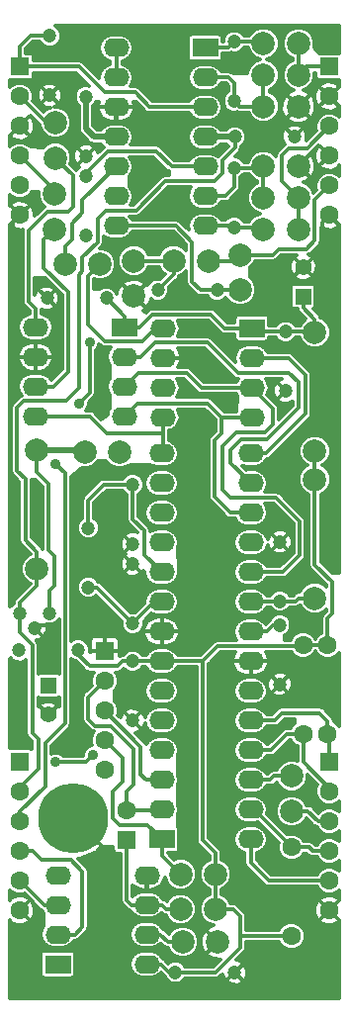
<source format=gbl>
G04 #@! TF.FileFunction,Copper,L2,Bot,Signal*
%FSLAX46Y46*%
G04 Gerber Fmt 4.6, Leading zero omitted, Abs format (unit mm)*
G04 Created by KiCad (PCBNEW (2016-08-20 BZR 7083)-product) date Sun Feb  5 21:27:28 2017*
%MOMM*%
%LPD*%
G01*
G04 APERTURE LIST*
%ADD10C,0.100000*%
%ADD11C,1.200000*%
%ADD12R,1.400000X1.400000*%
%ADD13C,1.400000*%
%ADD14R,2.200000X1.600000*%
%ADD15O,2.200000X1.600000*%
%ADD16C,2.000000*%
%ADD17C,1.600000*%
%ADD18R,1.600000X1.600000*%
%ADD19C,6.000000*%
%ADD20C,0.900000*%
%ADD21C,0.300000*%
%ADD22C,0.500000*%
G04 APERTURE END LIST*
D10*
D11*
X10900000Y29240000D03*
X10900000Y24160000D03*
X23500000Y34360000D03*
X23500000Y39440000D03*
X23500000Y32340000D03*
X23500000Y27260000D03*
X19660000Y74100000D03*
X24740000Y74100000D03*
X6900000Y72460000D03*
X6900000Y77540000D03*
X10900000Y32460000D03*
X10900000Y37540000D03*
X10900000Y44340000D03*
X10900000Y39260000D03*
X6240000Y30200000D03*
X1160000Y30200000D03*
D12*
X3700000Y27150000D03*
D13*
X3700000Y24650000D03*
D12*
X25500000Y60450000D03*
D13*
X25500000Y62950000D03*
D11*
X24000000Y57440000D03*
X24000000Y52360000D03*
X8640000Y60300000D03*
X3560000Y60300000D03*
X3800000Y82740000D03*
X3800000Y77660000D03*
X6900000Y70740000D03*
X6900000Y65660000D03*
X19600000Y77160000D03*
X19600000Y82240000D03*
X19600000Y71440000D03*
X19600000Y66360000D03*
X13060000Y61000000D03*
X18140000Y61000000D03*
D14*
X17110000Y81720000D03*
D15*
X17110000Y79180000D03*
X17110000Y76640000D03*
X17110000Y74100000D03*
X17110000Y71560000D03*
X17110000Y69020000D03*
X17110000Y66480000D03*
X9490000Y66480000D03*
X9490000Y69020000D03*
X9490000Y71560000D03*
X9490000Y74100000D03*
X9490000Y76640000D03*
X9490000Y79180000D03*
X9490000Y81720000D03*
D11*
X2500000Y32065000D03*
X3770000Y33335000D03*
X1230000Y33335000D03*
D16*
X26500000Y44780000D03*
X26500000Y34620000D03*
X26500000Y47220000D03*
X26500000Y57380000D03*
D17*
X25500000Y30600000D03*
X25500000Y23000000D03*
X24500000Y5700000D03*
X24500000Y13300000D03*
X27600000Y30600000D03*
X27600000Y23000000D03*
X8500000Y19920000D03*
X8500000Y22460000D03*
X8500000Y25000000D03*
D18*
X8500000Y30080000D03*
D17*
X8500000Y27540000D03*
D11*
X7100000Y35560000D03*
X7100000Y40640000D03*
D16*
X2700000Y37120000D03*
X2700000Y47280000D03*
D15*
X13390000Y36850000D03*
X13390000Y34310000D03*
X21010000Y13990000D03*
X21010000Y16530000D03*
D14*
X13390000Y13990000D03*
D15*
X13390000Y16530000D03*
X13390000Y19070000D03*
X13390000Y21610000D03*
X13390000Y24150000D03*
X13390000Y26690000D03*
X13390000Y29230000D03*
X13390000Y31770000D03*
X21010000Y31770000D03*
X21010000Y29230000D03*
X21010000Y26690000D03*
X21010000Y24150000D03*
X21010000Y21610000D03*
X21010000Y19070000D03*
X13390000Y39390000D03*
X13390000Y41930000D03*
X13390000Y44470000D03*
X13390000Y47010000D03*
X21010000Y47010000D03*
X21010000Y44470000D03*
X21010000Y41930000D03*
X21010000Y39390000D03*
X21010000Y36850000D03*
X21010000Y34310000D03*
D11*
X14560000Y2600000D03*
X19640000Y2600000D03*
D14*
X4490000Y3290000D03*
D15*
X4490000Y5830000D03*
X4490000Y8370000D03*
X4490000Y10910000D03*
X12110000Y10910000D03*
X12110000Y8370000D03*
X12110000Y5830000D03*
X12110000Y3290000D03*
D14*
X10210000Y57810000D03*
D15*
X10210000Y55270000D03*
X10210000Y52730000D03*
X10210000Y50190000D03*
X2590000Y50190000D03*
X2590000Y52730000D03*
X2590000Y55270000D03*
X2590000Y57810000D03*
D14*
X21110000Y57710000D03*
D15*
X21110000Y55170000D03*
X21110000Y52630000D03*
X21110000Y50090000D03*
X13490000Y50090000D03*
X13490000Y52630000D03*
X13490000Y55170000D03*
X13490000Y57710000D03*
D18*
X10400000Y13930000D03*
D17*
X10400000Y16470000D03*
X1250000Y7900000D03*
X1250000Y10440000D03*
X1250000Y12980000D03*
X1250000Y15520000D03*
D18*
X1250000Y20600000D03*
D17*
X1250000Y18060000D03*
X1250000Y67400000D03*
X1250000Y69940000D03*
X1250000Y72480000D03*
X1250000Y75020000D03*
D18*
X1250000Y80100000D03*
D17*
X1250000Y77560000D03*
X27750000Y7900000D03*
X27750000Y10440000D03*
X27750000Y12980000D03*
X27750000Y15520000D03*
D18*
X27750000Y20600000D03*
D17*
X27750000Y18060000D03*
X27750000Y67400000D03*
X27750000Y69940000D03*
X27750000Y72480000D03*
X27750000Y75020000D03*
D18*
X27750000Y80100000D03*
D17*
X27750000Y77560000D03*
D16*
X4300000Y75300000D03*
X4300000Y72300000D03*
X4200000Y69200000D03*
X4200000Y66200000D03*
X5100000Y63200000D03*
X8100000Y63200000D03*
X22100000Y76700000D03*
X25100000Y76700000D03*
X22100000Y71600000D03*
X25100000Y71600000D03*
X11000000Y63500000D03*
X11000000Y60500000D03*
X25100000Y79400000D03*
X22100000Y79400000D03*
X25100000Y68900000D03*
X22100000Y68900000D03*
X14400000Y63500000D03*
X17400000Y63500000D03*
X22100000Y82100000D03*
X25100000Y82100000D03*
X22100000Y66200000D03*
X25100000Y66200000D03*
X20100000Y64000000D03*
X20100000Y61000000D03*
X24500000Y16400000D03*
X24500000Y19400000D03*
X18000000Y8000000D03*
X15000000Y8000000D03*
X15200000Y5200000D03*
X18200000Y5200000D03*
X18000000Y11000000D03*
X15000000Y11000000D03*
X6800000Y47100000D03*
X9800000Y47100000D03*
D19*
X5800000Y15800000D03*
D20*
X5800000Y21800000D03*
X6000000Y28200000D03*
X8300000Y12200000D03*
X7900000Y7100000D03*
X9900000Y3900000D03*
X6600000Y1300000D03*
X27700000Y27200000D03*
X26000000Y11800000D03*
X23000000Y17800000D03*
X26000000Y18000000D03*
X23000000Y23200000D03*
X23500000Y20800000D03*
X25900000Y14500000D03*
X22700000Y12500000D03*
X23200000Y9400000D03*
X19500000Y9900000D03*
X18000000Y26500000D03*
X18700000Y20800000D03*
X18100000Y14300000D03*
X26600000Y4800000D03*
X27100000Y1100000D03*
X16700000Y50000000D03*
X18800000Y31700000D03*
X18700000Y53700000D03*
X15500000Y52500000D03*
X18700000Y51500000D03*
X15700000Y13300000D03*
X15700000Y21800000D03*
X15700000Y27700000D03*
X12200000Y1100000D03*
X1400000Y1300000D03*
X1200000Y28100000D03*
X1200000Y23300000D03*
X6200000Y34000000D03*
X6400000Y38600000D03*
X900000Y35500000D03*
X1100000Y38300000D03*
X800000Y44000000D03*
X6400000Y44700000D03*
X9300000Y43100000D03*
X2800000Y39800000D03*
X2600000Y44100000D03*
X8200000Y50800000D03*
X8200000Y55300000D03*
X25500000Y32600000D03*
X25200000Y36400000D03*
X28000000Y37500000D03*
X27700000Y42400000D03*
X25400000Y42400000D03*
X26900000Y54900000D03*
X27900000Y49300000D03*
X27800000Y58900000D03*
X23900000Y45300000D03*
X18800000Y59500000D03*
X15300000Y60400000D03*
X23100000Y59100000D03*
X19200000Y56200000D03*
X15500000Y57700000D03*
X19900000Y68200000D03*
X1200000Y59300000D03*
X9300000Y64800000D03*
X14500000Y69200000D03*
X15200000Y67400000D03*
X13800000Y65300000D03*
X15400000Y75300000D03*
X11300000Y70100000D03*
X13500000Y71100000D03*
X21000000Y73500000D03*
X23700000Y80700000D03*
X27700000Y82600000D03*
X13300000Y79500000D03*
X7300000Y82700000D03*
X3100000Y81400000D03*
X20300000Y80500000D03*
X15400000Y45400000D03*
X17000000Y42100000D03*
X15600000Y37700000D03*
X18900000Y35600000D03*
X6300000Y51300000D03*
X7200000Y56500000D03*
X4300000Y46100000D03*
X4300000Y20600000D03*
X7500000Y21200000D03*
D21*
X1250000Y18060000D02*
X1250000Y18450000D01*
X1250000Y18450000D02*
X2800000Y20000000D01*
X2700000Y37120000D02*
X2700000Y38600000D01*
X1700000Y39600000D02*
X1700000Y44800000D01*
X2700000Y38600000D02*
X1700000Y39600000D01*
X1230000Y33335000D02*
X1230000Y31670000D01*
X2800000Y22600000D02*
X2800000Y20000000D01*
X2300000Y23100000D02*
X2800000Y22600000D01*
X2300000Y30600000D02*
X2300000Y23100000D01*
X1230000Y31670000D02*
X2300000Y30600000D01*
X2700000Y37120000D02*
X2700000Y35700000D01*
X1230000Y34230000D02*
X1230000Y33335000D01*
X2700000Y35700000D02*
X1230000Y34230000D01*
X1600000Y51500000D02*
X5200000Y51500000D01*
X1700000Y44800000D02*
X1000000Y45500000D01*
X1000000Y45500000D02*
X1000000Y50900000D01*
X1000000Y50900000D02*
X1600000Y51500000D01*
X19660000Y73160000D02*
X19660000Y74100000D01*
X18600000Y72100000D02*
X19660000Y73160000D01*
X18600000Y71000000D02*
X18600000Y72100000D01*
X17900000Y70300000D02*
X18600000Y71000000D01*
X13700000Y70300000D02*
X17900000Y70300000D01*
X11200000Y67800000D02*
X13700000Y70300000D01*
X8600000Y67800000D02*
X11200000Y67800000D01*
X7900000Y67100000D02*
X8600000Y67800000D01*
X7900000Y65100000D02*
X7900000Y67100000D01*
X6600000Y63800000D02*
X7900000Y65100000D01*
X6600000Y62600000D02*
X6600000Y63800000D01*
X6300000Y62300000D02*
X6600000Y62600000D01*
X6300000Y52600000D02*
X6300000Y62300000D01*
X5200000Y51500000D02*
X6300000Y52600000D01*
D22*
X19660000Y74100000D02*
X17110000Y74100000D01*
D21*
X6000000Y22000000D02*
X5800000Y21800000D01*
X6000000Y28200000D02*
X6000000Y22000000D01*
X8300000Y12200000D02*
X8300000Y13300000D01*
X5800000Y15800000D02*
X8300000Y13300000D01*
X7900000Y7100000D02*
X7900000Y5900000D01*
X7900000Y5900000D02*
X9900000Y3900000D01*
X2500000Y32065000D02*
X2735000Y32300000D01*
X2735000Y32300000D02*
X3600000Y32300000D01*
X26000000Y11800000D02*
X23400000Y11800000D01*
X23000000Y17800000D02*
X25800000Y17800000D01*
X25800000Y17800000D02*
X26000000Y18000000D01*
X23400000Y11800000D02*
X22700000Y12500000D01*
X19500000Y9900000D02*
X19500000Y12900000D01*
X26250000Y9400000D02*
X23200000Y9400000D01*
X27750000Y7900000D02*
X26250000Y9400000D01*
X18000000Y21500000D02*
X18000000Y26500000D01*
X18700000Y20800000D02*
X18000000Y21500000D01*
X19500000Y12900000D02*
X18100000Y14300000D01*
X19640000Y2600000D02*
X21140000Y1100000D01*
X21140000Y1100000D02*
X27100000Y1100000D01*
X16000000Y52000000D02*
X15500000Y52500000D01*
X18200000Y52000000D02*
X16000000Y52000000D01*
X18700000Y51500000D02*
X18200000Y52000000D01*
X15700000Y27700000D02*
X15700000Y21800000D01*
X6600000Y1300000D02*
X1400000Y1300000D01*
X6600000Y1300000D02*
X6500000Y1300000D01*
X1200000Y28100000D02*
X1200000Y23300000D01*
X10900000Y37540000D02*
X9840000Y38600000D01*
X9840000Y38600000D02*
X6400000Y38600000D01*
X800000Y38600000D02*
X1100000Y38300000D01*
X800000Y44000000D02*
X800000Y38600000D01*
X2600000Y40000000D02*
X2800000Y39800000D01*
X2600000Y44100000D02*
X2600000Y40000000D01*
X8200000Y55300000D02*
X8200000Y50800000D01*
X27700000Y37800000D02*
X28000000Y37500000D01*
X27700000Y42400000D02*
X27700000Y37800000D01*
X23900000Y43900000D02*
X25400000Y42400000D01*
X26900000Y54900000D02*
X26900000Y50300000D01*
X26900000Y50300000D02*
X27900000Y49300000D01*
X23900000Y45300000D02*
X23900000Y43900000D01*
X22800000Y59400000D02*
X18900000Y59400000D01*
X18900000Y59400000D02*
X18800000Y59500000D01*
X25500000Y62950000D02*
X23100000Y60550000D01*
X23100000Y60550000D02*
X23100000Y59100000D01*
X23100000Y59100000D02*
X22800000Y59400000D01*
X17700000Y57700000D02*
X19200000Y56200000D01*
X15500000Y57700000D02*
X17700000Y57700000D01*
X1250000Y67400000D02*
X600000Y66750000D01*
X600000Y59900000D02*
X1200000Y59300000D01*
X600000Y66750000D02*
X600000Y59900000D01*
X14500000Y69200000D02*
X15200000Y68500000D01*
X15200000Y68500000D02*
X15200000Y67400000D01*
X11160000Y76640000D02*
X12500000Y75300000D01*
X12500000Y75300000D02*
X15400000Y75300000D01*
X9490000Y76640000D02*
X11160000Y76640000D01*
X12500000Y70100000D02*
X11300000Y70100000D01*
X13500000Y71100000D02*
X12500000Y70100000D01*
X25100000Y76700000D02*
X21900000Y73500000D01*
X21900000Y73500000D02*
X21000000Y73500000D01*
X23700000Y78100000D02*
X23700000Y80700000D01*
X25100000Y76700000D02*
X23700000Y78100000D01*
X6000000Y81400000D02*
X7300000Y82700000D01*
X3100000Y81400000D02*
X6000000Y81400000D01*
X27750000Y67400000D02*
X28600000Y66550000D01*
X28600000Y66550000D02*
X28600000Y66300000D01*
X27750000Y67400000D02*
X27100000Y66750000D01*
X27100000Y66750000D02*
X27100000Y66300000D01*
X27750000Y72480000D02*
X26930000Y73300000D01*
X26930000Y73300000D02*
X26900000Y73300000D01*
X27750000Y77560000D02*
X28600000Y76710000D01*
X28600000Y76710000D02*
X28600000Y76600000D01*
X27750000Y77560000D02*
X28500000Y78310000D01*
X28500000Y78310000D02*
X28500000Y78500000D01*
X1250000Y75020000D02*
X500000Y74270000D01*
X500000Y74270000D02*
X500000Y74100000D01*
X500000Y74270000D02*
X500000Y74100000D01*
X1250000Y75020000D02*
X2030000Y75800000D01*
X2030000Y75800000D02*
X2100000Y75800000D01*
X1250000Y67400000D02*
X400000Y66550000D01*
X400000Y66550000D02*
X400000Y66500000D01*
X1250000Y67400000D02*
X400000Y68250000D01*
X400000Y68250000D02*
X400000Y68400000D01*
X27750000Y7900000D02*
X28600000Y7050000D01*
X28600000Y7050000D02*
X28600000Y6800000D01*
X27750000Y7900000D02*
X28600000Y8750000D01*
X28600000Y8750000D02*
X28600000Y8900000D01*
X1250000Y7900000D02*
X2100000Y8750000D01*
X2100000Y8750000D02*
X2100000Y8800000D01*
X16700000Y50000000D02*
X15400000Y48700000D01*
X15400000Y48700000D02*
X15400000Y45400000D01*
X17000000Y42100000D02*
X15600000Y40700000D01*
X15600000Y40700000D02*
X15600000Y37700000D01*
X18900000Y35600000D02*
X18800000Y35500000D01*
X18800000Y35500000D02*
X18800000Y31700000D01*
X16900000Y13900000D02*
X16900000Y29230000D01*
X16900000Y29230000D02*
X16930000Y29230000D01*
X16930000Y29230000D02*
X18200000Y30500000D01*
X18000000Y11000000D02*
X18000000Y12800000D01*
X18000000Y12800000D02*
X16900000Y13900000D01*
X12110000Y3290000D02*
X13310000Y3290000D01*
X13310000Y3290000D02*
X14000000Y2600000D01*
X14000000Y2600000D02*
X14560000Y2600000D01*
X18000000Y8000000D02*
X18000000Y11000000D01*
X24500000Y5700000D02*
X20100000Y5700000D01*
X14560000Y2600000D02*
X18000000Y2600000D01*
X19500000Y8000000D02*
X18000000Y8000000D01*
X20100000Y7400000D02*
X19500000Y8000000D01*
X20100000Y4700000D02*
X20100000Y5700000D01*
X20100000Y5700000D02*
X20100000Y7400000D01*
X18000000Y2600000D02*
X20100000Y4700000D01*
X26500000Y44780000D02*
X26500000Y47220000D01*
X27600000Y30600000D02*
X27600000Y32900000D01*
X26500000Y37500000D02*
X26500000Y44780000D01*
X28000000Y36000000D02*
X26500000Y37500000D01*
X28000000Y33300000D02*
X28000000Y36000000D01*
X27600000Y32900000D02*
X28000000Y33300000D01*
X25500000Y30600000D02*
X27600000Y30600000D01*
X13390000Y29230000D02*
X16900000Y29230000D01*
X18200000Y30500000D02*
X25400000Y30500000D01*
X25400000Y30500000D02*
X25500000Y30600000D01*
X10900000Y29240000D02*
X13380000Y29240000D01*
X6240000Y30200000D02*
X6240000Y29760000D01*
X6240000Y29760000D02*
X7200000Y28800000D01*
X10040000Y29240000D02*
X10900000Y29240000D01*
X9600000Y28800000D02*
X10040000Y29240000D01*
X7200000Y28800000D02*
X9600000Y28800000D01*
X3770000Y33335000D02*
X3770000Y35270000D01*
X2700000Y45400000D02*
X2700000Y47280000D01*
X3770000Y35270000D02*
X4200000Y35700000D01*
D22*
X2700000Y47280000D02*
X6620000Y47280000D01*
D21*
X3700000Y44400000D02*
X2700000Y45400000D01*
X3700000Y38700000D02*
X3700000Y44400000D01*
X4200000Y38200000D02*
X3700000Y38700000D01*
X4200000Y35700000D02*
X4200000Y38200000D01*
X23500000Y34360000D02*
X24860000Y34360000D01*
X25120000Y34620000D02*
X26500000Y34620000D01*
X24860000Y34360000D02*
X25120000Y34620000D01*
X21010000Y34310000D02*
X23450000Y34310000D01*
X23500000Y32340000D02*
X22940000Y32340000D01*
X22940000Y32340000D02*
X22370000Y31770000D01*
X22370000Y31770000D02*
X21010000Y31770000D01*
X1250000Y15520000D02*
X1250000Y16350000D01*
X1250000Y16350000D02*
X3415000Y18515000D01*
D22*
X9490000Y74100000D02*
X7600000Y74100000D01*
X6900000Y74800000D02*
X6900000Y77540000D01*
X7600000Y74100000D02*
X6900000Y74800000D01*
D21*
X6300000Y51300000D02*
X7200000Y52200000D01*
X7200000Y52200000D02*
X7200000Y56500000D01*
X5100000Y45300000D02*
X4300000Y46100000D01*
X5100000Y23900000D02*
X5100000Y45300000D01*
X3415000Y22215000D02*
X5100000Y23900000D01*
X3415000Y18515000D02*
X3415000Y22215000D01*
X10900000Y32460000D02*
X7800000Y35560000D01*
X7800000Y35560000D02*
X7100000Y35560000D01*
X13390000Y34310000D02*
X12750000Y34310000D01*
X12750000Y34310000D02*
X10900000Y32460000D01*
X8440000Y44340000D02*
X10900000Y44340000D01*
X7100000Y43000000D02*
X8440000Y44340000D01*
X10900000Y44340000D02*
X10900000Y41400000D01*
X11900000Y38340000D02*
X13390000Y36850000D01*
X11900000Y40400000D02*
X11900000Y38340000D01*
X10900000Y41400000D02*
X11900000Y40400000D01*
X7100000Y40640000D02*
X7100000Y43000000D01*
D22*
X10800000Y44340000D02*
X10900000Y44340000D01*
D21*
X21010000Y13990000D02*
X21010000Y11990000D01*
X22560000Y10440000D02*
X27750000Y10440000D01*
X21010000Y11990000D02*
X22560000Y10440000D01*
X26500000Y57380000D02*
X26500000Y58500000D01*
X25500000Y59500000D02*
X25500000Y60450000D01*
X26500000Y58500000D02*
X25500000Y59500000D01*
X24000000Y57440000D02*
X26440000Y57440000D01*
X21380000Y57440000D02*
X24000000Y57440000D01*
X10210000Y57810000D02*
X11510000Y57810000D01*
X18790000Y57710000D02*
X21110000Y57710000D01*
X17600000Y58900000D02*
X18790000Y57710000D01*
X12600000Y58900000D02*
X17600000Y58900000D01*
X11510000Y57810000D02*
X12600000Y58900000D01*
X8640000Y60300000D02*
X10210000Y58730000D01*
X10210000Y58730000D02*
X10210000Y57810000D01*
X19600000Y77160000D02*
X19600000Y78700000D01*
X19120000Y79180000D02*
X17110000Y79180000D01*
X19600000Y78700000D02*
X19120000Y79180000D01*
X22100000Y76700000D02*
X20060000Y76700000D01*
X20060000Y76700000D02*
X19600000Y77160000D01*
X22100000Y79400000D02*
X22100000Y76700000D01*
X19600000Y82240000D02*
X21960000Y82240000D01*
X17110000Y81720000D02*
X19080000Y81720000D01*
X19080000Y81720000D02*
X19600000Y82240000D01*
X22100000Y71600000D02*
X22100000Y68900000D01*
X19600000Y71440000D02*
X21940000Y71440000D01*
X17110000Y69020000D02*
X18820000Y69020000D01*
X19600000Y69800000D02*
X19600000Y71440000D01*
X18820000Y69020000D02*
X19600000Y69800000D01*
X19600000Y66360000D02*
X21940000Y66360000D01*
X17110000Y66480000D02*
X19480000Y66480000D01*
X13060000Y61000000D02*
X14400000Y62340000D01*
X14400000Y62340000D02*
X14400000Y63500000D01*
X11000000Y63500000D02*
X14400000Y63500000D01*
X9490000Y66480000D02*
X14620000Y66480000D01*
X16700000Y61000000D02*
X18140000Y61000000D01*
X16000000Y61700000D02*
X16700000Y61000000D01*
X16000000Y65100000D02*
X16000000Y61700000D01*
X14620000Y66480000D02*
X16000000Y65100000D01*
X18140000Y61000000D02*
X20100000Y61000000D01*
X13390000Y13990000D02*
X12180000Y15200000D01*
X10000000Y20960000D02*
X8500000Y22460000D01*
X10000000Y20960000D02*
X10000000Y18900000D01*
X9200000Y18100000D02*
X10000000Y18900000D01*
X9200000Y15800000D02*
X9200000Y18100000D01*
X9800000Y15200000D02*
X9200000Y15800000D01*
X12180000Y15200000D02*
X9800000Y15200000D01*
X15000000Y11000000D02*
X13390000Y12610000D01*
X13390000Y12610000D02*
X13390000Y13990000D01*
X11000000Y18700000D02*
X10400000Y18100000D01*
X7100000Y26140000D02*
X7100000Y24300000D01*
X7100000Y24300000D02*
X7700000Y23700000D01*
X7700000Y23700000D02*
X9000000Y23700000D01*
X8500000Y27540000D02*
X7100000Y26140000D01*
X11000000Y18700000D02*
X11000000Y21700000D01*
X11000000Y21700000D02*
X9000000Y23700000D01*
X10400000Y18100000D02*
X10400000Y16470000D01*
X10400000Y16470000D02*
X13330000Y16470000D01*
X8500000Y25000000D02*
X11600000Y21900000D01*
X12030000Y19070000D02*
X13390000Y19070000D01*
X11600000Y19500000D02*
X12030000Y19070000D01*
X11600000Y21900000D02*
X11600000Y19500000D01*
X21010000Y47010000D02*
X22310000Y47010000D01*
X24230000Y55170000D02*
X21110000Y55170000D01*
X25700000Y53700000D02*
X24230000Y55170000D01*
X25700000Y50400000D02*
X25700000Y53700000D01*
X22310000Y47010000D02*
X25700000Y50400000D01*
X22400000Y48200000D02*
X25100000Y50900000D01*
X24300000Y53900000D02*
X19900000Y53900000D01*
X25100000Y53100000D02*
X24300000Y53900000D01*
X25100000Y50900000D02*
X25100000Y53100000D01*
X17300000Y56500000D02*
X12800000Y56500000D01*
X12800000Y56500000D02*
X11570000Y55270000D01*
X11570000Y55270000D02*
X10210000Y55270000D01*
X19900000Y53900000D02*
X17300000Y56500000D01*
X21010000Y44470000D02*
X19300000Y46180000D01*
X20200000Y48200000D02*
X22400000Y48200000D01*
X19300000Y47300000D02*
X20200000Y48200000D01*
X19300000Y46180000D02*
X19300000Y47300000D01*
X21010000Y41930000D02*
X19270000Y41930000D01*
X18510000Y48710000D02*
X18510000Y50090000D01*
X17900000Y48100000D02*
X18510000Y48710000D01*
X17900000Y43300000D02*
X17900000Y48100000D01*
X19270000Y41930000D02*
X17900000Y43300000D01*
X10210000Y50190000D02*
X11320000Y51300000D01*
X18510000Y50090000D02*
X21110000Y50090000D01*
X17300000Y51300000D02*
X18510000Y50090000D01*
X11320000Y51300000D02*
X17300000Y51300000D01*
X18600000Y47600000D02*
X18600000Y43900000D01*
X22900000Y50840000D02*
X22900000Y49500000D01*
X22900000Y49500000D02*
X22200000Y48800000D01*
X22200000Y48800000D02*
X19800000Y48800000D01*
X19800000Y48800000D02*
X18600000Y47600000D01*
X21110000Y52630000D02*
X22900000Y50840000D01*
X23750000Y36850000D02*
X21010000Y36850000D01*
X25200000Y38300000D02*
X23750000Y36850000D01*
X25200000Y41200000D02*
X25200000Y38300000D01*
X23200000Y43200000D02*
X25200000Y41200000D01*
X19300000Y43200000D02*
X23200000Y43200000D01*
X18600000Y43900000D02*
X19300000Y43200000D01*
X21110000Y52630000D02*
X16770000Y52630000D01*
X11380000Y53900000D02*
X10210000Y52730000D01*
X15500000Y53900000D02*
X11380000Y53900000D01*
X16770000Y52630000D02*
X15500000Y53900000D01*
X12110000Y8370000D02*
X10830000Y8370000D01*
X10830000Y8370000D02*
X10400000Y8800000D01*
X10400000Y8800000D02*
X10400000Y13930000D01*
X12110000Y8370000D02*
X13430000Y8370000D01*
X13800000Y8000000D02*
X15000000Y8000000D01*
X13430000Y8370000D02*
X13800000Y8000000D01*
X24500000Y16400000D02*
X25900000Y16400000D01*
X26780000Y15520000D02*
X27750000Y15520000D01*
X25900000Y16400000D02*
X26780000Y15520000D01*
X25500000Y23000000D02*
X25500000Y20600000D01*
X25500000Y20600000D02*
X27750000Y18350000D01*
X21010000Y21610000D02*
X22710000Y21610000D01*
X24100000Y23000000D02*
X25500000Y23000000D01*
X22710000Y21610000D02*
X24100000Y23000000D01*
X24500000Y13300000D02*
X26000000Y13300000D01*
X26320000Y12980000D02*
X27750000Y12980000D01*
X26000000Y13300000D02*
X26320000Y12980000D01*
X21270000Y16530000D02*
X24500000Y13300000D01*
X27600000Y23000000D02*
X27600000Y24100000D01*
X23050000Y24150000D02*
X21010000Y24150000D01*
X23700000Y24800000D02*
X23050000Y24150000D01*
X26900000Y24800000D02*
X23700000Y24800000D01*
X27600000Y24100000D02*
X26900000Y24800000D01*
X27750000Y20600000D02*
X27750000Y22850000D01*
X27750000Y22850000D02*
X27600000Y23000000D01*
X4300000Y72300000D02*
X5800000Y70800000D01*
X2590000Y59410000D02*
X2590000Y57810000D01*
X2000000Y60000000D02*
X2590000Y59410000D01*
X2000000Y66100000D02*
X2000000Y60000000D01*
X3600000Y67700000D02*
X2000000Y66100000D01*
X5400000Y67700000D02*
X3600000Y67700000D01*
X5800000Y68100000D02*
X5400000Y67700000D01*
X5800000Y70800000D02*
X5800000Y68100000D01*
X4200000Y66200000D02*
X3300000Y65300000D01*
X4130000Y52730000D02*
X2590000Y52730000D01*
X5400000Y54000000D02*
X4130000Y52730000D01*
X5400000Y60800000D02*
X5400000Y54000000D01*
X3300000Y62900000D02*
X5400000Y60800000D01*
X3300000Y65300000D02*
X3300000Y62900000D01*
X17400000Y63500000D02*
X19600000Y63500000D01*
X19600000Y63500000D02*
X20100000Y64000000D01*
X27750000Y69940000D02*
X26500000Y68690000D01*
X22900000Y64000000D02*
X20100000Y64000000D01*
X23400000Y64500000D02*
X22900000Y64000000D01*
X25800000Y64500000D02*
X23400000Y64500000D01*
X26500000Y65200000D02*
X25800000Y64500000D01*
X26500000Y68690000D02*
X26500000Y65200000D01*
X2590000Y50190000D02*
X7210000Y50190000D01*
X8700000Y48700000D02*
X13490000Y48700000D01*
X7210000Y50190000D02*
X8700000Y48700000D01*
X13490000Y50090000D02*
X13490000Y48700000D01*
X13490000Y48700000D02*
X13490000Y47110000D01*
X21010000Y19070000D02*
X22670000Y19070000D01*
X23000000Y19400000D02*
X24500000Y19400000D01*
X22670000Y19070000D02*
X23000000Y19400000D01*
X8500000Y56600000D02*
X11700000Y56600000D01*
X8500000Y56600000D02*
X7100000Y58000000D01*
X7100000Y58000000D02*
X7100000Y62200000D01*
X8100000Y63200000D02*
X7100000Y62200000D01*
X11700000Y56600000D02*
X12810000Y57710000D01*
X12810000Y57710000D02*
X13490000Y57710000D01*
X6900000Y20600000D02*
X4300000Y20600000D01*
X7500000Y21200000D02*
X6900000Y20600000D01*
X1250000Y12980000D02*
X2320000Y12980000D01*
X5600000Y12200000D02*
X6600000Y11200000D01*
X3100000Y12200000D02*
X5600000Y12200000D01*
X2320000Y12980000D02*
X3100000Y12200000D01*
X5930000Y5830000D02*
X4490000Y5830000D01*
X6600000Y6500000D02*
X5930000Y5830000D01*
X6600000Y11200000D02*
X6600000Y6500000D01*
X12110000Y5830000D02*
X13270000Y5830000D01*
X13900000Y5200000D02*
X15200000Y5200000D01*
X13270000Y5830000D02*
X13900000Y5200000D01*
X3800000Y82740000D02*
X2140000Y82740000D01*
X1250000Y81850000D02*
X1250000Y80100000D01*
X2140000Y82740000D02*
X1250000Y81850000D01*
X17110000Y76640000D02*
X12360000Y76640000D01*
X6300000Y80100000D02*
X1250000Y80100000D01*
X8500000Y77900000D02*
X6300000Y80100000D01*
X11100000Y77900000D02*
X8500000Y77900000D01*
X12360000Y76640000D02*
X11100000Y77900000D01*
X6900000Y70740000D02*
X6900000Y71000000D01*
X6900000Y71000000D02*
X8800000Y72900000D01*
X8800000Y72900000D02*
X12900000Y72900000D01*
X12900000Y72900000D02*
X14240000Y71560000D01*
X14240000Y71560000D02*
X17110000Y71560000D01*
X4300000Y75300000D02*
X3510000Y75300000D01*
X3510000Y75300000D02*
X1250000Y77560000D01*
X4200000Y69530000D02*
X1250000Y72480000D01*
X1250000Y10440000D02*
X3320000Y8370000D01*
X3320000Y8370000D02*
X4490000Y8370000D01*
X25100000Y79400000D02*
X25800000Y80100000D01*
X25800000Y80100000D02*
X27750000Y80100000D01*
X25100000Y82100000D02*
X25100000Y79400000D01*
X25100000Y68900000D02*
X23700000Y70300000D01*
X25830000Y73100000D02*
X27750000Y75020000D01*
X24300000Y73100000D02*
X25830000Y73100000D01*
X23700000Y72500000D02*
X24300000Y73100000D01*
X23700000Y70300000D02*
X23700000Y72500000D01*
X25100000Y66200000D02*
X25100000Y68900000D01*
X9490000Y71560000D02*
X6600000Y68670000D01*
X5100000Y64700000D02*
X5100000Y63200000D01*
X5700000Y65300000D02*
X5100000Y64700000D01*
X5700000Y66700000D02*
X5700000Y65300000D01*
X6600000Y67600000D02*
X5700000Y66700000D01*
X6600000Y68670000D02*
X6600000Y67600000D01*
X9490000Y81720000D02*
X9490000Y79180000D01*
G36*
X26607544Y29938114D02*
X26936383Y29608700D01*
X27366252Y29430203D01*
X27831706Y29429797D01*
X28261886Y29607544D01*
X28580000Y29925103D01*
X28580000Y23674364D01*
X28263617Y23991300D01*
X28120000Y24050935D01*
X28120000Y24100000D01*
X28080417Y24298995D01*
X27967696Y24467696D01*
X27967693Y24467698D01*
X27267696Y25167696D01*
X27098995Y25280417D01*
X26900000Y25320001D01*
X26899995Y25320000D01*
X23700005Y25320000D01*
X23700000Y25320001D01*
X23501005Y25280417D01*
X23332304Y25167696D01*
X23332302Y25167693D01*
X22834608Y24670000D01*
X22371455Y24670000D01*
X22166114Y24977315D01*
X21786539Y25230939D01*
X21338799Y25320000D01*
X20681201Y25320000D01*
X20233461Y25230939D01*
X19853886Y24977315D01*
X19600262Y24597740D01*
X19511201Y24150000D01*
X19600262Y23702260D01*
X19853886Y23322685D01*
X20233461Y23069061D01*
X20681201Y22980000D01*
X21338799Y22980000D01*
X21786539Y23069061D01*
X22166114Y23322685D01*
X22371455Y23630000D01*
X23049995Y23630000D01*
X23050000Y23629999D01*
X23248995Y23669583D01*
X23417696Y23782304D01*
X23915391Y24280000D01*
X24750000Y24280000D01*
X24750000Y23904496D01*
X24508700Y23663617D01*
X24449065Y23520000D01*
X24100005Y23520000D01*
X24100000Y23520001D01*
X23901005Y23480417D01*
X23732304Y23367696D01*
X23732302Y23367693D01*
X22494608Y22130000D01*
X22371455Y22130000D01*
X22166114Y22437315D01*
X21786539Y22690939D01*
X21338799Y22780000D01*
X20681201Y22780000D01*
X20233461Y22690939D01*
X19853886Y22437315D01*
X19600262Y22057740D01*
X19511201Y21610000D01*
X19600262Y21162260D01*
X19853886Y20782685D01*
X20233461Y20529061D01*
X20681201Y20440000D01*
X21338799Y20440000D01*
X21786539Y20529061D01*
X22166114Y20782685D01*
X22371455Y21090000D01*
X22709995Y21090000D01*
X22710000Y21089999D01*
X22908995Y21129583D01*
X23077696Y21242304D01*
X24315391Y22480000D01*
X24448918Y22480000D01*
X24507544Y22338114D01*
X24836383Y22008700D01*
X24980000Y21949065D01*
X24980000Y20684101D01*
X24773705Y20769762D01*
X24228686Y20770237D01*
X23724971Y20562107D01*
X23339248Y20177056D01*
X23232509Y19920000D01*
X23000000Y19920000D01*
X22801005Y19880417D01*
X22632304Y19767696D01*
X22632302Y19767693D01*
X22454608Y19590000D01*
X22371455Y19590000D01*
X22166114Y19897315D01*
X21786539Y20150939D01*
X21338799Y20240000D01*
X20681201Y20240000D01*
X20233461Y20150939D01*
X19853886Y19897315D01*
X19600262Y19517740D01*
X19511201Y19070000D01*
X19600262Y18622260D01*
X19853886Y18242685D01*
X20233461Y17989061D01*
X20681201Y17900000D01*
X21338799Y17900000D01*
X21786539Y17989061D01*
X22166114Y18242685D01*
X22371455Y18550000D01*
X22669995Y18550000D01*
X22670000Y18549999D01*
X22868995Y18589583D01*
X23037696Y18702304D01*
X23215391Y18880000D01*
X23232518Y18880000D01*
X23337893Y18624971D01*
X23722944Y18239248D01*
X24226295Y18030238D01*
X24771314Y18029763D01*
X25275029Y18237893D01*
X25660752Y18622944D01*
X25869762Y19126295D01*
X25870083Y19494525D01*
X26724164Y18640445D01*
X26580203Y18293748D01*
X26579797Y17828294D01*
X26757544Y17398114D01*
X27086383Y17068700D01*
X27516252Y16890203D01*
X27981706Y16889797D01*
X28411886Y17067544D01*
X28580000Y17235365D01*
X28580000Y16344626D01*
X28413617Y16511300D01*
X27983748Y16689797D01*
X27518294Y16690203D01*
X27088114Y16512456D01*
X26805278Y16230114D01*
X26267696Y16767696D01*
X26098995Y16880417D01*
X25900000Y16920001D01*
X25899995Y16920000D01*
X25767482Y16920000D01*
X25662107Y17175029D01*
X25277056Y17560752D01*
X24773705Y17769762D01*
X24228686Y17770237D01*
X23724971Y17562107D01*
X23339248Y17177056D01*
X23130238Y16673705D01*
X23129763Y16128686D01*
X23337893Y15624971D01*
X23722944Y15239248D01*
X24226295Y15030238D01*
X24771314Y15029763D01*
X25275029Y15237893D01*
X25660752Y15622944D01*
X25743173Y15821435D01*
X26412302Y15152307D01*
X26412304Y15152304D01*
X26522713Y15078532D01*
X26581005Y15039583D01*
X26691657Y15017572D01*
X26757544Y14858114D01*
X27086383Y14528700D01*
X27516252Y14350203D01*
X27981706Y14349797D01*
X28411886Y14527544D01*
X28580000Y14695365D01*
X28580000Y13804626D01*
X28413617Y13971300D01*
X27983748Y14149797D01*
X27518294Y14150203D01*
X27088114Y13972456D01*
X26758700Y13643617D01*
X26699065Y13500000D01*
X26535391Y13500000D01*
X26367696Y13667696D01*
X26198995Y13780417D01*
X26000000Y13820001D01*
X25999995Y13820000D01*
X25551082Y13820000D01*
X25492456Y13961886D01*
X25163617Y14291300D01*
X24733748Y14469797D01*
X24268294Y14470203D01*
X24124573Y14410818D01*
X22425278Y16110113D01*
X22508799Y16530000D01*
X22419738Y16977740D01*
X22166114Y17357315D01*
X21786539Y17610939D01*
X21338799Y17700000D01*
X20681201Y17700000D01*
X20233461Y17610939D01*
X19853886Y17357315D01*
X19600262Y16977740D01*
X19511201Y16530000D01*
X19600262Y16082260D01*
X19853886Y15702685D01*
X20233461Y15449061D01*
X20681201Y15360000D01*
X21338799Y15360000D01*
X21643917Y15420692D01*
X23389077Y13675532D01*
X23330203Y13533748D01*
X23329797Y13068294D01*
X23507544Y12638114D01*
X23836383Y12308700D01*
X24266252Y12130203D01*
X24731706Y12129797D01*
X25161886Y12307544D01*
X25491300Y12636383D01*
X25550935Y12780000D01*
X25784608Y12780000D01*
X25952302Y12612307D01*
X25952304Y12612304D01*
X26019067Y12567695D01*
X26121004Y12499583D01*
X26320000Y12460000D01*
X26698918Y12460000D01*
X26757544Y12318114D01*
X27086383Y11988700D01*
X27516252Y11810203D01*
X27981706Y11809797D01*
X28411886Y11987544D01*
X28580000Y12155365D01*
X28580000Y11264626D01*
X28413617Y11431300D01*
X27983748Y11609797D01*
X27518294Y11610203D01*
X27088114Y11432456D01*
X26758700Y11103617D01*
X26699065Y10960000D01*
X22775392Y10960000D01*
X21530000Y12205392D01*
X21530000Y12858032D01*
X21786539Y12909061D01*
X22166114Y13162685D01*
X22419738Y13542260D01*
X22508799Y13990000D01*
X22419738Y14437740D01*
X22166114Y14817315D01*
X21786539Y15070939D01*
X21338799Y15160000D01*
X20681201Y15160000D01*
X20233461Y15070939D01*
X19853886Y14817315D01*
X19600262Y14437740D01*
X19511201Y13990000D01*
X19600262Y13542260D01*
X19853886Y13162685D01*
X20233461Y12909061D01*
X20490000Y12858032D01*
X20490000Y11990005D01*
X20489999Y11990000D01*
X20529583Y11791005D01*
X20642304Y11622304D01*
X22192304Y10072304D01*
X22361005Y9959583D01*
X22560000Y9919999D01*
X22560005Y9920000D01*
X26698918Y9920000D01*
X26757544Y9778114D01*
X27086383Y9448700D01*
X27516252Y9270203D01*
X27981706Y9269797D01*
X28411886Y9447544D01*
X28580000Y9615365D01*
X28580000Y8742731D01*
X28575057Y8737788D01*
X28502614Y8951196D01*
X28043050Y9159191D01*
X27538871Y9175486D01*
X27066836Y8997599D01*
X26997386Y8951196D01*
X26924942Y8737786D01*
X27750000Y7912728D01*
X27764142Y7926870D01*
X27776870Y7914142D01*
X27762728Y7900000D01*
X27776870Y7885858D01*
X27764142Y7873130D01*
X27750000Y7887272D01*
X26924942Y7062214D01*
X26997386Y6848804D01*
X27456950Y6640809D01*
X27961129Y6624514D01*
X28433164Y6802401D01*
X28502614Y6848804D01*
X28575057Y7062212D01*
X28580000Y7057269D01*
X28580000Y420000D01*
X420000Y420000D01*
X420000Y4090000D01*
X3012752Y4090000D01*
X3012752Y2490000D01*
X3041468Y2345633D01*
X3123245Y2223245D01*
X3245633Y2141468D01*
X3390000Y2112752D01*
X5590000Y2112752D01*
X5734367Y2141468D01*
X5856755Y2223245D01*
X5938532Y2345633D01*
X5967248Y2490000D01*
X5967248Y4090000D01*
X5938532Y4234367D01*
X5856755Y4356755D01*
X5734367Y4438532D01*
X5590000Y4467248D01*
X3390000Y4467248D01*
X3245633Y4438532D01*
X3123245Y4356755D01*
X3041468Y4234367D01*
X3012752Y4090000D01*
X420000Y4090000D01*
X420000Y7057269D01*
X424943Y7062212D01*
X497386Y6848804D01*
X956950Y6640809D01*
X1461129Y6624514D01*
X1933164Y6802401D01*
X2002614Y6848804D01*
X2075058Y7062214D01*
X1250000Y7887272D01*
X1235858Y7873130D01*
X1223130Y7885858D01*
X1237272Y7900000D01*
X1223130Y7914142D01*
X1235858Y7926870D01*
X1250000Y7912728D01*
X1264142Y7926870D01*
X1276870Y7914142D01*
X1262728Y7900000D01*
X2087786Y7074942D01*
X2301196Y7147386D01*
X2509191Y7606950D01*
X2525486Y8111129D01*
X2347599Y8583164D01*
X2301196Y8652614D01*
X2087788Y8725057D01*
X2158670Y8795939D01*
X2952302Y8002307D01*
X2952304Y8002304D01*
X3086366Y7912728D01*
X3086845Y7912408D01*
X3262966Y7648824D01*
X3250000Y7600000D01*
X3250000Y6531771D01*
X3080262Y6277740D01*
X2991201Y5830000D01*
X3080262Y5382260D01*
X3333886Y5002685D01*
X3713461Y4749061D01*
X4161201Y4660000D01*
X4818799Y4660000D01*
X5266539Y4749061D01*
X5646114Y5002685D01*
X5851455Y5310000D01*
X5929995Y5310000D01*
X5930000Y5309999D01*
X6128995Y5349583D01*
X6297696Y5462304D01*
X6665391Y5830000D01*
X10611201Y5830000D01*
X10700262Y5382260D01*
X10953886Y5002685D01*
X11333461Y4749061D01*
X11781201Y4660000D01*
X12438799Y4660000D01*
X12886539Y4749061D01*
X13266114Y5002685D01*
X13304490Y5060119D01*
X13532302Y4832307D01*
X13532304Y4832304D01*
X13656888Y4749061D01*
X13701005Y4719583D01*
X13900000Y4679999D01*
X13900005Y4680000D01*
X13932518Y4680000D01*
X14037893Y4424971D01*
X14422944Y4039248D01*
X14926295Y3830238D01*
X15471314Y3829763D01*
X15975029Y4037893D01*
X16360752Y4422944D01*
X16569762Y4926295D01*
X16569788Y4956970D01*
X16723102Y4956970D01*
X16928529Y4410285D01*
X16983827Y4327524D01*
X17218019Y4230747D01*
X18187272Y5200000D01*
X17218019Y6169253D01*
X16983827Y6072476D01*
X16742521Y5540654D01*
X16723102Y4956970D01*
X16569788Y4956970D01*
X16570237Y5471314D01*
X16362107Y5975029D01*
X15977056Y6360752D01*
X15473705Y6569762D01*
X14928686Y6570237D01*
X14424971Y6362107D01*
X14039248Y5977056D01*
X13986167Y5849224D01*
X13637696Y6197696D01*
X13520020Y6276324D01*
X13519738Y6277740D01*
X13266114Y6657315D01*
X12886539Y6910939D01*
X12438799Y7000000D01*
X11781201Y7000000D01*
X11333461Y6910939D01*
X10953886Y6657315D01*
X10700262Y6277740D01*
X10611201Y5830000D01*
X6665391Y5830000D01*
X6967693Y6132302D01*
X6967696Y6132304D01*
X7080417Y6301005D01*
X7092571Y6362107D01*
X7120001Y6500000D01*
X7120000Y6500005D01*
X7120000Y11199995D01*
X7120001Y11200000D01*
X7080417Y11398995D01*
X7058059Y11432456D01*
X6967696Y11567696D01*
X6967693Y11567698D01*
X6221208Y12314184D01*
X6362031Y12309010D01*
X7655194Y12789825D01*
X7871087Y12934081D01*
X8191113Y13350000D01*
X9222752Y13350000D01*
X9222752Y13130000D01*
X9251468Y12985633D01*
X9333245Y12863245D01*
X9455633Y12781468D01*
X9600000Y12752752D01*
X9880000Y12752752D01*
X9880000Y8800005D01*
X9879999Y8800000D01*
X9919583Y8601005D01*
X10032304Y8432304D01*
X10462302Y8002307D01*
X10462304Y8002304D01*
X10582100Y7922260D01*
X10631005Y7889583D01*
X10736059Y7868686D01*
X10953886Y7542685D01*
X11333461Y7289061D01*
X11781201Y7200000D01*
X12438799Y7200000D01*
X12886539Y7289061D01*
X13266114Y7542685D01*
X13368577Y7696031D01*
X13432304Y7632304D01*
X13601005Y7519583D01*
X13726475Y7494625D01*
X13837893Y7224971D01*
X14222944Y6839248D01*
X14726295Y6630238D01*
X15271314Y6629763D01*
X15775029Y6837893D01*
X16160752Y7222944D01*
X16369762Y7726295D01*
X16370237Y8271314D01*
X16162107Y8775029D01*
X15777056Y9160752D01*
X15273705Y9369762D01*
X14728686Y9370237D01*
X14224971Y9162107D01*
X13839248Y8777056D01*
X13815508Y8719884D01*
X13797696Y8737696D01*
X13628995Y8850417D01*
X13477809Y8880491D01*
X13266114Y9197315D01*
X12886539Y9450939D01*
X12438799Y9540000D01*
X11781201Y9540000D01*
X11333461Y9450939D01*
X10953886Y9197315D01*
X10920000Y9146601D01*
X10920000Y10010949D01*
X11316442Y9741965D01*
X11801000Y9642000D01*
X12101000Y9642000D01*
X12101000Y10901000D01*
X12081000Y10901000D01*
X12081000Y10919000D01*
X12101000Y10919000D01*
X12101000Y10939000D01*
X12119000Y10939000D01*
X12119000Y10919000D01*
X12139000Y10919000D01*
X12139000Y10901000D01*
X12119000Y10901000D01*
X12119000Y9642000D01*
X12419000Y9642000D01*
X12903558Y9741965D01*
X13312976Y10019753D01*
X13584924Y10433073D01*
X13652646Y10673304D01*
X13837893Y10224971D01*
X14222944Y9839248D01*
X14726295Y9630238D01*
X15271314Y9629763D01*
X15775029Y9837893D01*
X16160752Y10222944D01*
X16369762Y10726295D01*
X16370237Y11271314D01*
X16162107Y11775029D01*
X15777056Y12160752D01*
X15273705Y12369762D01*
X14728686Y12370237D01*
X14471444Y12263947D01*
X13922640Y12812752D01*
X14490000Y12812752D01*
X14634367Y12841468D01*
X14756755Y12923245D01*
X14838532Y13045633D01*
X14867248Y13190000D01*
X14867248Y14790000D01*
X14838532Y14934367D01*
X14756755Y15056755D01*
X14750000Y15061269D01*
X14750000Y16007822D01*
X14799738Y16082260D01*
X14888799Y16530000D01*
X14799738Y16977740D01*
X14750000Y17052178D01*
X14750000Y18547822D01*
X14799738Y18622260D01*
X14888799Y19070000D01*
X14799738Y19517740D01*
X14750000Y19592178D01*
X14750000Y21087822D01*
X14799738Y21162260D01*
X14888799Y21610000D01*
X14799738Y22057740D01*
X14546114Y22437315D01*
X14166539Y22690939D01*
X13718799Y22780000D01*
X13061201Y22780000D01*
X12613461Y22690939D01*
X12233886Y22437315D01*
X12044122Y22153314D01*
X12026013Y22180417D01*
X11967696Y22267696D01*
X11967693Y22267698D01*
X11130185Y23105206D01*
X11476614Y23236274D01*
X11532750Y23273783D01*
X11580860Y23466412D01*
X10900000Y24147272D01*
X10885858Y24133130D01*
X10873130Y24145858D01*
X10887272Y24160000D01*
X10912728Y24160000D01*
X11593588Y23479140D01*
X11786217Y23527250D01*
X11945032Y23879371D01*
X11980262Y23702260D01*
X12233886Y23322685D01*
X12613461Y23069061D01*
X13061201Y22980000D01*
X13718799Y22980000D01*
X14166539Y23069061D01*
X14546114Y23322685D01*
X14799738Y23702260D01*
X14888799Y24150000D01*
X14799738Y24597740D01*
X14546114Y24977315D01*
X14166539Y25230939D01*
X13718799Y25320000D01*
X13061201Y25320000D01*
X12613461Y25230939D01*
X12233886Y24977315D01*
X11980262Y24597740D01*
X11944427Y24417586D01*
X11823726Y24736614D01*
X11786217Y24792750D01*
X11593588Y24840860D01*
X10912728Y24160000D01*
X10887272Y24160000D01*
X10206412Y24840860D01*
X10013783Y24792750D01*
X9839099Y24405445D01*
X9838824Y24396568D01*
X9610923Y24624468D01*
X9669797Y24766252D01*
X9669873Y24853588D01*
X10219140Y24853588D01*
X10900000Y24172728D01*
X11580860Y24853588D01*
X11532750Y25046217D01*
X11145445Y25220901D01*
X10720772Y25234073D01*
X10323386Y25083726D01*
X10267250Y25046217D01*
X10219140Y24853588D01*
X9669873Y24853588D01*
X9670203Y25231706D01*
X9492456Y25661886D01*
X9350000Y25804591D01*
X9350000Y26690000D01*
X11891201Y26690000D01*
X11980262Y26242260D01*
X12233886Y25862685D01*
X12613461Y25609061D01*
X13061201Y25520000D01*
X13718799Y25520000D01*
X14166539Y25609061D01*
X14546114Y25862685D01*
X14799738Y26242260D01*
X14888799Y26690000D01*
X14799738Y27137740D01*
X14546114Y27517315D01*
X14166539Y27770939D01*
X13718799Y27860000D01*
X13061201Y27860000D01*
X12613461Y27770939D01*
X12233886Y27517315D01*
X11980262Y27137740D01*
X11891201Y26690000D01*
X9350000Y26690000D01*
X9350000Y26735330D01*
X9491300Y26876383D01*
X9669797Y27306252D01*
X9670203Y27771706D01*
X9492456Y28201886D01*
X9414478Y28280000D01*
X9599995Y28280000D01*
X9600000Y28279999D01*
X9798995Y28319583D01*
X9967696Y28432304D01*
X10151857Y28616465D01*
X10349822Y28418154D01*
X10706209Y28270169D01*
X11092098Y28269832D01*
X11448743Y28417195D01*
X11721846Y28689822D01*
X11734377Y28720000D01*
X12021863Y28720000D01*
X12233886Y28402685D01*
X12613461Y28149061D01*
X13061201Y28060000D01*
X13718799Y28060000D01*
X14166539Y28149061D01*
X14546114Y28402685D01*
X14751455Y28710000D01*
X16380000Y28710000D01*
X16380000Y13900005D01*
X16379999Y13900000D01*
X16419583Y13701005D01*
X16532304Y13532304D01*
X17480000Y12584609D01*
X17480000Y12267482D01*
X17224971Y12162107D01*
X16839248Y11777056D01*
X16630238Y11273705D01*
X16629763Y10728686D01*
X16837893Y10224971D01*
X17222944Y9839248D01*
X17480000Y9732509D01*
X17480000Y9267482D01*
X17224971Y9162107D01*
X16839248Y8777056D01*
X16630238Y8273705D01*
X16629763Y7728686D01*
X16837893Y7224971D01*
X17222944Y6839248D01*
X17726295Y6630238D01*
X17832551Y6630145D01*
X17410285Y6471471D01*
X17327524Y6416173D01*
X17230747Y6181981D01*
X18200000Y5212728D01*
X18214142Y5226870D01*
X18226870Y5214142D01*
X18212728Y5200000D01*
X18226870Y5185858D01*
X18214142Y5173130D01*
X18200000Y5187272D01*
X17230747Y4218019D01*
X17327524Y3983827D01*
X17859346Y3742521D01*
X18389492Y3724883D01*
X17784608Y3120000D01*
X15394681Y3120000D01*
X15382805Y3148743D01*
X15110178Y3421846D01*
X14753791Y3569831D01*
X14367902Y3570168D01*
X14011257Y3422805D01*
X13961879Y3373513D01*
X13677696Y3657696D01*
X13508995Y3770417D01*
X13496204Y3772961D01*
X13266114Y4117315D01*
X12886539Y4370939D01*
X12438799Y4460000D01*
X11781201Y4460000D01*
X11333461Y4370939D01*
X10953886Y4117315D01*
X10700262Y3737740D01*
X10611201Y3290000D01*
X10700262Y2842260D01*
X10953886Y2462685D01*
X11333461Y2209061D01*
X11781201Y2120000D01*
X12438799Y2120000D01*
X12886539Y2209061D01*
X13266114Y2462685D01*
X13320512Y2544097D01*
X13632302Y2232307D01*
X13632304Y2232304D01*
X13673861Y2204537D01*
X13737195Y2051257D01*
X14009822Y1778154D01*
X14366209Y1630169D01*
X14752098Y1629832D01*
X15108743Y1777195D01*
X15238185Y1906412D01*
X18959140Y1906412D01*
X19007250Y1713783D01*
X19394555Y1539099D01*
X19819228Y1525927D01*
X20216614Y1676274D01*
X20272750Y1713783D01*
X20320860Y1906412D01*
X19640000Y2587272D01*
X18959140Y1906412D01*
X15238185Y1906412D01*
X15381846Y2049822D01*
X15394377Y2080000D01*
X17999995Y2080000D01*
X18000000Y2079999D01*
X18198995Y2119583D01*
X18367696Y2232304D01*
X18566240Y2430848D01*
X18565927Y2420772D01*
X18716274Y2023386D01*
X18753783Y1967250D01*
X18946412Y1919140D01*
X19627272Y2600000D01*
X19652728Y2600000D01*
X20333588Y1919140D01*
X20526217Y1967250D01*
X20700901Y2354555D01*
X20714073Y2779228D01*
X20563726Y3176614D01*
X20526217Y3232750D01*
X20333588Y3280860D01*
X19652728Y2600000D01*
X19627272Y2600000D01*
X19613130Y2614142D01*
X19625858Y2626870D01*
X19640000Y2612728D01*
X20320860Y3293588D01*
X20272750Y3486217D01*
X19885445Y3660901D01*
X19798974Y3663583D01*
X20467693Y4332302D01*
X20467696Y4332304D01*
X20580417Y4501005D01*
X20620000Y4700000D01*
X20620000Y5180000D01*
X23448918Y5180000D01*
X23507544Y5038114D01*
X23836383Y4708700D01*
X24266252Y4530203D01*
X24731706Y4529797D01*
X25161886Y4707544D01*
X25491300Y5036383D01*
X25669797Y5466252D01*
X25670203Y5931706D01*
X25492456Y6361886D01*
X25163617Y6691300D01*
X24733748Y6869797D01*
X24268294Y6870203D01*
X23838114Y6692456D01*
X23508700Y6363617D01*
X23449065Y6220000D01*
X20620000Y6220000D01*
X20620000Y7399995D01*
X20620001Y7400000D01*
X20580417Y7598996D01*
X20535267Y7666567D01*
X20520365Y7688871D01*
X26474514Y7688871D01*
X26652401Y7216836D01*
X26698804Y7147386D01*
X26912214Y7074942D01*
X27737272Y7900000D01*
X26912214Y8725058D01*
X26698804Y8652614D01*
X26490809Y8193050D01*
X26474514Y7688871D01*
X20520365Y7688871D01*
X20467696Y7767696D01*
X20467693Y7767698D01*
X19867696Y8367696D01*
X19698995Y8480417D01*
X19500000Y8520001D01*
X19499995Y8520000D01*
X19267482Y8520000D01*
X19162107Y8775029D01*
X18777056Y9160752D01*
X18520000Y9267491D01*
X18520000Y9732518D01*
X18775029Y9837893D01*
X19160752Y10222944D01*
X19369762Y10726295D01*
X19370237Y11271314D01*
X19162107Y11775029D01*
X18777056Y12160752D01*
X18520000Y12267491D01*
X18520000Y12799995D01*
X18520001Y12800000D01*
X18480417Y12998995D01*
X18434113Y13068294D01*
X18367696Y13167696D01*
X18367693Y13167698D01*
X17420000Y14115392D01*
X17420000Y26690000D01*
X19511201Y26690000D01*
X19600262Y26242260D01*
X19853886Y25862685D01*
X20233461Y25609061D01*
X20681201Y25520000D01*
X21338799Y25520000D01*
X21786539Y25609061D01*
X22166114Y25862685D01*
X22419738Y26242260D01*
X22484215Y26566412D01*
X22819140Y26566412D01*
X22867250Y26373783D01*
X23254555Y26199099D01*
X23679228Y26185927D01*
X24076614Y26336274D01*
X24132750Y26373783D01*
X24180860Y26566412D01*
X23500000Y27247272D01*
X22819140Y26566412D01*
X22484215Y26566412D01*
X22508799Y26690000D01*
X22436771Y27052111D01*
X22576274Y26683386D01*
X22613783Y26627250D01*
X22806412Y26579140D01*
X23487272Y27260000D01*
X23512728Y27260000D01*
X24193588Y26579140D01*
X24386217Y26627250D01*
X24560901Y27014555D01*
X24574073Y27439228D01*
X24423726Y27836614D01*
X24386217Y27892750D01*
X24193588Y27940860D01*
X23512728Y27260000D01*
X23487272Y27260000D01*
X22806412Y27940860D01*
X22613783Y27892750D01*
X22439099Y27505445D01*
X22426621Y27103138D01*
X22419738Y27137740D01*
X22166114Y27517315D01*
X21786539Y27770939D01*
X21338799Y27860000D01*
X20681201Y27860000D01*
X20233461Y27770939D01*
X19853886Y27517315D01*
X19600262Y27137740D01*
X19511201Y26690000D01*
X17420000Y26690000D01*
X17420000Y27953588D01*
X22819140Y27953588D01*
X23500000Y27272728D01*
X24180860Y27953588D01*
X24132750Y28146217D01*
X23745445Y28320901D01*
X23320772Y28334073D01*
X22923386Y28183726D01*
X22867250Y28146217D01*
X22819140Y27953588D01*
X17420000Y27953588D01*
X17420000Y28984608D01*
X17458148Y29022757D01*
X19459051Y29022757D01*
X19535076Y28753073D01*
X19807024Y28339753D01*
X20216442Y28061965D01*
X20701000Y27962000D01*
X21001000Y27962000D01*
X21001000Y29221000D01*
X21019000Y29221000D01*
X21019000Y27962000D01*
X21319000Y27962000D01*
X21803558Y28061965D01*
X22212976Y28339753D01*
X22484924Y28753073D01*
X22560949Y29022757D01*
X22460965Y29221000D01*
X21019000Y29221000D01*
X21001000Y29221000D01*
X19559035Y29221000D01*
X19459051Y29022757D01*
X17458148Y29022757D01*
X18415391Y29980000D01*
X19714747Y29980000D01*
X19535076Y29706927D01*
X19459051Y29437243D01*
X19559035Y29239000D01*
X21001000Y29239000D01*
X21001000Y29259000D01*
X21019000Y29259000D01*
X21019000Y29239000D01*
X22460965Y29239000D01*
X22560949Y29437243D01*
X22484924Y29706927D01*
X22305253Y29980000D01*
X24490237Y29980000D01*
X24507544Y29938114D01*
X24836383Y29608700D01*
X25266252Y29430203D01*
X25731706Y29429797D01*
X26161886Y29607544D01*
X26491300Y29936383D01*
X26549924Y30077565D01*
X26607544Y29938114D01*
X26607544Y29938114D01*
G37*
X26607544Y29938114D02*
X26936383Y29608700D01*
X27366252Y29430203D01*
X27831706Y29429797D01*
X28261886Y29607544D01*
X28580000Y29925103D01*
X28580000Y23674364D01*
X28263617Y23991300D01*
X28120000Y24050935D01*
X28120000Y24100000D01*
X28080417Y24298995D01*
X27967696Y24467696D01*
X27967693Y24467698D01*
X27267696Y25167696D01*
X27098995Y25280417D01*
X26900000Y25320001D01*
X26899995Y25320000D01*
X23700005Y25320000D01*
X23700000Y25320001D01*
X23501005Y25280417D01*
X23332304Y25167696D01*
X23332302Y25167693D01*
X22834608Y24670000D01*
X22371455Y24670000D01*
X22166114Y24977315D01*
X21786539Y25230939D01*
X21338799Y25320000D01*
X20681201Y25320000D01*
X20233461Y25230939D01*
X19853886Y24977315D01*
X19600262Y24597740D01*
X19511201Y24150000D01*
X19600262Y23702260D01*
X19853886Y23322685D01*
X20233461Y23069061D01*
X20681201Y22980000D01*
X21338799Y22980000D01*
X21786539Y23069061D01*
X22166114Y23322685D01*
X22371455Y23630000D01*
X23049995Y23630000D01*
X23050000Y23629999D01*
X23248995Y23669583D01*
X23417696Y23782304D01*
X23915391Y24280000D01*
X24750000Y24280000D01*
X24750000Y23904496D01*
X24508700Y23663617D01*
X24449065Y23520000D01*
X24100005Y23520000D01*
X24100000Y23520001D01*
X23901005Y23480417D01*
X23732304Y23367696D01*
X23732302Y23367693D01*
X22494608Y22130000D01*
X22371455Y22130000D01*
X22166114Y22437315D01*
X21786539Y22690939D01*
X21338799Y22780000D01*
X20681201Y22780000D01*
X20233461Y22690939D01*
X19853886Y22437315D01*
X19600262Y22057740D01*
X19511201Y21610000D01*
X19600262Y21162260D01*
X19853886Y20782685D01*
X20233461Y20529061D01*
X20681201Y20440000D01*
X21338799Y20440000D01*
X21786539Y20529061D01*
X22166114Y20782685D01*
X22371455Y21090000D01*
X22709995Y21090000D01*
X22710000Y21089999D01*
X22908995Y21129583D01*
X23077696Y21242304D01*
X24315391Y22480000D01*
X24448918Y22480000D01*
X24507544Y22338114D01*
X24836383Y22008700D01*
X24980000Y21949065D01*
X24980000Y20684101D01*
X24773705Y20769762D01*
X24228686Y20770237D01*
X23724971Y20562107D01*
X23339248Y20177056D01*
X23232509Y19920000D01*
X23000000Y19920000D01*
X22801005Y19880417D01*
X22632304Y19767696D01*
X22632302Y19767693D01*
X22454608Y19590000D01*
X22371455Y19590000D01*
X22166114Y19897315D01*
X21786539Y20150939D01*
X21338799Y20240000D01*
X20681201Y20240000D01*
X20233461Y20150939D01*
X19853886Y19897315D01*
X19600262Y19517740D01*
X19511201Y19070000D01*
X19600262Y18622260D01*
X19853886Y18242685D01*
X20233461Y17989061D01*
X20681201Y17900000D01*
X21338799Y17900000D01*
X21786539Y17989061D01*
X22166114Y18242685D01*
X22371455Y18550000D01*
X22669995Y18550000D01*
X22670000Y18549999D01*
X22868995Y18589583D01*
X23037696Y18702304D01*
X23215391Y18880000D01*
X23232518Y18880000D01*
X23337893Y18624971D01*
X23722944Y18239248D01*
X24226295Y18030238D01*
X24771314Y18029763D01*
X25275029Y18237893D01*
X25660752Y18622944D01*
X25869762Y19126295D01*
X25870083Y19494525D01*
X26724164Y18640445D01*
X26580203Y18293748D01*
X26579797Y17828294D01*
X26757544Y17398114D01*
X27086383Y17068700D01*
X27516252Y16890203D01*
X27981706Y16889797D01*
X28411886Y17067544D01*
X28580000Y17235365D01*
X28580000Y16344626D01*
X28413617Y16511300D01*
X27983748Y16689797D01*
X27518294Y16690203D01*
X27088114Y16512456D01*
X26805278Y16230114D01*
X26267696Y16767696D01*
X26098995Y16880417D01*
X25900000Y16920001D01*
X25899995Y16920000D01*
X25767482Y16920000D01*
X25662107Y17175029D01*
X25277056Y17560752D01*
X24773705Y17769762D01*
X24228686Y17770237D01*
X23724971Y17562107D01*
X23339248Y17177056D01*
X23130238Y16673705D01*
X23129763Y16128686D01*
X23337893Y15624971D01*
X23722944Y15239248D01*
X24226295Y15030238D01*
X24771314Y15029763D01*
X25275029Y15237893D01*
X25660752Y15622944D01*
X25743173Y15821435D01*
X26412302Y15152307D01*
X26412304Y15152304D01*
X26522713Y15078532D01*
X26581005Y15039583D01*
X26691657Y15017572D01*
X26757544Y14858114D01*
X27086383Y14528700D01*
X27516252Y14350203D01*
X27981706Y14349797D01*
X28411886Y14527544D01*
X28580000Y14695365D01*
X28580000Y13804626D01*
X28413617Y13971300D01*
X27983748Y14149797D01*
X27518294Y14150203D01*
X27088114Y13972456D01*
X26758700Y13643617D01*
X26699065Y13500000D01*
X26535391Y13500000D01*
X26367696Y13667696D01*
X26198995Y13780417D01*
X26000000Y13820001D01*
X25999995Y13820000D01*
X25551082Y13820000D01*
X25492456Y13961886D01*
X25163617Y14291300D01*
X24733748Y14469797D01*
X24268294Y14470203D01*
X24124573Y14410818D01*
X22425278Y16110113D01*
X22508799Y16530000D01*
X22419738Y16977740D01*
X22166114Y17357315D01*
X21786539Y17610939D01*
X21338799Y17700000D01*
X20681201Y17700000D01*
X20233461Y17610939D01*
X19853886Y17357315D01*
X19600262Y16977740D01*
X19511201Y16530000D01*
X19600262Y16082260D01*
X19853886Y15702685D01*
X20233461Y15449061D01*
X20681201Y15360000D01*
X21338799Y15360000D01*
X21643917Y15420692D01*
X23389077Y13675532D01*
X23330203Y13533748D01*
X23329797Y13068294D01*
X23507544Y12638114D01*
X23836383Y12308700D01*
X24266252Y12130203D01*
X24731706Y12129797D01*
X25161886Y12307544D01*
X25491300Y12636383D01*
X25550935Y12780000D01*
X25784608Y12780000D01*
X25952302Y12612307D01*
X25952304Y12612304D01*
X26019067Y12567695D01*
X26121004Y12499583D01*
X26320000Y12460000D01*
X26698918Y12460000D01*
X26757544Y12318114D01*
X27086383Y11988700D01*
X27516252Y11810203D01*
X27981706Y11809797D01*
X28411886Y11987544D01*
X28580000Y12155365D01*
X28580000Y11264626D01*
X28413617Y11431300D01*
X27983748Y11609797D01*
X27518294Y11610203D01*
X27088114Y11432456D01*
X26758700Y11103617D01*
X26699065Y10960000D01*
X22775392Y10960000D01*
X21530000Y12205392D01*
X21530000Y12858032D01*
X21786539Y12909061D01*
X22166114Y13162685D01*
X22419738Y13542260D01*
X22508799Y13990000D01*
X22419738Y14437740D01*
X22166114Y14817315D01*
X21786539Y15070939D01*
X21338799Y15160000D01*
X20681201Y15160000D01*
X20233461Y15070939D01*
X19853886Y14817315D01*
X19600262Y14437740D01*
X19511201Y13990000D01*
X19600262Y13542260D01*
X19853886Y13162685D01*
X20233461Y12909061D01*
X20490000Y12858032D01*
X20490000Y11990005D01*
X20489999Y11990000D01*
X20529583Y11791005D01*
X20642304Y11622304D01*
X22192304Y10072304D01*
X22361005Y9959583D01*
X22560000Y9919999D01*
X22560005Y9920000D01*
X26698918Y9920000D01*
X26757544Y9778114D01*
X27086383Y9448700D01*
X27516252Y9270203D01*
X27981706Y9269797D01*
X28411886Y9447544D01*
X28580000Y9615365D01*
X28580000Y8742731D01*
X28575057Y8737788D01*
X28502614Y8951196D01*
X28043050Y9159191D01*
X27538871Y9175486D01*
X27066836Y8997599D01*
X26997386Y8951196D01*
X26924942Y8737786D01*
X27750000Y7912728D01*
X27764142Y7926870D01*
X27776870Y7914142D01*
X27762728Y7900000D01*
X27776870Y7885858D01*
X27764142Y7873130D01*
X27750000Y7887272D01*
X26924942Y7062214D01*
X26997386Y6848804D01*
X27456950Y6640809D01*
X27961129Y6624514D01*
X28433164Y6802401D01*
X28502614Y6848804D01*
X28575057Y7062212D01*
X28580000Y7057269D01*
X28580000Y420000D01*
X420000Y420000D01*
X420000Y4090000D01*
X3012752Y4090000D01*
X3012752Y2490000D01*
X3041468Y2345633D01*
X3123245Y2223245D01*
X3245633Y2141468D01*
X3390000Y2112752D01*
X5590000Y2112752D01*
X5734367Y2141468D01*
X5856755Y2223245D01*
X5938532Y2345633D01*
X5967248Y2490000D01*
X5967248Y4090000D01*
X5938532Y4234367D01*
X5856755Y4356755D01*
X5734367Y4438532D01*
X5590000Y4467248D01*
X3390000Y4467248D01*
X3245633Y4438532D01*
X3123245Y4356755D01*
X3041468Y4234367D01*
X3012752Y4090000D01*
X420000Y4090000D01*
X420000Y7057269D01*
X424943Y7062212D01*
X497386Y6848804D01*
X956950Y6640809D01*
X1461129Y6624514D01*
X1933164Y6802401D01*
X2002614Y6848804D01*
X2075058Y7062214D01*
X1250000Y7887272D01*
X1235858Y7873130D01*
X1223130Y7885858D01*
X1237272Y7900000D01*
X1223130Y7914142D01*
X1235858Y7926870D01*
X1250000Y7912728D01*
X1264142Y7926870D01*
X1276870Y7914142D01*
X1262728Y7900000D01*
X2087786Y7074942D01*
X2301196Y7147386D01*
X2509191Y7606950D01*
X2525486Y8111129D01*
X2347599Y8583164D01*
X2301196Y8652614D01*
X2087788Y8725057D01*
X2158670Y8795939D01*
X2952302Y8002307D01*
X2952304Y8002304D01*
X3086366Y7912728D01*
X3086845Y7912408D01*
X3262966Y7648824D01*
X3250000Y7600000D01*
X3250000Y6531771D01*
X3080262Y6277740D01*
X2991201Y5830000D01*
X3080262Y5382260D01*
X3333886Y5002685D01*
X3713461Y4749061D01*
X4161201Y4660000D01*
X4818799Y4660000D01*
X5266539Y4749061D01*
X5646114Y5002685D01*
X5851455Y5310000D01*
X5929995Y5310000D01*
X5930000Y5309999D01*
X6128995Y5349583D01*
X6297696Y5462304D01*
X6665391Y5830000D01*
X10611201Y5830000D01*
X10700262Y5382260D01*
X10953886Y5002685D01*
X11333461Y4749061D01*
X11781201Y4660000D01*
X12438799Y4660000D01*
X12886539Y4749061D01*
X13266114Y5002685D01*
X13304490Y5060119D01*
X13532302Y4832307D01*
X13532304Y4832304D01*
X13656888Y4749061D01*
X13701005Y4719583D01*
X13900000Y4679999D01*
X13900005Y4680000D01*
X13932518Y4680000D01*
X14037893Y4424971D01*
X14422944Y4039248D01*
X14926295Y3830238D01*
X15471314Y3829763D01*
X15975029Y4037893D01*
X16360752Y4422944D01*
X16569762Y4926295D01*
X16569788Y4956970D01*
X16723102Y4956970D01*
X16928529Y4410285D01*
X16983827Y4327524D01*
X17218019Y4230747D01*
X18187272Y5200000D01*
X17218019Y6169253D01*
X16983827Y6072476D01*
X16742521Y5540654D01*
X16723102Y4956970D01*
X16569788Y4956970D01*
X16570237Y5471314D01*
X16362107Y5975029D01*
X15977056Y6360752D01*
X15473705Y6569762D01*
X14928686Y6570237D01*
X14424971Y6362107D01*
X14039248Y5977056D01*
X13986167Y5849224D01*
X13637696Y6197696D01*
X13520020Y6276324D01*
X13519738Y6277740D01*
X13266114Y6657315D01*
X12886539Y6910939D01*
X12438799Y7000000D01*
X11781201Y7000000D01*
X11333461Y6910939D01*
X10953886Y6657315D01*
X10700262Y6277740D01*
X10611201Y5830000D01*
X6665391Y5830000D01*
X6967693Y6132302D01*
X6967696Y6132304D01*
X7080417Y6301005D01*
X7092571Y6362107D01*
X7120001Y6500000D01*
X7120000Y6500005D01*
X7120000Y11199995D01*
X7120001Y11200000D01*
X7080417Y11398995D01*
X7058059Y11432456D01*
X6967696Y11567696D01*
X6967693Y11567698D01*
X6221208Y12314184D01*
X6362031Y12309010D01*
X7655194Y12789825D01*
X7871087Y12934081D01*
X8191113Y13350000D01*
X9222752Y13350000D01*
X9222752Y13130000D01*
X9251468Y12985633D01*
X9333245Y12863245D01*
X9455633Y12781468D01*
X9600000Y12752752D01*
X9880000Y12752752D01*
X9880000Y8800005D01*
X9879999Y8800000D01*
X9919583Y8601005D01*
X10032304Y8432304D01*
X10462302Y8002307D01*
X10462304Y8002304D01*
X10582100Y7922260D01*
X10631005Y7889583D01*
X10736059Y7868686D01*
X10953886Y7542685D01*
X11333461Y7289061D01*
X11781201Y7200000D01*
X12438799Y7200000D01*
X12886539Y7289061D01*
X13266114Y7542685D01*
X13368577Y7696031D01*
X13432304Y7632304D01*
X13601005Y7519583D01*
X13726475Y7494625D01*
X13837893Y7224971D01*
X14222944Y6839248D01*
X14726295Y6630238D01*
X15271314Y6629763D01*
X15775029Y6837893D01*
X16160752Y7222944D01*
X16369762Y7726295D01*
X16370237Y8271314D01*
X16162107Y8775029D01*
X15777056Y9160752D01*
X15273705Y9369762D01*
X14728686Y9370237D01*
X14224971Y9162107D01*
X13839248Y8777056D01*
X13815508Y8719884D01*
X13797696Y8737696D01*
X13628995Y8850417D01*
X13477809Y8880491D01*
X13266114Y9197315D01*
X12886539Y9450939D01*
X12438799Y9540000D01*
X11781201Y9540000D01*
X11333461Y9450939D01*
X10953886Y9197315D01*
X10920000Y9146601D01*
X10920000Y10010949D01*
X11316442Y9741965D01*
X11801000Y9642000D01*
X12101000Y9642000D01*
X12101000Y10901000D01*
X12081000Y10901000D01*
X12081000Y10919000D01*
X12101000Y10919000D01*
X12101000Y10939000D01*
X12119000Y10939000D01*
X12119000Y10919000D01*
X12139000Y10919000D01*
X12139000Y10901000D01*
X12119000Y10901000D01*
X12119000Y9642000D01*
X12419000Y9642000D01*
X12903558Y9741965D01*
X13312976Y10019753D01*
X13584924Y10433073D01*
X13652646Y10673304D01*
X13837893Y10224971D01*
X14222944Y9839248D01*
X14726295Y9630238D01*
X15271314Y9629763D01*
X15775029Y9837893D01*
X16160752Y10222944D01*
X16369762Y10726295D01*
X16370237Y11271314D01*
X16162107Y11775029D01*
X15777056Y12160752D01*
X15273705Y12369762D01*
X14728686Y12370237D01*
X14471444Y12263947D01*
X13922640Y12812752D01*
X14490000Y12812752D01*
X14634367Y12841468D01*
X14756755Y12923245D01*
X14838532Y13045633D01*
X14867248Y13190000D01*
X14867248Y14790000D01*
X14838532Y14934367D01*
X14756755Y15056755D01*
X14750000Y15061269D01*
X14750000Y16007822D01*
X14799738Y16082260D01*
X14888799Y16530000D01*
X14799738Y16977740D01*
X14750000Y17052178D01*
X14750000Y18547822D01*
X14799738Y18622260D01*
X14888799Y19070000D01*
X14799738Y19517740D01*
X14750000Y19592178D01*
X14750000Y21087822D01*
X14799738Y21162260D01*
X14888799Y21610000D01*
X14799738Y22057740D01*
X14546114Y22437315D01*
X14166539Y22690939D01*
X13718799Y22780000D01*
X13061201Y22780000D01*
X12613461Y22690939D01*
X12233886Y22437315D01*
X12044122Y22153314D01*
X12026013Y22180417D01*
X11967696Y22267696D01*
X11967693Y22267698D01*
X11130185Y23105206D01*
X11476614Y23236274D01*
X11532750Y23273783D01*
X11580860Y23466412D01*
X10900000Y24147272D01*
X10885858Y24133130D01*
X10873130Y24145858D01*
X10887272Y24160000D01*
X10912728Y24160000D01*
X11593588Y23479140D01*
X11786217Y23527250D01*
X11945032Y23879371D01*
X11980262Y23702260D01*
X12233886Y23322685D01*
X12613461Y23069061D01*
X13061201Y22980000D01*
X13718799Y22980000D01*
X14166539Y23069061D01*
X14546114Y23322685D01*
X14799738Y23702260D01*
X14888799Y24150000D01*
X14799738Y24597740D01*
X14546114Y24977315D01*
X14166539Y25230939D01*
X13718799Y25320000D01*
X13061201Y25320000D01*
X12613461Y25230939D01*
X12233886Y24977315D01*
X11980262Y24597740D01*
X11944427Y24417586D01*
X11823726Y24736614D01*
X11786217Y24792750D01*
X11593588Y24840860D01*
X10912728Y24160000D01*
X10887272Y24160000D01*
X10206412Y24840860D01*
X10013783Y24792750D01*
X9839099Y24405445D01*
X9838824Y24396568D01*
X9610923Y24624468D01*
X9669797Y24766252D01*
X9669873Y24853588D01*
X10219140Y24853588D01*
X10900000Y24172728D01*
X11580860Y24853588D01*
X11532750Y25046217D01*
X11145445Y25220901D01*
X10720772Y25234073D01*
X10323386Y25083726D01*
X10267250Y25046217D01*
X10219140Y24853588D01*
X9669873Y24853588D01*
X9670203Y25231706D01*
X9492456Y25661886D01*
X9350000Y25804591D01*
X9350000Y26690000D01*
X11891201Y26690000D01*
X11980262Y26242260D01*
X12233886Y25862685D01*
X12613461Y25609061D01*
X13061201Y25520000D01*
X13718799Y25520000D01*
X14166539Y25609061D01*
X14546114Y25862685D01*
X14799738Y26242260D01*
X14888799Y26690000D01*
X14799738Y27137740D01*
X14546114Y27517315D01*
X14166539Y27770939D01*
X13718799Y27860000D01*
X13061201Y27860000D01*
X12613461Y27770939D01*
X12233886Y27517315D01*
X11980262Y27137740D01*
X11891201Y26690000D01*
X9350000Y26690000D01*
X9350000Y26735330D01*
X9491300Y26876383D01*
X9669797Y27306252D01*
X9670203Y27771706D01*
X9492456Y28201886D01*
X9414478Y28280000D01*
X9599995Y28280000D01*
X9600000Y28279999D01*
X9798995Y28319583D01*
X9967696Y28432304D01*
X10151857Y28616465D01*
X10349822Y28418154D01*
X10706209Y28270169D01*
X11092098Y28269832D01*
X11448743Y28417195D01*
X11721846Y28689822D01*
X11734377Y28720000D01*
X12021863Y28720000D01*
X12233886Y28402685D01*
X12613461Y28149061D01*
X13061201Y28060000D01*
X13718799Y28060000D01*
X14166539Y28149061D01*
X14546114Y28402685D01*
X14751455Y28710000D01*
X16380000Y28710000D01*
X16380000Y13900005D01*
X16379999Y13900000D01*
X16419583Y13701005D01*
X16532304Y13532304D01*
X17480000Y12584609D01*
X17480000Y12267482D01*
X17224971Y12162107D01*
X16839248Y11777056D01*
X16630238Y11273705D01*
X16629763Y10728686D01*
X16837893Y10224971D01*
X17222944Y9839248D01*
X17480000Y9732509D01*
X17480000Y9267482D01*
X17224971Y9162107D01*
X16839248Y8777056D01*
X16630238Y8273705D01*
X16629763Y7728686D01*
X16837893Y7224971D01*
X17222944Y6839248D01*
X17726295Y6630238D01*
X17832551Y6630145D01*
X17410285Y6471471D01*
X17327524Y6416173D01*
X17230747Y6181981D01*
X18200000Y5212728D01*
X18214142Y5226870D01*
X18226870Y5214142D01*
X18212728Y5200000D01*
X18226870Y5185858D01*
X18214142Y5173130D01*
X18200000Y5187272D01*
X17230747Y4218019D01*
X17327524Y3983827D01*
X17859346Y3742521D01*
X18389492Y3724883D01*
X17784608Y3120000D01*
X15394681Y3120000D01*
X15382805Y3148743D01*
X15110178Y3421846D01*
X14753791Y3569831D01*
X14367902Y3570168D01*
X14011257Y3422805D01*
X13961879Y3373513D01*
X13677696Y3657696D01*
X13508995Y3770417D01*
X13496204Y3772961D01*
X13266114Y4117315D01*
X12886539Y4370939D01*
X12438799Y4460000D01*
X11781201Y4460000D01*
X11333461Y4370939D01*
X10953886Y4117315D01*
X10700262Y3737740D01*
X10611201Y3290000D01*
X10700262Y2842260D01*
X10953886Y2462685D01*
X11333461Y2209061D01*
X11781201Y2120000D01*
X12438799Y2120000D01*
X12886539Y2209061D01*
X13266114Y2462685D01*
X13320512Y2544097D01*
X13632302Y2232307D01*
X13632304Y2232304D01*
X13673861Y2204537D01*
X13737195Y2051257D01*
X14009822Y1778154D01*
X14366209Y1630169D01*
X14752098Y1629832D01*
X15108743Y1777195D01*
X15238185Y1906412D01*
X18959140Y1906412D01*
X19007250Y1713783D01*
X19394555Y1539099D01*
X19819228Y1525927D01*
X20216614Y1676274D01*
X20272750Y1713783D01*
X20320860Y1906412D01*
X19640000Y2587272D01*
X18959140Y1906412D01*
X15238185Y1906412D01*
X15381846Y2049822D01*
X15394377Y2080000D01*
X17999995Y2080000D01*
X18000000Y2079999D01*
X18198995Y2119583D01*
X18367696Y2232304D01*
X18566240Y2430848D01*
X18565927Y2420772D01*
X18716274Y2023386D01*
X18753783Y1967250D01*
X18946412Y1919140D01*
X19627272Y2600000D01*
X19652728Y2600000D01*
X20333588Y1919140D01*
X20526217Y1967250D01*
X20700901Y2354555D01*
X20714073Y2779228D01*
X20563726Y3176614D01*
X20526217Y3232750D01*
X20333588Y3280860D01*
X19652728Y2600000D01*
X19627272Y2600000D01*
X19613130Y2614142D01*
X19625858Y2626870D01*
X19640000Y2612728D01*
X20320860Y3293588D01*
X20272750Y3486217D01*
X19885445Y3660901D01*
X19798974Y3663583D01*
X20467693Y4332302D01*
X20467696Y4332304D01*
X20580417Y4501005D01*
X20620000Y4700000D01*
X20620000Y5180000D01*
X23448918Y5180000D01*
X23507544Y5038114D01*
X23836383Y4708700D01*
X24266252Y4530203D01*
X24731706Y4529797D01*
X25161886Y4707544D01*
X25491300Y5036383D01*
X25669797Y5466252D01*
X25670203Y5931706D01*
X25492456Y6361886D01*
X25163617Y6691300D01*
X24733748Y6869797D01*
X24268294Y6870203D01*
X23838114Y6692456D01*
X23508700Y6363617D01*
X23449065Y6220000D01*
X20620000Y6220000D01*
X20620000Y7399995D01*
X20620001Y7400000D01*
X20580417Y7598996D01*
X20535267Y7666567D01*
X20520365Y7688871D01*
X26474514Y7688871D01*
X26652401Y7216836D01*
X26698804Y7147386D01*
X26912214Y7074942D01*
X27737272Y7900000D01*
X26912214Y8725058D01*
X26698804Y8652614D01*
X26490809Y8193050D01*
X26474514Y7688871D01*
X20520365Y7688871D01*
X20467696Y7767696D01*
X20467693Y7767698D01*
X19867696Y8367696D01*
X19698995Y8480417D01*
X19500000Y8520001D01*
X19499995Y8520000D01*
X19267482Y8520000D01*
X19162107Y8775029D01*
X18777056Y9160752D01*
X18520000Y9267491D01*
X18520000Y9732518D01*
X18775029Y9837893D01*
X19160752Y10222944D01*
X19369762Y10726295D01*
X19370237Y11271314D01*
X19162107Y11775029D01*
X18777056Y12160752D01*
X18520000Y12267491D01*
X18520000Y12799995D01*
X18520001Y12800000D01*
X18480417Y12998995D01*
X18434113Y13068294D01*
X18367696Y13167696D01*
X18367693Y13167698D01*
X17420000Y14115392D01*
X17420000Y26690000D01*
X19511201Y26690000D01*
X19600262Y26242260D01*
X19853886Y25862685D01*
X20233461Y25609061D01*
X20681201Y25520000D01*
X21338799Y25520000D01*
X21786539Y25609061D01*
X22166114Y25862685D01*
X22419738Y26242260D01*
X22484215Y26566412D01*
X22819140Y26566412D01*
X22867250Y26373783D01*
X23254555Y26199099D01*
X23679228Y26185927D01*
X24076614Y26336274D01*
X24132750Y26373783D01*
X24180860Y26566412D01*
X23500000Y27247272D01*
X22819140Y26566412D01*
X22484215Y26566412D01*
X22508799Y26690000D01*
X22436771Y27052111D01*
X22576274Y26683386D01*
X22613783Y26627250D01*
X22806412Y26579140D01*
X23487272Y27260000D01*
X23512728Y27260000D01*
X24193588Y26579140D01*
X24386217Y26627250D01*
X24560901Y27014555D01*
X24574073Y27439228D01*
X24423726Y27836614D01*
X24386217Y27892750D01*
X24193588Y27940860D01*
X23512728Y27260000D01*
X23487272Y27260000D01*
X22806412Y27940860D01*
X22613783Y27892750D01*
X22439099Y27505445D01*
X22426621Y27103138D01*
X22419738Y27137740D01*
X22166114Y27517315D01*
X21786539Y27770939D01*
X21338799Y27860000D01*
X20681201Y27860000D01*
X20233461Y27770939D01*
X19853886Y27517315D01*
X19600262Y27137740D01*
X19511201Y26690000D01*
X17420000Y26690000D01*
X17420000Y27953588D01*
X22819140Y27953588D01*
X23500000Y27272728D01*
X24180860Y27953588D01*
X24132750Y28146217D01*
X23745445Y28320901D01*
X23320772Y28334073D01*
X22923386Y28183726D01*
X22867250Y28146217D01*
X22819140Y27953588D01*
X17420000Y27953588D01*
X17420000Y28984608D01*
X17458148Y29022757D01*
X19459051Y29022757D01*
X19535076Y28753073D01*
X19807024Y28339753D01*
X20216442Y28061965D01*
X20701000Y27962000D01*
X21001000Y27962000D01*
X21001000Y29221000D01*
X21019000Y29221000D01*
X21019000Y27962000D01*
X21319000Y27962000D01*
X21803558Y28061965D01*
X22212976Y28339753D01*
X22484924Y28753073D01*
X22560949Y29022757D01*
X22460965Y29221000D01*
X21019000Y29221000D01*
X21001000Y29221000D01*
X19559035Y29221000D01*
X19459051Y29022757D01*
X17458148Y29022757D01*
X18415391Y29980000D01*
X19714747Y29980000D01*
X19535076Y29706927D01*
X19459051Y29437243D01*
X19559035Y29239000D01*
X21001000Y29239000D01*
X21001000Y29259000D01*
X21019000Y29259000D01*
X21019000Y29239000D01*
X22460965Y29239000D01*
X22560949Y29437243D01*
X22484924Y29706927D01*
X22305253Y29980000D01*
X24490237Y29980000D01*
X24507544Y29938114D01*
X24836383Y29608700D01*
X25266252Y29430203D01*
X25731706Y29429797D01*
X26161886Y29607544D01*
X26491300Y29936383D01*
X26549924Y30077565D01*
X26607544Y29938114D01*
G36*
X586383Y9448700D02*
X1016252Y9270203D01*
X1481706Y9269797D01*
X1625427Y9329181D01*
X2145939Y8808670D01*
X2075057Y8737788D01*
X2002614Y8951196D01*
X1543050Y9159191D01*
X1038871Y9175486D01*
X566836Y8997599D01*
X497386Y8951196D01*
X424943Y8737788D01*
X420000Y8742731D01*
X420000Y9615374D01*
X586383Y9448700D01*
X586383Y9448700D01*
G37*
X586383Y9448700D02*
X1016252Y9270203D01*
X1481706Y9269797D01*
X1625427Y9329181D01*
X2145939Y8808670D01*
X2075057Y8737788D01*
X2002614Y8951196D01*
X1543050Y9159191D01*
X1038871Y9175486D01*
X566836Y8997599D01*
X497386Y8951196D01*
X424943Y8737788D01*
X420000Y8742731D01*
X420000Y9615374D01*
X586383Y9448700D01*
G36*
X5826870Y15814142D02*
X5812728Y15800000D01*
X7950997Y13661731D01*
X7929457Y13657815D01*
X5800000Y15787272D01*
X5785858Y15773130D01*
X5773130Y15785858D01*
X5787272Y15800000D01*
X5773130Y15814142D01*
X5785858Y15826870D01*
X5800000Y15812728D01*
X5814142Y15826870D01*
X5826870Y15814142D01*
X5826870Y15814142D01*
G37*
X5826870Y15814142D02*
X5812728Y15800000D01*
X7950997Y13661731D01*
X7929457Y13657815D01*
X5800000Y15787272D01*
X5785858Y15773130D01*
X5773130Y15785858D01*
X5787272Y15800000D01*
X5773130Y15814142D01*
X5785858Y15826870D01*
X5800000Y15812728D01*
X5814142Y15826870D01*
X5826870Y15814142D01*
G36*
X5689822Y29378154D02*
X6026081Y29238527D01*
X6832304Y28432304D01*
X7001005Y28319583D01*
X7200000Y28279999D01*
X7200005Y28280000D01*
X7585217Y28280000D01*
X7508700Y28203617D01*
X7330203Y27773748D01*
X7329797Y27308294D01*
X7389181Y27164573D01*
X6732304Y26507696D01*
X6619583Y26338995D01*
X6579999Y26140000D01*
X6580000Y26139995D01*
X6580000Y24300005D01*
X6579999Y24300000D01*
X6619583Y24101005D01*
X6732304Y23932304D01*
X7332302Y23332307D01*
X7332304Y23332304D01*
X7419888Y23273783D01*
X7501004Y23219583D01*
X7587582Y23202361D01*
X7508700Y23123617D01*
X7330203Y22693748D01*
X7329797Y22228294D01*
X7415832Y22020074D01*
X7337607Y22020142D01*
X7036114Y21895568D01*
X6805243Y21665099D01*
X6680142Y21363824D01*
X6679930Y21120000D01*
X4939552Y21120000D01*
X4765099Y21294757D01*
X4463824Y21419858D01*
X4137607Y21420142D01*
X3935000Y21336427D01*
X3935000Y21999608D01*
X5467693Y23532302D01*
X5467696Y23532304D01*
X5580417Y23701005D01*
X5586643Y23732305D01*
X5620001Y23900000D01*
X5620000Y23900005D01*
X5620000Y29448098D01*
X5689822Y29378154D01*
X5689822Y29378154D01*
G37*
X5689822Y29378154D02*
X6026081Y29238527D01*
X6832304Y28432304D01*
X7001005Y28319583D01*
X7200000Y28279999D01*
X7200005Y28280000D01*
X7585217Y28280000D01*
X7508700Y28203617D01*
X7330203Y27773748D01*
X7329797Y27308294D01*
X7389181Y27164573D01*
X6732304Y26507696D01*
X6619583Y26338995D01*
X6579999Y26140000D01*
X6580000Y26139995D01*
X6580000Y24300005D01*
X6579999Y24300000D01*
X6619583Y24101005D01*
X6732304Y23932304D01*
X7332302Y23332307D01*
X7332304Y23332304D01*
X7419888Y23273783D01*
X7501004Y23219583D01*
X7587582Y23202361D01*
X7508700Y23123617D01*
X7330203Y22693748D01*
X7329797Y22228294D01*
X7415832Y22020074D01*
X7337607Y22020142D01*
X7036114Y21895568D01*
X6805243Y21665099D01*
X6680142Y21363824D01*
X6679930Y21120000D01*
X4939552Y21120000D01*
X4765099Y21294757D01*
X4463824Y21419858D01*
X4137607Y21420142D01*
X3935000Y21336427D01*
X3935000Y21999608D01*
X5467693Y23532302D01*
X5467696Y23532304D01*
X5580417Y23701005D01*
X5586643Y23732305D01*
X5620001Y23900000D01*
X5620000Y23900005D01*
X5620000Y29448098D01*
X5689822Y29378154D01*
G36*
X527250Y29313783D02*
X914555Y29139099D01*
X1339228Y29125927D01*
X1736614Y29276274D01*
X1780000Y29305264D01*
X1780000Y23100005D01*
X1779999Y23100000D01*
X1819583Y22901005D01*
X1932304Y22732304D01*
X2280000Y22384609D01*
X2280000Y21691314D01*
X2194367Y21748532D01*
X2050000Y21777248D01*
X450000Y21777248D01*
X420000Y21771281D01*
X420000Y29447269D01*
X479141Y29506410D01*
X527250Y29313783D01*
X527250Y29313783D01*
G37*
X527250Y29313783D02*
X914555Y29139099D01*
X1339228Y29125927D01*
X1736614Y29276274D01*
X1780000Y29305264D01*
X1780000Y23100005D01*
X1779999Y23100000D01*
X1819583Y22901005D01*
X1932304Y22732304D01*
X2280000Y22384609D01*
X2280000Y21691314D01*
X2194367Y21748532D01*
X2050000Y21777248D01*
X450000Y21777248D01*
X420000Y21771281D01*
X420000Y29447269D01*
X479141Y29506410D01*
X527250Y29313783D01*
G36*
X4580000Y25369019D02*
X4465686Y25402958D01*
X3712728Y24650000D01*
X3726870Y24635858D01*
X3714142Y24623130D01*
X3700000Y24637272D01*
X3685858Y24623130D01*
X3673130Y24635858D01*
X3687272Y24650000D01*
X2934314Y25402958D01*
X2820000Y25369019D01*
X2820000Y25415686D01*
X2947042Y25415686D01*
X3700000Y24662728D01*
X4452958Y25415686D01*
X4392682Y25618707D01*
X3969247Y25810046D01*
X3504822Y25824779D01*
X3070110Y25660663D01*
X3007318Y25618707D01*
X2947042Y25415686D01*
X2820000Y25415686D01*
X2820000Y26125277D01*
X2855633Y26101468D01*
X3000000Y26072752D01*
X4400000Y26072752D01*
X4544367Y26101468D01*
X4580000Y26125277D01*
X4580000Y25369019D01*
X4580000Y25369019D01*
G37*
X4580000Y25369019D02*
X4465686Y25402958D01*
X3712728Y24650000D01*
X3726870Y24635858D01*
X3714142Y24623130D01*
X3700000Y24637272D01*
X3685858Y24623130D01*
X3673130Y24635858D01*
X3687272Y24650000D01*
X2934314Y25402958D01*
X2820000Y25369019D01*
X2820000Y25415686D01*
X2947042Y25415686D01*
X3700000Y24662728D01*
X4452958Y25415686D01*
X4392682Y25618707D01*
X3969247Y25810046D01*
X3504822Y25824779D01*
X3070110Y25660663D01*
X3007318Y25618707D01*
X2947042Y25415686D01*
X2820000Y25415686D01*
X2820000Y26125277D01*
X2855633Y26101468D01*
X3000000Y26072752D01*
X4400000Y26072752D01*
X4544367Y26101468D01*
X4580000Y26125277D01*
X4580000Y25369019D01*
G36*
X4580000Y28174723D02*
X4544367Y28198532D01*
X4400000Y28227248D01*
X3000000Y28227248D01*
X2855633Y28198532D01*
X2820000Y28174723D01*
X2820000Y30599995D01*
X2820001Y30600000D01*
X2780417Y30798995D01*
X2757196Y30833748D01*
X2667696Y30967696D01*
X2667693Y30967698D01*
X2643351Y30992040D01*
X2679228Y30990927D01*
X3076614Y31141274D01*
X3132750Y31178783D01*
X3180860Y31371412D01*
X2500000Y32052272D01*
X2485858Y32038130D01*
X2473130Y32050858D01*
X2487272Y32065000D01*
X2473130Y32079142D01*
X2485858Y32091870D01*
X2500000Y32077728D01*
X2514142Y32091870D01*
X2526870Y32079142D01*
X2512728Y32065000D01*
X3193588Y31384140D01*
X3386217Y31432250D01*
X3560901Y31819555D01*
X3574073Y32244228D01*
X3519390Y32388762D01*
X3576209Y32365169D01*
X3962098Y32364832D01*
X4318743Y32512195D01*
X4580000Y32772997D01*
X4580000Y28174723D01*
X4580000Y28174723D01*
G37*
X4580000Y28174723D02*
X4544367Y28198532D01*
X4400000Y28227248D01*
X3000000Y28227248D01*
X2855633Y28198532D01*
X2820000Y28174723D01*
X2820000Y30599995D01*
X2820001Y30600000D01*
X2780417Y30798995D01*
X2757196Y30833748D01*
X2667696Y30967696D01*
X2667693Y30967698D01*
X2643351Y30992040D01*
X2679228Y30990927D01*
X3076614Y31141274D01*
X3132750Y31178783D01*
X3180860Y31371412D01*
X2500000Y32052272D01*
X2485858Y32038130D01*
X2473130Y32050858D01*
X2487272Y32065000D01*
X2473130Y32079142D01*
X2485858Y32091870D01*
X2500000Y32077728D01*
X2514142Y32091870D01*
X2526870Y32079142D01*
X2512728Y32065000D01*
X3193588Y31384140D01*
X3386217Y31432250D01*
X3560901Y31819555D01*
X3574073Y32244228D01*
X3519390Y32388762D01*
X3576209Y32365169D01*
X3962098Y32364832D01*
X4318743Y32512195D01*
X4580000Y32772997D01*
X4580000Y28174723D01*
G36*
X28580000Y66557269D02*
X28580000Y36750000D01*
X27985391Y36750000D01*
X27020000Y37715392D01*
X27020000Y43512518D01*
X27275029Y43617893D01*
X27660752Y44002944D01*
X27869762Y44506295D01*
X27870237Y45051314D01*
X27662107Y45555029D01*
X27277056Y45940752D01*
X27134643Y45999887D01*
X27275029Y46057893D01*
X27660752Y46442944D01*
X27869762Y46946295D01*
X27870237Y47491314D01*
X27662107Y47995029D01*
X27277056Y48380752D01*
X26773705Y48589762D01*
X26228686Y48590237D01*
X25724971Y48382107D01*
X25339248Y47997056D01*
X25130238Y47493705D01*
X25129763Y46948686D01*
X25337893Y46444971D01*
X25722944Y46059248D01*
X25865357Y46000113D01*
X25724971Y45942107D01*
X25339248Y45557056D01*
X25130238Y45053705D01*
X25129763Y44508686D01*
X25337893Y44004971D01*
X25722944Y43619248D01*
X25980000Y43512509D01*
X25980000Y37500005D01*
X25979999Y37500000D01*
X26019583Y37301005D01*
X26132304Y37132304D01*
X27480000Y35784609D01*
X27480000Y35577454D01*
X27277056Y35780752D01*
X26773705Y35989762D01*
X26228686Y35990237D01*
X25724971Y35782107D01*
X25339248Y35397056D01*
X25232509Y35140000D01*
X25120005Y35140000D01*
X25120000Y35140001D01*
X24921005Y35100417D01*
X24752304Y34987696D01*
X24752302Y34987693D01*
X24644609Y34880000D01*
X24334681Y34880000D01*
X24322805Y34908743D01*
X24050178Y35181846D01*
X23693791Y35329831D01*
X23307902Y35330168D01*
X22951257Y35182805D01*
X22678154Y34910178D01*
X22644861Y34830000D01*
X22371455Y34830000D01*
X22166114Y35137315D01*
X21786539Y35390939D01*
X21338799Y35480000D01*
X20681201Y35480000D01*
X20233461Y35390939D01*
X19853886Y35137315D01*
X19600262Y34757740D01*
X19511201Y34310000D01*
X19600262Y33862260D01*
X19853886Y33482685D01*
X20233461Y33229061D01*
X20681201Y33140000D01*
X21338799Y33140000D01*
X21786539Y33229061D01*
X22166114Y33482685D01*
X22371455Y33790000D01*
X22698415Y33790000D01*
X22949822Y33538154D01*
X23306209Y33390169D01*
X23692098Y33389832D01*
X24048743Y33537195D01*
X24321846Y33809822D01*
X24334377Y33840000D01*
X24859995Y33840000D01*
X24860000Y33839999D01*
X25058995Y33879583D01*
X25227696Y33992304D01*
X25262596Y34027204D01*
X25337893Y33844971D01*
X25722944Y33459248D01*
X26226295Y33250238D01*
X26771314Y33249763D01*
X27275029Y33457893D01*
X27480000Y33662507D01*
X27480000Y33515391D01*
X27232304Y33267696D01*
X27119583Y33098995D01*
X27079999Y32900000D01*
X27080000Y32899995D01*
X27080000Y31651082D01*
X26938114Y31592456D01*
X26608700Y31263617D01*
X26550076Y31122435D01*
X26492456Y31261886D01*
X26163617Y31591300D01*
X25733748Y31769797D01*
X25268294Y31770203D01*
X24838114Y31592456D01*
X24508700Y31263617D01*
X24407541Y31020000D01*
X23950000Y31020000D01*
X23950000Y31476395D01*
X24048743Y31517195D01*
X24321846Y31789822D01*
X24469831Y32146209D01*
X24470168Y32532098D01*
X24322805Y32888743D01*
X24050178Y33161846D01*
X23693791Y33309831D01*
X23307902Y33310168D01*
X22951257Y33162805D01*
X22678154Y32890178D01*
X22613930Y32735509D01*
X22572304Y32707696D01*
X22572302Y32707693D01*
X22284599Y32419990D01*
X22166114Y32597315D01*
X21786539Y32850939D01*
X21338799Y32940000D01*
X20681201Y32940000D01*
X20233461Y32850939D01*
X19853886Y32597315D01*
X19600262Y32217740D01*
X19511201Y31770000D01*
X19600262Y31322260D01*
X19802226Y31020000D01*
X18200005Y31020000D01*
X18200000Y31020001D01*
X18001004Y30980417D01*
X17944534Y30942685D01*
X17832304Y30867696D01*
X17832302Y30867693D01*
X16714608Y29750000D01*
X14751455Y29750000D01*
X14546114Y30057315D01*
X14166539Y30310939D01*
X13718799Y30400000D01*
X13061201Y30400000D01*
X12613461Y30310939D01*
X12233886Y30057315D01*
X12035226Y29760000D01*
X11734681Y29760000D01*
X11722805Y29788743D01*
X11450178Y30061846D01*
X11093791Y30209831D01*
X10707902Y30210168D01*
X10351257Y30062805D01*
X10078154Y29790178D01*
X10065623Y29760000D01*
X10040005Y29760000D01*
X10040000Y29760001D01*
X9841005Y29720417D01*
X9768000Y29671637D01*
X9768000Y29954000D01*
X9651000Y30071000D01*
X8509000Y30071000D01*
X8509000Y30051000D01*
X8491000Y30051000D01*
X8491000Y30071000D01*
X7349000Y30071000D01*
X7328000Y30050000D01*
X7209869Y30050000D01*
X7210168Y30392098D01*
X7062805Y30748743D01*
X6838849Y30973091D01*
X7232000Y30973091D01*
X7232000Y30206000D01*
X7349000Y30089000D01*
X8491000Y30089000D01*
X8491000Y31231000D01*
X8509000Y31231000D01*
X8509000Y30089000D01*
X9651000Y30089000D01*
X9768000Y30206000D01*
X9768000Y30973091D01*
X9696751Y31145101D01*
X9565101Y31276751D01*
X9393091Y31348000D01*
X8626000Y31348000D01*
X8509000Y31231000D01*
X8491000Y31231000D01*
X8374000Y31348000D01*
X7606909Y31348000D01*
X7434899Y31276751D01*
X7303249Y31145101D01*
X7232000Y30973091D01*
X6838849Y30973091D01*
X6790178Y31021846D01*
X6433791Y31169831D01*
X6047902Y31170168D01*
X5691257Y31022805D01*
X5620000Y30951672D01*
X5620000Y35367902D01*
X6129832Y35367902D01*
X6277195Y35011257D01*
X6549822Y34738154D01*
X6906209Y34590169D01*
X7292098Y34589832D01*
X7648743Y34737195D01*
X7768182Y34856426D01*
X9942096Y32682513D01*
X9930169Y32653791D01*
X9929832Y32267902D01*
X10077195Y31911257D01*
X10349822Y31638154D01*
X10706209Y31490169D01*
X11092098Y31489832D01*
X11268589Y31562757D01*
X11839051Y31562757D01*
X11915076Y31293073D01*
X12187024Y30879753D01*
X12596442Y30601965D01*
X13081000Y30502000D01*
X13381000Y30502000D01*
X13381000Y31761000D01*
X13399000Y31761000D01*
X13399000Y30502000D01*
X13699000Y30502000D01*
X14183558Y30601965D01*
X14592976Y30879753D01*
X14864924Y31293073D01*
X14940949Y31562757D01*
X14840965Y31761000D01*
X13399000Y31761000D01*
X13381000Y31761000D01*
X11939035Y31761000D01*
X11839051Y31562757D01*
X11268589Y31562757D01*
X11448743Y31637195D01*
X11721846Y31909822D01*
X11749841Y31977243D01*
X11839051Y31977243D01*
X11939035Y31779000D01*
X13381000Y31779000D01*
X13381000Y33038000D01*
X13399000Y33038000D01*
X13399000Y31779000D01*
X14840965Y31779000D01*
X14940949Y31977243D01*
X14864924Y32246927D01*
X14592976Y32660247D01*
X14183558Y32938035D01*
X13699000Y33038000D01*
X13399000Y33038000D01*
X13381000Y33038000D01*
X13081000Y33038000D01*
X12596442Y32938035D01*
X12187024Y32660247D01*
X11915076Y32246927D01*
X11839051Y31977243D01*
X11749841Y31977243D01*
X11869831Y32266209D01*
X11870168Y32652098D01*
X11857690Y32682298D01*
X12488169Y33312778D01*
X12613461Y33229061D01*
X13061201Y33140000D01*
X13718799Y33140000D01*
X14166539Y33229061D01*
X14546114Y33482685D01*
X14799738Y33862260D01*
X14888799Y34310000D01*
X14799738Y34757740D01*
X14546114Y35137315D01*
X14166539Y35390939D01*
X13718799Y35480000D01*
X13061201Y35480000D01*
X12613461Y35390939D01*
X12233886Y35137315D01*
X11980262Y34757740D01*
X11891201Y34310000D01*
X11911676Y34207067D01*
X11122513Y33417905D01*
X11093791Y33429831D01*
X10707902Y33430168D01*
X10677702Y33417689D01*
X8167696Y35927696D01*
X7998995Y36040417D01*
X7946742Y36050811D01*
X7922805Y36108743D01*
X7650178Y36381846D01*
X7293791Y36529831D01*
X6907902Y36530168D01*
X6551257Y36382805D01*
X6278154Y36110178D01*
X6130169Y35753791D01*
X6129832Y35367902D01*
X5620000Y35367902D01*
X5620000Y36846412D01*
X10219140Y36846412D01*
X10267250Y36653783D01*
X10654555Y36479099D01*
X11079228Y36465927D01*
X11476614Y36616274D01*
X11532750Y36653783D01*
X11580860Y36846412D01*
X10900000Y37527272D01*
X10219140Y36846412D01*
X5620000Y36846412D01*
X5620000Y37360772D01*
X9825927Y37360772D01*
X9976274Y36963386D01*
X10013783Y36907250D01*
X10206412Y36859140D01*
X10887272Y37540000D01*
X10206412Y38220860D01*
X10013783Y38172750D01*
X9839099Y37785445D01*
X9825927Y37360772D01*
X5620000Y37360772D01*
X5620000Y39080772D01*
X9825927Y39080772D01*
X9976274Y38683386D01*
X10013783Y38627250D01*
X10206412Y38579140D01*
X10887272Y39260000D01*
X10206412Y39940860D01*
X10013783Y39892750D01*
X9839099Y39505445D01*
X9825927Y39080772D01*
X5620000Y39080772D01*
X5620000Y40447902D01*
X6129832Y40447902D01*
X6277195Y40091257D01*
X6549822Y39818154D01*
X6906209Y39670169D01*
X7292098Y39669832D01*
X7648743Y39817195D01*
X7921846Y40089822D01*
X8069831Y40446209D01*
X8070168Y40832098D01*
X7922805Y41188743D01*
X7650178Y41461846D01*
X7620000Y41474377D01*
X7620000Y42784608D01*
X8655391Y43820000D01*
X10065319Y43820000D01*
X10077195Y43791257D01*
X10349822Y43518154D01*
X10380000Y43505623D01*
X10380000Y41400005D01*
X10379999Y41400000D01*
X10419583Y41201005D01*
X10532304Y41032304D01*
X11324438Y40240171D01*
X11145445Y40320901D01*
X10720772Y40334073D01*
X10323386Y40183726D01*
X10267250Y40146217D01*
X10219140Y39953588D01*
X10900000Y39272728D01*
X10914142Y39286870D01*
X10926870Y39274142D01*
X10912728Y39260000D01*
X10926870Y39245858D01*
X10914142Y39233130D01*
X10900000Y39247272D01*
X10219140Y38566412D01*
X10260702Y38400000D01*
X10219140Y38233588D01*
X10900000Y37552728D01*
X10914142Y37566870D01*
X10926870Y37554142D01*
X10912728Y37540000D01*
X11593588Y36859140D01*
X11786217Y36907250D01*
X11815560Y36972308D01*
X11898944Y36888924D01*
X11891201Y36850000D01*
X11980262Y36402260D01*
X12233886Y36022685D01*
X12613461Y35769061D01*
X13061201Y35680000D01*
X13718799Y35680000D01*
X14166539Y35769061D01*
X14546114Y36022685D01*
X14799738Y36402260D01*
X14888799Y36850000D01*
X14845623Y37067059D01*
X14847087Y37070583D01*
X14849769Y37108321D01*
X14751864Y38870611D01*
X14799738Y38942260D01*
X14888799Y39390000D01*
X19511201Y39390000D01*
X19600262Y38942260D01*
X19853886Y38562685D01*
X20233461Y38309061D01*
X20681201Y38220000D01*
X21338799Y38220000D01*
X21786539Y38309061D01*
X22166114Y38562685D01*
X22288876Y38746412D01*
X22819140Y38746412D01*
X22867250Y38553783D01*
X23254555Y38379099D01*
X23679228Y38365927D01*
X24076614Y38516274D01*
X24132750Y38553783D01*
X24180860Y38746412D01*
X23500000Y39427272D01*
X22819140Y38746412D01*
X22288876Y38746412D01*
X22419738Y38942260D01*
X22463395Y39161739D01*
X22576274Y38863386D01*
X22613783Y38807250D01*
X22806412Y38759140D01*
X23487272Y39440000D01*
X23512728Y39440000D01*
X24193588Y38759140D01*
X24386217Y38807250D01*
X24560901Y39194555D01*
X24574073Y39619228D01*
X24423726Y40016614D01*
X24386217Y40072750D01*
X24193588Y40120860D01*
X23512728Y39440000D01*
X23487272Y39440000D01*
X22806412Y40120860D01*
X22613783Y40072750D01*
X22446686Y39702266D01*
X22419738Y39837740D01*
X22222059Y40133588D01*
X22819140Y40133588D01*
X23500000Y39452728D01*
X24180860Y40133588D01*
X24132750Y40326217D01*
X23745445Y40500901D01*
X23320772Y40514073D01*
X22923386Y40363726D01*
X22867250Y40326217D01*
X22819140Y40133588D01*
X22222059Y40133588D01*
X22166114Y40217315D01*
X21786539Y40470939D01*
X21338799Y40560000D01*
X20681201Y40560000D01*
X20233461Y40470939D01*
X19853886Y40217315D01*
X19600262Y39837740D01*
X19511201Y39390000D01*
X14888799Y39390000D01*
X14799738Y39837740D01*
X14546114Y40217315D01*
X14166539Y40470939D01*
X13718799Y40560000D01*
X13061201Y40560000D01*
X12613461Y40470939D01*
X12420000Y40341672D01*
X12420000Y40399995D01*
X12420001Y40400000D01*
X12380417Y40598995D01*
X12353019Y40640000D01*
X12267696Y40767696D01*
X12267693Y40767698D01*
X11420000Y41615392D01*
X11420000Y41930000D01*
X11891201Y41930000D01*
X11980262Y41482260D01*
X12233886Y41102685D01*
X12613461Y40849061D01*
X13061201Y40760000D01*
X13718799Y40760000D01*
X14166539Y40849061D01*
X14546114Y41102685D01*
X14799738Y41482260D01*
X14888799Y41930000D01*
X14799738Y42377740D01*
X14546114Y42757315D01*
X14166539Y43010939D01*
X13718799Y43100000D01*
X13061201Y43100000D01*
X12613461Y43010939D01*
X12233886Y42757315D01*
X11980262Y42377740D01*
X11891201Y41930000D01*
X11420000Y41930000D01*
X11420000Y43505319D01*
X11448743Y43517195D01*
X11721846Y43789822D01*
X11869831Y44146209D01*
X11870113Y44470000D01*
X11891201Y44470000D01*
X11980262Y44022260D01*
X12233886Y43642685D01*
X12613461Y43389061D01*
X13061201Y43300000D01*
X13718799Y43300000D01*
X14166539Y43389061D01*
X14546114Y43642685D01*
X14799738Y44022260D01*
X14888799Y44470000D01*
X14799738Y44917740D01*
X14546114Y45297315D01*
X14166539Y45550939D01*
X13718799Y45640000D01*
X13061201Y45640000D01*
X12613461Y45550939D01*
X12233886Y45297315D01*
X11980262Y44917740D01*
X11891201Y44470000D01*
X11870113Y44470000D01*
X11870168Y44532098D01*
X11722805Y44888743D01*
X11450178Y45161846D01*
X11093791Y45309831D01*
X10707902Y45310168D01*
X10351257Y45162805D01*
X10078154Y44890178D01*
X10065623Y44860000D01*
X8440005Y44860000D01*
X8440000Y44860001D01*
X8241004Y44820417D01*
X8210448Y44800000D01*
X8072304Y44707696D01*
X8072302Y44707693D01*
X6732304Y43367696D01*
X6619583Y43198995D01*
X6579999Y43000000D01*
X6580000Y42999995D01*
X6580000Y41474681D01*
X6551257Y41462805D01*
X6278154Y41190178D01*
X6130169Y40833791D01*
X6129832Y40447902D01*
X5620000Y40447902D01*
X5620000Y45021989D01*
X6585724Y45730186D01*
X7071314Y45729763D01*
X7575029Y45937893D01*
X7960752Y46322944D01*
X7971987Y46350000D01*
X8627551Y46350000D01*
X8637893Y46324971D01*
X9022944Y45939248D01*
X9526295Y45730238D01*
X10071314Y45729763D01*
X10575029Y45937893D01*
X10687332Y46050000D01*
X12432463Y46050000D01*
X12613461Y45929061D01*
X13061201Y45840000D01*
X13718799Y45840000D01*
X14166539Y45929061D01*
X14546114Y46182685D01*
X14799738Y46562260D01*
X14888799Y47010000D01*
X14799738Y47457740D01*
X14546114Y47837315D01*
X14166539Y48090939D01*
X14010000Y48122077D01*
X14010000Y48958032D01*
X14266539Y49009061D01*
X14646114Y49262685D01*
X14899738Y49642260D01*
X14988799Y50090000D01*
X14899738Y50537740D01*
X14737865Y50780000D01*
X17084608Y50780000D01*
X17990000Y49874609D01*
X17990000Y48925391D01*
X17532304Y48467696D01*
X17419583Y48298995D01*
X17379999Y48100000D01*
X17380000Y48099995D01*
X17380000Y43300005D01*
X17379999Y43300000D01*
X17419583Y43101005D01*
X17532304Y42932304D01*
X18902302Y41562307D01*
X18902304Y41562304D01*
X19022100Y41482260D01*
X19071005Y41449583D01*
X19270000Y41409999D01*
X19270005Y41410000D01*
X19648545Y41410000D01*
X19853886Y41102685D01*
X20233461Y40849061D01*
X20681201Y40760000D01*
X21338799Y40760000D01*
X21786539Y40849061D01*
X22166114Y41102685D01*
X22419738Y41482260D01*
X22508799Y41930000D01*
X22419738Y42377740D01*
X22217774Y42680000D01*
X22984608Y42680000D01*
X24680000Y40984609D01*
X24680000Y38515391D01*
X23534608Y37370000D01*
X22371455Y37370000D01*
X22166114Y37677315D01*
X21786539Y37930939D01*
X21338799Y38020000D01*
X20681201Y38020000D01*
X20233461Y37930939D01*
X19853886Y37677315D01*
X19600262Y37297740D01*
X19511201Y36850000D01*
X19600262Y36402260D01*
X19853886Y36022685D01*
X20233461Y35769061D01*
X20681201Y35680000D01*
X21338799Y35680000D01*
X21786539Y35769061D01*
X22166114Y36022685D01*
X22371455Y36330000D01*
X23749995Y36330000D01*
X23750000Y36329999D01*
X23948995Y36369583D01*
X24117696Y36482304D01*
X25567693Y37932302D01*
X25567696Y37932304D01*
X25680417Y38101005D01*
X25683522Y38116614D01*
X25720001Y38300000D01*
X25720000Y38300005D01*
X25720000Y41199995D01*
X25720001Y41200000D01*
X25680417Y41398995D01*
X25673064Y41410000D01*
X25567696Y41567696D01*
X25567693Y41567698D01*
X23567696Y43567696D01*
X23398995Y43680417D01*
X23200000Y43720001D01*
X23199995Y43720000D01*
X22217774Y43720000D01*
X22419738Y44022260D01*
X22508799Y44470000D01*
X22419738Y44917740D01*
X22166114Y45297315D01*
X21786539Y45550939D01*
X21338799Y45640000D01*
X20681201Y45640000D01*
X20592946Y45622445D01*
X20299458Y45915933D01*
X20681201Y45840000D01*
X21338799Y45840000D01*
X21786539Y45929061D01*
X22166114Y46182685D01*
X22380875Y46504097D01*
X22508995Y46529583D01*
X22677696Y46642304D01*
X26067696Y50032304D01*
X26180417Y50201005D01*
X26220001Y50400000D01*
X26220000Y50400005D01*
X26220000Y53699995D01*
X26220001Y53700000D01*
X26180417Y53898995D01*
X26112928Y54000000D01*
X26067696Y54067696D01*
X26067693Y54067698D01*
X24597696Y55537696D01*
X24428995Y55650417D01*
X24230000Y55690001D01*
X24229995Y55690000D01*
X22471455Y55690000D01*
X22266114Y55997315D01*
X21886539Y56250939D01*
X21438799Y56340000D01*
X20781201Y56340000D01*
X20333461Y56250939D01*
X19953886Y55997315D01*
X19700262Y55617740D01*
X19611201Y55170000D01*
X19672236Y54863155D01*
X17667696Y56867696D01*
X17498995Y56980417D01*
X17300000Y57020001D01*
X17299995Y57020000D01*
X14737865Y57020000D01*
X14899738Y57262260D01*
X14988799Y57710000D01*
X14899738Y58157740D01*
X14751229Y58380000D01*
X17384608Y58380000D01*
X18422302Y57342307D01*
X18422304Y57342304D01*
X18500585Y57289999D01*
X18591004Y57229583D01*
X18790000Y57189999D01*
X18790005Y57190000D01*
X19632752Y57190000D01*
X19632752Y56910000D01*
X19661468Y56765633D01*
X19743245Y56643245D01*
X19865633Y56561468D01*
X20010000Y56532752D01*
X22210000Y56532752D01*
X22354367Y56561468D01*
X22476755Y56643245D01*
X22558532Y56765633D01*
X22587248Y56910000D01*
X22587248Y56920000D01*
X23165319Y56920000D01*
X23177195Y56891257D01*
X23449822Y56618154D01*
X23806209Y56470169D01*
X24192098Y56469832D01*
X24548743Y56617195D01*
X24821846Y56889822D01*
X24834377Y56920000D01*
X25207726Y56920000D01*
X25337893Y56604971D01*
X25722944Y56219248D01*
X26226295Y56010238D01*
X26771314Y56009763D01*
X27275029Y56217893D01*
X27660752Y56602944D01*
X27869762Y57106295D01*
X27870237Y57651314D01*
X27662107Y58155029D01*
X27277056Y58540752D01*
X26988021Y58660770D01*
X26980417Y58698995D01*
X26946496Y58749762D01*
X26867696Y58867696D01*
X26867693Y58867698D01*
X26335656Y59399735D01*
X26344367Y59401468D01*
X26466755Y59483245D01*
X26548532Y59605633D01*
X26577248Y59750000D01*
X26577248Y61150000D01*
X26548532Y61294367D01*
X26466755Y61416755D01*
X26344367Y61498532D01*
X26200000Y61527248D01*
X24800000Y61527248D01*
X24655633Y61498532D01*
X24533245Y61416755D01*
X24451468Y61294367D01*
X24422752Y61150000D01*
X24422752Y59750000D01*
X24451468Y59605633D01*
X24533245Y59483245D01*
X24655633Y59401468D01*
X24800000Y59372752D01*
X25005311Y59372752D01*
X25019583Y59301005D01*
X25132304Y59132304D01*
X25723735Y58540873D01*
X25339248Y58157056D01*
X25257423Y57960000D01*
X24834681Y57960000D01*
X24822805Y57988743D01*
X24550178Y58261846D01*
X24193791Y58409831D01*
X23807902Y58410168D01*
X23451257Y58262805D01*
X23178154Y57990178D01*
X23165623Y57960000D01*
X22587248Y57960000D01*
X22587248Y58510000D01*
X22558532Y58654367D01*
X22476755Y58776755D01*
X22354367Y58858532D01*
X22210000Y58887248D01*
X20010000Y58887248D01*
X19865633Y58858532D01*
X19743245Y58776755D01*
X19661468Y58654367D01*
X19632752Y58510000D01*
X19632752Y58230000D01*
X19005391Y58230000D01*
X17967696Y59267696D01*
X17798995Y59380417D01*
X17600000Y59420001D01*
X17599995Y59420000D01*
X12600005Y59420000D01*
X12600000Y59420001D01*
X12401005Y59380417D01*
X12232304Y59267696D01*
X12232302Y59267693D01*
X12038370Y59073762D01*
X11845997Y59266135D01*
X11872476Y59283827D01*
X11969253Y59518019D01*
X11000000Y60487272D01*
X10985858Y60473130D01*
X10973130Y60485858D01*
X10987272Y60500000D01*
X10018019Y61469253D01*
X9783827Y61372476D01*
X9542521Y60840654D01*
X9536830Y60669590D01*
X9462805Y60848743D01*
X9190178Y61121846D01*
X8833791Y61269831D01*
X8447902Y61270168D01*
X8091257Y61122805D01*
X8018325Y61050000D01*
X7620000Y61050000D01*
X7620000Y61481981D01*
X10030747Y61481981D01*
X11000000Y60512728D01*
X11969253Y61481981D01*
X11872476Y61716173D01*
X11340654Y61957479D01*
X10756970Y61976898D01*
X10210285Y61771471D01*
X10127524Y61716173D01*
X10030747Y61481981D01*
X7620000Y61481981D01*
X7620000Y61915899D01*
X7826295Y61830238D01*
X8371314Y61829763D01*
X8875029Y62037893D01*
X9260752Y62422944D01*
X9469762Y62926295D01*
X9470237Y63471314D01*
X9262107Y63975029D01*
X8877056Y64360752D01*
X8373705Y64569762D01*
X8105387Y64569996D01*
X8267693Y64732302D01*
X8267696Y64732304D01*
X8380417Y64901005D01*
X8386643Y64932304D01*
X8420001Y65100000D01*
X8420000Y65100005D01*
X8420000Y65595145D01*
X8713461Y65399061D01*
X9161201Y65310000D01*
X9818799Y65310000D01*
X10266539Y65399061D01*
X10646114Y65652685D01*
X10851455Y65960000D01*
X14404608Y65960000D01*
X15480000Y64884609D01*
X15480000Y64357279D01*
X15177056Y64660752D01*
X14673705Y64869762D01*
X14128686Y64870237D01*
X13624971Y64662107D01*
X13239248Y64277056D01*
X13132509Y64020000D01*
X12267482Y64020000D01*
X12162107Y64275029D01*
X11777056Y64660752D01*
X11273705Y64869762D01*
X10728686Y64870237D01*
X10224971Y64662107D01*
X9839248Y64277056D01*
X9630238Y63773705D01*
X9629763Y63228686D01*
X9837893Y62724971D01*
X10222944Y62339248D01*
X10726295Y62130238D01*
X11271314Y62129763D01*
X11775029Y62337893D01*
X12160752Y62722944D01*
X12267491Y62980000D01*
X13132518Y62980000D01*
X13237893Y62724971D01*
X13622944Y62339248D01*
X13651853Y62327244D01*
X13282513Y61957905D01*
X13253791Y61969831D01*
X12867902Y61970168D01*
X12511257Y61822805D01*
X12238154Y61550178D01*
X12171953Y61390749D01*
X11981981Y61469253D01*
X11012728Y60500000D01*
X11981981Y59530747D01*
X12216173Y59627524D01*
X12457479Y60159346D01*
X12459773Y60228291D01*
X12509822Y60178154D01*
X12866209Y60030169D01*
X13252098Y60029832D01*
X13608743Y60177195D01*
X13881846Y60449822D01*
X14029831Y60806209D01*
X14030168Y61192098D01*
X14017690Y61222298D01*
X14767693Y61972302D01*
X14767696Y61972304D01*
X14853690Y62101005D01*
X14880417Y62141004D01*
X14896706Y62222893D01*
X15175029Y62337893D01*
X15480000Y62642333D01*
X15480000Y61700005D01*
X15479999Y61700000D01*
X15519583Y61501005D01*
X15632304Y61332304D01*
X16332302Y60632307D01*
X16332304Y60632304D01*
X16501005Y60519583D01*
X16700000Y60480000D01*
X17305319Y60480000D01*
X17317195Y60451257D01*
X17589822Y60178154D01*
X17946209Y60030169D01*
X18332098Y60029832D01*
X18688743Y60177195D01*
X18879112Y60367232D01*
X18937893Y60224971D01*
X19322944Y59839248D01*
X19826295Y59630238D01*
X20371314Y59629763D01*
X20875029Y59837893D01*
X21260752Y60222944D01*
X21469762Y60726295D01*
X21470237Y61271314D01*
X21262107Y61775029D01*
X20950000Y62087681D01*
X20950000Y62184314D01*
X24747042Y62184314D01*
X24807318Y61981293D01*
X25230753Y61789954D01*
X25695178Y61775221D01*
X26129890Y61939337D01*
X26192682Y61981293D01*
X26252958Y62184314D01*
X25500000Y62937272D01*
X24747042Y62184314D01*
X20950000Y62184314D01*
X20950000Y62754822D01*
X24325221Y62754822D01*
X24489337Y62320110D01*
X24531293Y62257318D01*
X24734314Y62197042D01*
X25487272Y62950000D01*
X25512728Y62950000D01*
X26265686Y62197042D01*
X26468707Y62257318D01*
X26660046Y62680753D01*
X26674779Y63145178D01*
X26510663Y63579890D01*
X26468707Y63642682D01*
X26265686Y63702958D01*
X25512728Y62950000D01*
X25487272Y62950000D01*
X24734314Y63702958D01*
X24531293Y63642682D01*
X24339954Y63219247D01*
X24325221Y62754822D01*
X20950000Y62754822D01*
X20950000Y62912733D01*
X21260752Y63222944D01*
X21367491Y63480000D01*
X22899995Y63480000D01*
X22900000Y63479999D01*
X23098995Y63519583D01*
X23267696Y63632304D01*
X23615391Y63980000D01*
X24921330Y63980000D01*
X24870110Y63960663D01*
X24807318Y63918707D01*
X24747042Y63715686D01*
X25500000Y62962728D01*
X26252958Y63715686D01*
X26192682Y63918707D01*
X25978475Y64015501D01*
X25998995Y64019583D01*
X26167696Y64132304D01*
X26867693Y64832302D01*
X26867696Y64832304D01*
X26980417Y65001005D01*
X27020000Y65200000D01*
X27020000Y66338569D01*
X27456950Y66140809D01*
X27961129Y66124514D01*
X28433164Y66302401D01*
X28502614Y66348804D01*
X28575057Y66562212D01*
X28580000Y66557269D01*
X28580000Y66557269D01*
G37*
X28580000Y66557269D02*
X28580000Y36750000D01*
X27985391Y36750000D01*
X27020000Y37715392D01*
X27020000Y43512518D01*
X27275029Y43617893D01*
X27660752Y44002944D01*
X27869762Y44506295D01*
X27870237Y45051314D01*
X27662107Y45555029D01*
X27277056Y45940752D01*
X27134643Y45999887D01*
X27275029Y46057893D01*
X27660752Y46442944D01*
X27869762Y46946295D01*
X27870237Y47491314D01*
X27662107Y47995029D01*
X27277056Y48380752D01*
X26773705Y48589762D01*
X26228686Y48590237D01*
X25724971Y48382107D01*
X25339248Y47997056D01*
X25130238Y47493705D01*
X25129763Y46948686D01*
X25337893Y46444971D01*
X25722944Y46059248D01*
X25865357Y46000113D01*
X25724971Y45942107D01*
X25339248Y45557056D01*
X25130238Y45053705D01*
X25129763Y44508686D01*
X25337893Y44004971D01*
X25722944Y43619248D01*
X25980000Y43512509D01*
X25980000Y37500005D01*
X25979999Y37500000D01*
X26019583Y37301005D01*
X26132304Y37132304D01*
X27480000Y35784609D01*
X27480000Y35577454D01*
X27277056Y35780752D01*
X26773705Y35989762D01*
X26228686Y35990237D01*
X25724971Y35782107D01*
X25339248Y35397056D01*
X25232509Y35140000D01*
X25120005Y35140000D01*
X25120000Y35140001D01*
X24921005Y35100417D01*
X24752304Y34987696D01*
X24752302Y34987693D01*
X24644609Y34880000D01*
X24334681Y34880000D01*
X24322805Y34908743D01*
X24050178Y35181846D01*
X23693791Y35329831D01*
X23307902Y35330168D01*
X22951257Y35182805D01*
X22678154Y34910178D01*
X22644861Y34830000D01*
X22371455Y34830000D01*
X22166114Y35137315D01*
X21786539Y35390939D01*
X21338799Y35480000D01*
X20681201Y35480000D01*
X20233461Y35390939D01*
X19853886Y35137315D01*
X19600262Y34757740D01*
X19511201Y34310000D01*
X19600262Y33862260D01*
X19853886Y33482685D01*
X20233461Y33229061D01*
X20681201Y33140000D01*
X21338799Y33140000D01*
X21786539Y33229061D01*
X22166114Y33482685D01*
X22371455Y33790000D01*
X22698415Y33790000D01*
X22949822Y33538154D01*
X23306209Y33390169D01*
X23692098Y33389832D01*
X24048743Y33537195D01*
X24321846Y33809822D01*
X24334377Y33840000D01*
X24859995Y33840000D01*
X24860000Y33839999D01*
X25058995Y33879583D01*
X25227696Y33992304D01*
X25262596Y34027204D01*
X25337893Y33844971D01*
X25722944Y33459248D01*
X26226295Y33250238D01*
X26771314Y33249763D01*
X27275029Y33457893D01*
X27480000Y33662507D01*
X27480000Y33515391D01*
X27232304Y33267696D01*
X27119583Y33098995D01*
X27079999Y32900000D01*
X27080000Y32899995D01*
X27080000Y31651082D01*
X26938114Y31592456D01*
X26608700Y31263617D01*
X26550076Y31122435D01*
X26492456Y31261886D01*
X26163617Y31591300D01*
X25733748Y31769797D01*
X25268294Y31770203D01*
X24838114Y31592456D01*
X24508700Y31263617D01*
X24407541Y31020000D01*
X23950000Y31020000D01*
X23950000Y31476395D01*
X24048743Y31517195D01*
X24321846Y31789822D01*
X24469831Y32146209D01*
X24470168Y32532098D01*
X24322805Y32888743D01*
X24050178Y33161846D01*
X23693791Y33309831D01*
X23307902Y33310168D01*
X22951257Y33162805D01*
X22678154Y32890178D01*
X22613930Y32735509D01*
X22572304Y32707696D01*
X22572302Y32707693D01*
X22284599Y32419990D01*
X22166114Y32597315D01*
X21786539Y32850939D01*
X21338799Y32940000D01*
X20681201Y32940000D01*
X20233461Y32850939D01*
X19853886Y32597315D01*
X19600262Y32217740D01*
X19511201Y31770000D01*
X19600262Y31322260D01*
X19802226Y31020000D01*
X18200005Y31020000D01*
X18200000Y31020001D01*
X18001004Y30980417D01*
X17944534Y30942685D01*
X17832304Y30867696D01*
X17832302Y30867693D01*
X16714608Y29750000D01*
X14751455Y29750000D01*
X14546114Y30057315D01*
X14166539Y30310939D01*
X13718799Y30400000D01*
X13061201Y30400000D01*
X12613461Y30310939D01*
X12233886Y30057315D01*
X12035226Y29760000D01*
X11734681Y29760000D01*
X11722805Y29788743D01*
X11450178Y30061846D01*
X11093791Y30209831D01*
X10707902Y30210168D01*
X10351257Y30062805D01*
X10078154Y29790178D01*
X10065623Y29760000D01*
X10040005Y29760000D01*
X10040000Y29760001D01*
X9841005Y29720417D01*
X9768000Y29671637D01*
X9768000Y29954000D01*
X9651000Y30071000D01*
X8509000Y30071000D01*
X8509000Y30051000D01*
X8491000Y30051000D01*
X8491000Y30071000D01*
X7349000Y30071000D01*
X7328000Y30050000D01*
X7209869Y30050000D01*
X7210168Y30392098D01*
X7062805Y30748743D01*
X6838849Y30973091D01*
X7232000Y30973091D01*
X7232000Y30206000D01*
X7349000Y30089000D01*
X8491000Y30089000D01*
X8491000Y31231000D01*
X8509000Y31231000D01*
X8509000Y30089000D01*
X9651000Y30089000D01*
X9768000Y30206000D01*
X9768000Y30973091D01*
X9696751Y31145101D01*
X9565101Y31276751D01*
X9393091Y31348000D01*
X8626000Y31348000D01*
X8509000Y31231000D01*
X8491000Y31231000D01*
X8374000Y31348000D01*
X7606909Y31348000D01*
X7434899Y31276751D01*
X7303249Y31145101D01*
X7232000Y30973091D01*
X6838849Y30973091D01*
X6790178Y31021846D01*
X6433791Y31169831D01*
X6047902Y31170168D01*
X5691257Y31022805D01*
X5620000Y30951672D01*
X5620000Y35367902D01*
X6129832Y35367902D01*
X6277195Y35011257D01*
X6549822Y34738154D01*
X6906209Y34590169D01*
X7292098Y34589832D01*
X7648743Y34737195D01*
X7768182Y34856426D01*
X9942096Y32682513D01*
X9930169Y32653791D01*
X9929832Y32267902D01*
X10077195Y31911257D01*
X10349822Y31638154D01*
X10706209Y31490169D01*
X11092098Y31489832D01*
X11268589Y31562757D01*
X11839051Y31562757D01*
X11915076Y31293073D01*
X12187024Y30879753D01*
X12596442Y30601965D01*
X13081000Y30502000D01*
X13381000Y30502000D01*
X13381000Y31761000D01*
X13399000Y31761000D01*
X13399000Y30502000D01*
X13699000Y30502000D01*
X14183558Y30601965D01*
X14592976Y30879753D01*
X14864924Y31293073D01*
X14940949Y31562757D01*
X14840965Y31761000D01*
X13399000Y31761000D01*
X13381000Y31761000D01*
X11939035Y31761000D01*
X11839051Y31562757D01*
X11268589Y31562757D01*
X11448743Y31637195D01*
X11721846Y31909822D01*
X11749841Y31977243D01*
X11839051Y31977243D01*
X11939035Y31779000D01*
X13381000Y31779000D01*
X13381000Y33038000D01*
X13399000Y33038000D01*
X13399000Y31779000D01*
X14840965Y31779000D01*
X14940949Y31977243D01*
X14864924Y32246927D01*
X14592976Y32660247D01*
X14183558Y32938035D01*
X13699000Y33038000D01*
X13399000Y33038000D01*
X13381000Y33038000D01*
X13081000Y33038000D01*
X12596442Y32938035D01*
X12187024Y32660247D01*
X11915076Y32246927D01*
X11839051Y31977243D01*
X11749841Y31977243D01*
X11869831Y32266209D01*
X11870168Y32652098D01*
X11857690Y32682298D01*
X12488169Y33312778D01*
X12613461Y33229061D01*
X13061201Y33140000D01*
X13718799Y33140000D01*
X14166539Y33229061D01*
X14546114Y33482685D01*
X14799738Y33862260D01*
X14888799Y34310000D01*
X14799738Y34757740D01*
X14546114Y35137315D01*
X14166539Y35390939D01*
X13718799Y35480000D01*
X13061201Y35480000D01*
X12613461Y35390939D01*
X12233886Y35137315D01*
X11980262Y34757740D01*
X11891201Y34310000D01*
X11911676Y34207067D01*
X11122513Y33417905D01*
X11093791Y33429831D01*
X10707902Y33430168D01*
X10677702Y33417689D01*
X8167696Y35927696D01*
X7998995Y36040417D01*
X7946742Y36050811D01*
X7922805Y36108743D01*
X7650178Y36381846D01*
X7293791Y36529831D01*
X6907902Y36530168D01*
X6551257Y36382805D01*
X6278154Y36110178D01*
X6130169Y35753791D01*
X6129832Y35367902D01*
X5620000Y35367902D01*
X5620000Y36846412D01*
X10219140Y36846412D01*
X10267250Y36653783D01*
X10654555Y36479099D01*
X11079228Y36465927D01*
X11476614Y36616274D01*
X11532750Y36653783D01*
X11580860Y36846412D01*
X10900000Y37527272D01*
X10219140Y36846412D01*
X5620000Y36846412D01*
X5620000Y37360772D01*
X9825927Y37360772D01*
X9976274Y36963386D01*
X10013783Y36907250D01*
X10206412Y36859140D01*
X10887272Y37540000D01*
X10206412Y38220860D01*
X10013783Y38172750D01*
X9839099Y37785445D01*
X9825927Y37360772D01*
X5620000Y37360772D01*
X5620000Y39080772D01*
X9825927Y39080772D01*
X9976274Y38683386D01*
X10013783Y38627250D01*
X10206412Y38579140D01*
X10887272Y39260000D01*
X10206412Y39940860D01*
X10013783Y39892750D01*
X9839099Y39505445D01*
X9825927Y39080772D01*
X5620000Y39080772D01*
X5620000Y40447902D01*
X6129832Y40447902D01*
X6277195Y40091257D01*
X6549822Y39818154D01*
X6906209Y39670169D01*
X7292098Y39669832D01*
X7648743Y39817195D01*
X7921846Y40089822D01*
X8069831Y40446209D01*
X8070168Y40832098D01*
X7922805Y41188743D01*
X7650178Y41461846D01*
X7620000Y41474377D01*
X7620000Y42784608D01*
X8655391Y43820000D01*
X10065319Y43820000D01*
X10077195Y43791257D01*
X10349822Y43518154D01*
X10380000Y43505623D01*
X10380000Y41400005D01*
X10379999Y41400000D01*
X10419583Y41201005D01*
X10532304Y41032304D01*
X11324438Y40240171D01*
X11145445Y40320901D01*
X10720772Y40334073D01*
X10323386Y40183726D01*
X10267250Y40146217D01*
X10219140Y39953588D01*
X10900000Y39272728D01*
X10914142Y39286870D01*
X10926870Y39274142D01*
X10912728Y39260000D01*
X10926870Y39245858D01*
X10914142Y39233130D01*
X10900000Y39247272D01*
X10219140Y38566412D01*
X10260702Y38400000D01*
X10219140Y38233588D01*
X10900000Y37552728D01*
X10914142Y37566870D01*
X10926870Y37554142D01*
X10912728Y37540000D01*
X11593588Y36859140D01*
X11786217Y36907250D01*
X11815560Y36972308D01*
X11898944Y36888924D01*
X11891201Y36850000D01*
X11980262Y36402260D01*
X12233886Y36022685D01*
X12613461Y35769061D01*
X13061201Y35680000D01*
X13718799Y35680000D01*
X14166539Y35769061D01*
X14546114Y36022685D01*
X14799738Y36402260D01*
X14888799Y36850000D01*
X14845623Y37067059D01*
X14847087Y37070583D01*
X14849769Y37108321D01*
X14751864Y38870611D01*
X14799738Y38942260D01*
X14888799Y39390000D01*
X19511201Y39390000D01*
X19600262Y38942260D01*
X19853886Y38562685D01*
X20233461Y38309061D01*
X20681201Y38220000D01*
X21338799Y38220000D01*
X21786539Y38309061D01*
X22166114Y38562685D01*
X22288876Y38746412D01*
X22819140Y38746412D01*
X22867250Y38553783D01*
X23254555Y38379099D01*
X23679228Y38365927D01*
X24076614Y38516274D01*
X24132750Y38553783D01*
X24180860Y38746412D01*
X23500000Y39427272D01*
X22819140Y38746412D01*
X22288876Y38746412D01*
X22419738Y38942260D01*
X22463395Y39161739D01*
X22576274Y38863386D01*
X22613783Y38807250D01*
X22806412Y38759140D01*
X23487272Y39440000D01*
X23512728Y39440000D01*
X24193588Y38759140D01*
X24386217Y38807250D01*
X24560901Y39194555D01*
X24574073Y39619228D01*
X24423726Y40016614D01*
X24386217Y40072750D01*
X24193588Y40120860D01*
X23512728Y39440000D01*
X23487272Y39440000D01*
X22806412Y40120860D01*
X22613783Y40072750D01*
X22446686Y39702266D01*
X22419738Y39837740D01*
X22222059Y40133588D01*
X22819140Y40133588D01*
X23500000Y39452728D01*
X24180860Y40133588D01*
X24132750Y40326217D01*
X23745445Y40500901D01*
X23320772Y40514073D01*
X22923386Y40363726D01*
X22867250Y40326217D01*
X22819140Y40133588D01*
X22222059Y40133588D01*
X22166114Y40217315D01*
X21786539Y40470939D01*
X21338799Y40560000D01*
X20681201Y40560000D01*
X20233461Y40470939D01*
X19853886Y40217315D01*
X19600262Y39837740D01*
X19511201Y39390000D01*
X14888799Y39390000D01*
X14799738Y39837740D01*
X14546114Y40217315D01*
X14166539Y40470939D01*
X13718799Y40560000D01*
X13061201Y40560000D01*
X12613461Y40470939D01*
X12420000Y40341672D01*
X12420000Y40399995D01*
X12420001Y40400000D01*
X12380417Y40598995D01*
X12353019Y40640000D01*
X12267696Y40767696D01*
X12267693Y40767698D01*
X11420000Y41615392D01*
X11420000Y41930000D01*
X11891201Y41930000D01*
X11980262Y41482260D01*
X12233886Y41102685D01*
X12613461Y40849061D01*
X13061201Y40760000D01*
X13718799Y40760000D01*
X14166539Y40849061D01*
X14546114Y41102685D01*
X14799738Y41482260D01*
X14888799Y41930000D01*
X14799738Y42377740D01*
X14546114Y42757315D01*
X14166539Y43010939D01*
X13718799Y43100000D01*
X13061201Y43100000D01*
X12613461Y43010939D01*
X12233886Y42757315D01*
X11980262Y42377740D01*
X11891201Y41930000D01*
X11420000Y41930000D01*
X11420000Y43505319D01*
X11448743Y43517195D01*
X11721846Y43789822D01*
X11869831Y44146209D01*
X11870113Y44470000D01*
X11891201Y44470000D01*
X11980262Y44022260D01*
X12233886Y43642685D01*
X12613461Y43389061D01*
X13061201Y43300000D01*
X13718799Y43300000D01*
X14166539Y43389061D01*
X14546114Y43642685D01*
X14799738Y44022260D01*
X14888799Y44470000D01*
X14799738Y44917740D01*
X14546114Y45297315D01*
X14166539Y45550939D01*
X13718799Y45640000D01*
X13061201Y45640000D01*
X12613461Y45550939D01*
X12233886Y45297315D01*
X11980262Y44917740D01*
X11891201Y44470000D01*
X11870113Y44470000D01*
X11870168Y44532098D01*
X11722805Y44888743D01*
X11450178Y45161846D01*
X11093791Y45309831D01*
X10707902Y45310168D01*
X10351257Y45162805D01*
X10078154Y44890178D01*
X10065623Y44860000D01*
X8440005Y44860000D01*
X8440000Y44860001D01*
X8241004Y44820417D01*
X8210448Y44800000D01*
X8072304Y44707696D01*
X8072302Y44707693D01*
X6732304Y43367696D01*
X6619583Y43198995D01*
X6579999Y43000000D01*
X6580000Y42999995D01*
X6580000Y41474681D01*
X6551257Y41462805D01*
X6278154Y41190178D01*
X6130169Y40833791D01*
X6129832Y40447902D01*
X5620000Y40447902D01*
X5620000Y45021989D01*
X6585724Y45730186D01*
X7071314Y45729763D01*
X7575029Y45937893D01*
X7960752Y46322944D01*
X7971987Y46350000D01*
X8627551Y46350000D01*
X8637893Y46324971D01*
X9022944Y45939248D01*
X9526295Y45730238D01*
X10071314Y45729763D01*
X10575029Y45937893D01*
X10687332Y46050000D01*
X12432463Y46050000D01*
X12613461Y45929061D01*
X13061201Y45840000D01*
X13718799Y45840000D01*
X14166539Y45929061D01*
X14546114Y46182685D01*
X14799738Y46562260D01*
X14888799Y47010000D01*
X14799738Y47457740D01*
X14546114Y47837315D01*
X14166539Y48090939D01*
X14010000Y48122077D01*
X14010000Y48958032D01*
X14266539Y49009061D01*
X14646114Y49262685D01*
X14899738Y49642260D01*
X14988799Y50090000D01*
X14899738Y50537740D01*
X14737865Y50780000D01*
X17084608Y50780000D01*
X17990000Y49874609D01*
X17990000Y48925391D01*
X17532304Y48467696D01*
X17419583Y48298995D01*
X17379999Y48100000D01*
X17380000Y48099995D01*
X17380000Y43300005D01*
X17379999Y43300000D01*
X17419583Y43101005D01*
X17532304Y42932304D01*
X18902302Y41562307D01*
X18902304Y41562304D01*
X19022100Y41482260D01*
X19071005Y41449583D01*
X19270000Y41409999D01*
X19270005Y41410000D01*
X19648545Y41410000D01*
X19853886Y41102685D01*
X20233461Y40849061D01*
X20681201Y40760000D01*
X21338799Y40760000D01*
X21786539Y40849061D01*
X22166114Y41102685D01*
X22419738Y41482260D01*
X22508799Y41930000D01*
X22419738Y42377740D01*
X22217774Y42680000D01*
X22984608Y42680000D01*
X24680000Y40984609D01*
X24680000Y38515391D01*
X23534608Y37370000D01*
X22371455Y37370000D01*
X22166114Y37677315D01*
X21786539Y37930939D01*
X21338799Y38020000D01*
X20681201Y38020000D01*
X20233461Y37930939D01*
X19853886Y37677315D01*
X19600262Y37297740D01*
X19511201Y36850000D01*
X19600262Y36402260D01*
X19853886Y36022685D01*
X20233461Y35769061D01*
X20681201Y35680000D01*
X21338799Y35680000D01*
X21786539Y35769061D01*
X22166114Y36022685D01*
X22371455Y36330000D01*
X23749995Y36330000D01*
X23750000Y36329999D01*
X23948995Y36369583D01*
X24117696Y36482304D01*
X25567693Y37932302D01*
X25567696Y37932304D01*
X25680417Y38101005D01*
X25683522Y38116614D01*
X25720001Y38300000D01*
X25720000Y38300005D01*
X25720000Y41199995D01*
X25720001Y41200000D01*
X25680417Y41398995D01*
X25673064Y41410000D01*
X25567696Y41567696D01*
X25567693Y41567698D01*
X23567696Y43567696D01*
X23398995Y43680417D01*
X23200000Y43720001D01*
X23199995Y43720000D01*
X22217774Y43720000D01*
X22419738Y44022260D01*
X22508799Y44470000D01*
X22419738Y44917740D01*
X22166114Y45297315D01*
X21786539Y45550939D01*
X21338799Y45640000D01*
X20681201Y45640000D01*
X20592946Y45622445D01*
X20299458Y45915933D01*
X20681201Y45840000D01*
X21338799Y45840000D01*
X21786539Y45929061D01*
X22166114Y46182685D01*
X22380875Y46504097D01*
X22508995Y46529583D01*
X22677696Y46642304D01*
X26067696Y50032304D01*
X26180417Y50201005D01*
X26220001Y50400000D01*
X26220000Y50400005D01*
X26220000Y53699995D01*
X26220001Y53700000D01*
X26180417Y53898995D01*
X26112928Y54000000D01*
X26067696Y54067696D01*
X26067693Y54067698D01*
X24597696Y55537696D01*
X24428995Y55650417D01*
X24230000Y55690001D01*
X24229995Y55690000D01*
X22471455Y55690000D01*
X22266114Y55997315D01*
X21886539Y56250939D01*
X21438799Y56340000D01*
X20781201Y56340000D01*
X20333461Y56250939D01*
X19953886Y55997315D01*
X19700262Y55617740D01*
X19611201Y55170000D01*
X19672236Y54863155D01*
X17667696Y56867696D01*
X17498995Y56980417D01*
X17300000Y57020001D01*
X17299995Y57020000D01*
X14737865Y57020000D01*
X14899738Y57262260D01*
X14988799Y57710000D01*
X14899738Y58157740D01*
X14751229Y58380000D01*
X17384608Y58380000D01*
X18422302Y57342307D01*
X18422304Y57342304D01*
X18500585Y57289999D01*
X18591004Y57229583D01*
X18790000Y57189999D01*
X18790005Y57190000D01*
X19632752Y57190000D01*
X19632752Y56910000D01*
X19661468Y56765633D01*
X19743245Y56643245D01*
X19865633Y56561468D01*
X20010000Y56532752D01*
X22210000Y56532752D01*
X22354367Y56561468D01*
X22476755Y56643245D01*
X22558532Y56765633D01*
X22587248Y56910000D01*
X22587248Y56920000D01*
X23165319Y56920000D01*
X23177195Y56891257D01*
X23449822Y56618154D01*
X23806209Y56470169D01*
X24192098Y56469832D01*
X24548743Y56617195D01*
X24821846Y56889822D01*
X24834377Y56920000D01*
X25207726Y56920000D01*
X25337893Y56604971D01*
X25722944Y56219248D01*
X26226295Y56010238D01*
X26771314Y56009763D01*
X27275029Y56217893D01*
X27660752Y56602944D01*
X27869762Y57106295D01*
X27870237Y57651314D01*
X27662107Y58155029D01*
X27277056Y58540752D01*
X26988021Y58660770D01*
X26980417Y58698995D01*
X26946496Y58749762D01*
X26867696Y58867696D01*
X26867693Y58867698D01*
X26335656Y59399735D01*
X26344367Y59401468D01*
X26466755Y59483245D01*
X26548532Y59605633D01*
X26577248Y59750000D01*
X26577248Y61150000D01*
X26548532Y61294367D01*
X26466755Y61416755D01*
X26344367Y61498532D01*
X26200000Y61527248D01*
X24800000Y61527248D01*
X24655633Y61498532D01*
X24533245Y61416755D01*
X24451468Y61294367D01*
X24422752Y61150000D01*
X24422752Y59750000D01*
X24451468Y59605633D01*
X24533245Y59483245D01*
X24655633Y59401468D01*
X24800000Y59372752D01*
X25005311Y59372752D01*
X25019583Y59301005D01*
X25132304Y59132304D01*
X25723735Y58540873D01*
X25339248Y58157056D01*
X25257423Y57960000D01*
X24834681Y57960000D01*
X24822805Y57988743D01*
X24550178Y58261846D01*
X24193791Y58409831D01*
X23807902Y58410168D01*
X23451257Y58262805D01*
X23178154Y57990178D01*
X23165623Y57960000D01*
X22587248Y57960000D01*
X22587248Y58510000D01*
X22558532Y58654367D01*
X22476755Y58776755D01*
X22354367Y58858532D01*
X22210000Y58887248D01*
X20010000Y58887248D01*
X19865633Y58858532D01*
X19743245Y58776755D01*
X19661468Y58654367D01*
X19632752Y58510000D01*
X19632752Y58230000D01*
X19005391Y58230000D01*
X17967696Y59267696D01*
X17798995Y59380417D01*
X17600000Y59420001D01*
X17599995Y59420000D01*
X12600005Y59420000D01*
X12600000Y59420001D01*
X12401005Y59380417D01*
X12232304Y59267696D01*
X12232302Y59267693D01*
X12038370Y59073762D01*
X11845997Y59266135D01*
X11872476Y59283827D01*
X11969253Y59518019D01*
X11000000Y60487272D01*
X10985858Y60473130D01*
X10973130Y60485858D01*
X10987272Y60500000D01*
X10018019Y61469253D01*
X9783827Y61372476D01*
X9542521Y60840654D01*
X9536830Y60669590D01*
X9462805Y60848743D01*
X9190178Y61121846D01*
X8833791Y61269831D01*
X8447902Y61270168D01*
X8091257Y61122805D01*
X8018325Y61050000D01*
X7620000Y61050000D01*
X7620000Y61481981D01*
X10030747Y61481981D01*
X11000000Y60512728D01*
X11969253Y61481981D01*
X11872476Y61716173D01*
X11340654Y61957479D01*
X10756970Y61976898D01*
X10210285Y61771471D01*
X10127524Y61716173D01*
X10030747Y61481981D01*
X7620000Y61481981D01*
X7620000Y61915899D01*
X7826295Y61830238D01*
X8371314Y61829763D01*
X8875029Y62037893D01*
X9260752Y62422944D01*
X9469762Y62926295D01*
X9470237Y63471314D01*
X9262107Y63975029D01*
X8877056Y64360752D01*
X8373705Y64569762D01*
X8105387Y64569996D01*
X8267693Y64732302D01*
X8267696Y64732304D01*
X8380417Y64901005D01*
X8386643Y64932304D01*
X8420001Y65100000D01*
X8420000Y65100005D01*
X8420000Y65595145D01*
X8713461Y65399061D01*
X9161201Y65310000D01*
X9818799Y65310000D01*
X10266539Y65399061D01*
X10646114Y65652685D01*
X10851455Y65960000D01*
X14404608Y65960000D01*
X15480000Y64884609D01*
X15480000Y64357279D01*
X15177056Y64660752D01*
X14673705Y64869762D01*
X14128686Y64870237D01*
X13624971Y64662107D01*
X13239248Y64277056D01*
X13132509Y64020000D01*
X12267482Y64020000D01*
X12162107Y64275029D01*
X11777056Y64660752D01*
X11273705Y64869762D01*
X10728686Y64870237D01*
X10224971Y64662107D01*
X9839248Y64277056D01*
X9630238Y63773705D01*
X9629763Y63228686D01*
X9837893Y62724971D01*
X10222944Y62339248D01*
X10726295Y62130238D01*
X11271314Y62129763D01*
X11775029Y62337893D01*
X12160752Y62722944D01*
X12267491Y62980000D01*
X13132518Y62980000D01*
X13237893Y62724971D01*
X13622944Y62339248D01*
X13651853Y62327244D01*
X13282513Y61957905D01*
X13253791Y61969831D01*
X12867902Y61970168D01*
X12511257Y61822805D01*
X12238154Y61550178D01*
X12171953Y61390749D01*
X11981981Y61469253D01*
X11012728Y60500000D01*
X11981981Y59530747D01*
X12216173Y59627524D01*
X12457479Y60159346D01*
X12459773Y60228291D01*
X12509822Y60178154D01*
X12866209Y60030169D01*
X13252098Y60029832D01*
X13608743Y60177195D01*
X13881846Y60449822D01*
X14029831Y60806209D01*
X14030168Y61192098D01*
X14017690Y61222298D01*
X14767693Y61972302D01*
X14767696Y61972304D01*
X14853690Y62101005D01*
X14880417Y62141004D01*
X14896706Y62222893D01*
X15175029Y62337893D01*
X15480000Y62642333D01*
X15480000Y61700005D01*
X15479999Y61700000D01*
X15519583Y61501005D01*
X15632304Y61332304D01*
X16332302Y60632307D01*
X16332304Y60632304D01*
X16501005Y60519583D01*
X16700000Y60480000D01*
X17305319Y60480000D01*
X17317195Y60451257D01*
X17589822Y60178154D01*
X17946209Y60030169D01*
X18332098Y60029832D01*
X18688743Y60177195D01*
X18879112Y60367232D01*
X18937893Y60224971D01*
X19322944Y59839248D01*
X19826295Y59630238D01*
X20371314Y59629763D01*
X20875029Y59837893D01*
X21260752Y60222944D01*
X21469762Y60726295D01*
X21470237Y61271314D01*
X21262107Y61775029D01*
X20950000Y62087681D01*
X20950000Y62184314D01*
X24747042Y62184314D01*
X24807318Y61981293D01*
X25230753Y61789954D01*
X25695178Y61775221D01*
X26129890Y61939337D01*
X26192682Y61981293D01*
X26252958Y62184314D01*
X25500000Y62937272D01*
X24747042Y62184314D01*
X20950000Y62184314D01*
X20950000Y62754822D01*
X24325221Y62754822D01*
X24489337Y62320110D01*
X24531293Y62257318D01*
X24734314Y62197042D01*
X25487272Y62950000D01*
X25512728Y62950000D01*
X26265686Y62197042D01*
X26468707Y62257318D01*
X26660046Y62680753D01*
X26674779Y63145178D01*
X26510663Y63579890D01*
X26468707Y63642682D01*
X26265686Y63702958D01*
X25512728Y62950000D01*
X25487272Y62950000D01*
X24734314Y63702958D01*
X24531293Y63642682D01*
X24339954Y63219247D01*
X24325221Y62754822D01*
X20950000Y62754822D01*
X20950000Y62912733D01*
X21260752Y63222944D01*
X21367491Y63480000D01*
X22899995Y63480000D01*
X22900000Y63479999D01*
X23098995Y63519583D01*
X23267696Y63632304D01*
X23615391Y63980000D01*
X24921330Y63980000D01*
X24870110Y63960663D01*
X24807318Y63918707D01*
X24747042Y63715686D01*
X25500000Y62962728D01*
X26252958Y63715686D01*
X26192682Y63918707D01*
X25978475Y64015501D01*
X25998995Y64019583D01*
X26167696Y64132304D01*
X26867693Y64832302D01*
X26867696Y64832304D01*
X26980417Y65001005D01*
X27020000Y65200000D01*
X27020000Y66338569D01*
X27456950Y66140809D01*
X27961129Y66124514D01*
X28433164Y66302401D01*
X28502614Y66348804D01*
X28575057Y66562212D01*
X28580000Y66557269D01*
G36*
X1186870Y30214142D02*
X1172728Y30200000D01*
X1186870Y30185858D01*
X1174142Y30173130D01*
X1160000Y30187272D01*
X1145858Y30173130D01*
X1133130Y30185858D01*
X1147272Y30200000D01*
X1133130Y30214142D01*
X1145858Y30226870D01*
X1160000Y30212728D01*
X1174142Y30226870D01*
X1186870Y30214142D01*
X1186870Y30214142D01*
G37*
X1186870Y30214142D02*
X1172728Y30200000D01*
X1186870Y30185858D01*
X1174142Y30173130D01*
X1160000Y30187272D01*
X1145858Y30173130D01*
X1133130Y30185858D01*
X1147272Y30200000D01*
X1133130Y30214142D01*
X1145858Y30226870D01*
X1160000Y30212728D01*
X1174142Y30226870D01*
X1186870Y30214142D01*
G36*
X497386Y66348804D02*
X956950Y66140809D01*
X1461129Y66124514D01*
X1486800Y66134188D01*
X1479999Y66100000D01*
X1480000Y66099995D01*
X1480000Y60000005D01*
X1479999Y60000000D01*
X1519583Y59801005D01*
X1632304Y59632304D01*
X2070000Y59194608D01*
X2070000Y58941968D01*
X1813461Y58890939D01*
X1433886Y58637315D01*
X1180262Y58257740D01*
X1091201Y57810000D01*
X1180262Y57362260D01*
X1433886Y56982685D01*
X1813461Y56729061D01*
X2261201Y56640000D01*
X2918799Y56640000D01*
X3366539Y56729061D01*
X3746114Y56982685D01*
X3999738Y57362260D01*
X4088799Y57810000D01*
X3999738Y58257740D01*
X3746114Y58637315D01*
X3366539Y58890939D01*
X3110000Y58941968D01*
X3110000Y59331358D01*
X3314555Y59239099D01*
X3739228Y59225927D01*
X4136614Y59376274D01*
X4192750Y59413783D01*
X4240860Y59606412D01*
X3560000Y60287272D01*
X3545858Y60273130D01*
X3533130Y60285858D01*
X3547272Y60300000D01*
X3572728Y60300000D01*
X4253588Y59619140D01*
X4446217Y59667250D01*
X4620901Y60054555D01*
X4634073Y60479228D01*
X4483726Y60876614D01*
X4446217Y60932750D01*
X4253588Y60980860D01*
X3572728Y60300000D01*
X3547272Y60300000D01*
X2866412Y60980860D01*
X2673783Y60932750D01*
X2520000Y60591786D01*
X2520000Y60993588D01*
X2879140Y60993588D01*
X3560000Y60312728D01*
X4240860Y60993588D01*
X4192750Y61186217D01*
X3805445Y61360901D01*
X3380772Y61374073D01*
X2983386Y61223726D01*
X2927250Y61186217D01*
X2879140Y60993588D01*
X2520000Y60993588D01*
X2520000Y62050000D01*
X3414608Y62050000D01*
X4880000Y60584609D01*
X4880000Y54215391D01*
X3936696Y53272088D01*
X3746114Y53557315D01*
X3366539Y53810939D01*
X2918799Y53900000D01*
X2261201Y53900000D01*
X1813461Y53810939D01*
X1433886Y53557315D01*
X1180262Y53177740D01*
X1091201Y52730000D01*
X1180262Y52282260D01*
X1387829Y51971614D01*
X1333433Y51935267D01*
X1232304Y51867696D01*
X1232302Y51867693D01*
X632304Y51267696D01*
X519583Y51098995D01*
X479999Y50900000D01*
X480000Y50899995D01*
X480000Y45500005D01*
X479999Y45500000D01*
X519583Y45301005D01*
X632304Y45132304D01*
X1180000Y44584609D01*
X1180000Y39600005D01*
X1179999Y39600000D01*
X1219583Y39401005D01*
X1332304Y39232304D01*
X2177967Y38386642D01*
X1924971Y38282107D01*
X1539248Y37897056D01*
X1330238Y37393705D01*
X1329763Y36848686D01*
X1537893Y36344971D01*
X1922944Y35959248D01*
X2135568Y35870959D01*
X862304Y34597696D01*
X749583Y34428995D01*
X709999Y34230000D01*
X710000Y34229995D01*
X710000Y34169681D01*
X681257Y34157805D01*
X420000Y33897003D01*
X420000Y55062757D01*
X1039051Y55062757D01*
X1115076Y54793073D01*
X1387024Y54379753D01*
X1796442Y54101965D01*
X2281000Y54002000D01*
X2581000Y54002000D01*
X2581000Y55261000D01*
X2599000Y55261000D01*
X2599000Y54002000D01*
X2899000Y54002000D01*
X3383558Y54101965D01*
X3792976Y54379753D01*
X4064924Y54793073D01*
X4140949Y55062757D01*
X4040965Y55261000D01*
X2599000Y55261000D01*
X2581000Y55261000D01*
X1139035Y55261000D01*
X1039051Y55062757D01*
X420000Y55062757D01*
X420000Y55477243D01*
X1039051Y55477243D01*
X1139035Y55279000D01*
X2581000Y55279000D01*
X2581000Y56538000D01*
X2599000Y56538000D01*
X2599000Y55279000D01*
X4040965Y55279000D01*
X4140949Y55477243D01*
X4064924Y55746927D01*
X3792976Y56160247D01*
X3383558Y56438035D01*
X2899000Y56538000D01*
X2599000Y56538000D01*
X2581000Y56538000D01*
X2281000Y56538000D01*
X1796442Y56438035D01*
X1387024Y56160247D01*
X1115076Y55746927D01*
X1039051Y55477243D01*
X420000Y55477243D01*
X420000Y66557269D01*
X424943Y66562212D01*
X497386Y66348804D01*
X497386Y66348804D01*
G37*
X497386Y66348804D02*
X956950Y66140809D01*
X1461129Y66124514D01*
X1486800Y66134188D01*
X1479999Y66100000D01*
X1480000Y66099995D01*
X1480000Y60000005D01*
X1479999Y60000000D01*
X1519583Y59801005D01*
X1632304Y59632304D01*
X2070000Y59194608D01*
X2070000Y58941968D01*
X1813461Y58890939D01*
X1433886Y58637315D01*
X1180262Y58257740D01*
X1091201Y57810000D01*
X1180262Y57362260D01*
X1433886Y56982685D01*
X1813461Y56729061D01*
X2261201Y56640000D01*
X2918799Y56640000D01*
X3366539Y56729061D01*
X3746114Y56982685D01*
X3999738Y57362260D01*
X4088799Y57810000D01*
X3999738Y58257740D01*
X3746114Y58637315D01*
X3366539Y58890939D01*
X3110000Y58941968D01*
X3110000Y59331358D01*
X3314555Y59239099D01*
X3739228Y59225927D01*
X4136614Y59376274D01*
X4192750Y59413783D01*
X4240860Y59606412D01*
X3560000Y60287272D01*
X3545858Y60273130D01*
X3533130Y60285858D01*
X3547272Y60300000D01*
X3572728Y60300000D01*
X4253588Y59619140D01*
X4446217Y59667250D01*
X4620901Y60054555D01*
X4634073Y60479228D01*
X4483726Y60876614D01*
X4446217Y60932750D01*
X4253588Y60980860D01*
X3572728Y60300000D01*
X3547272Y60300000D01*
X2866412Y60980860D01*
X2673783Y60932750D01*
X2520000Y60591786D01*
X2520000Y60993588D01*
X2879140Y60993588D01*
X3560000Y60312728D01*
X4240860Y60993588D01*
X4192750Y61186217D01*
X3805445Y61360901D01*
X3380772Y61374073D01*
X2983386Y61223726D01*
X2927250Y61186217D01*
X2879140Y60993588D01*
X2520000Y60993588D01*
X2520000Y62050000D01*
X3414608Y62050000D01*
X4880000Y60584609D01*
X4880000Y54215391D01*
X3936696Y53272088D01*
X3746114Y53557315D01*
X3366539Y53810939D01*
X2918799Y53900000D01*
X2261201Y53900000D01*
X1813461Y53810939D01*
X1433886Y53557315D01*
X1180262Y53177740D01*
X1091201Y52730000D01*
X1180262Y52282260D01*
X1387829Y51971614D01*
X1333433Y51935267D01*
X1232304Y51867696D01*
X1232302Y51867693D01*
X632304Y51267696D01*
X519583Y51098995D01*
X479999Y50900000D01*
X480000Y50899995D01*
X480000Y45500005D01*
X479999Y45500000D01*
X519583Y45301005D01*
X632304Y45132304D01*
X1180000Y44584609D01*
X1180000Y39600005D01*
X1179999Y39600000D01*
X1219583Y39401005D01*
X1332304Y39232304D01*
X2177967Y38386642D01*
X1924971Y38282107D01*
X1539248Y37897056D01*
X1330238Y37393705D01*
X1329763Y36848686D01*
X1537893Y36344971D01*
X1922944Y35959248D01*
X2135568Y35870959D01*
X862304Y34597696D01*
X749583Y34428995D01*
X709999Y34230000D01*
X710000Y34229995D01*
X710000Y34169681D01*
X681257Y34157805D01*
X420000Y33897003D01*
X420000Y55062757D01*
X1039051Y55062757D01*
X1115076Y54793073D01*
X1387024Y54379753D01*
X1796442Y54101965D01*
X2281000Y54002000D01*
X2581000Y54002000D01*
X2581000Y55261000D01*
X2599000Y55261000D01*
X2599000Y54002000D01*
X2899000Y54002000D01*
X3383558Y54101965D01*
X3792976Y54379753D01*
X4064924Y54793073D01*
X4140949Y55062757D01*
X4040965Y55261000D01*
X2599000Y55261000D01*
X2581000Y55261000D01*
X1139035Y55261000D01*
X1039051Y55062757D01*
X420000Y55062757D01*
X420000Y55477243D01*
X1039051Y55477243D01*
X1139035Y55279000D01*
X2581000Y55279000D01*
X2581000Y56538000D01*
X2599000Y56538000D01*
X2599000Y55279000D01*
X4040965Y55279000D01*
X4140949Y55477243D01*
X4064924Y55746927D01*
X3792976Y56160247D01*
X3383558Y56438035D01*
X2899000Y56538000D01*
X2599000Y56538000D01*
X2581000Y56538000D01*
X2281000Y56538000D01*
X1796442Y56438035D01*
X1387024Y56160247D01*
X1115076Y55746927D01*
X1039051Y55477243D01*
X420000Y55477243D01*
X420000Y66557269D01*
X424943Y66562212D01*
X497386Y66348804D01*
G36*
X3180000Y44184609D02*
X3180000Y38799619D01*
X3166103Y38820417D01*
X3067696Y38967696D01*
X3067693Y38967698D01*
X2220000Y39815392D01*
X2220000Y44750000D01*
X2614608Y44750000D01*
X3180000Y44184609D01*
X3180000Y44184609D01*
G37*
X3180000Y44184609D02*
X3180000Y38799619D01*
X3166103Y38820417D01*
X3067696Y38967696D01*
X3067693Y38967698D01*
X2220000Y39815392D01*
X2220000Y44750000D01*
X2614608Y44750000D01*
X3180000Y44184609D01*
G36*
X8132304Y56232304D02*
X8301005Y56119583D01*
X8500000Y56079999D01*
X8500005Y56080000D01*
X9042316Y56080000D01*
X8800262Y55717740D01*
X8711201Y55270000D01*
X8800262Y54822260D01*
X8950000Y54598161D01*
X8950000Y53401839D01*
X8800262Y53177740D01*
X8711201Y52730000D01*
X8800262Y52282260D01*
X8950000Y52058161D01*
X8950000Y50861839D01*
X8800262Y50637740D01*
X8739149Y50330502D01*
X8189584Y49945807D01*
X7577696Y50557696D01*
X7408995Y50670417D01*
X7210000Y50710001D01*
X7209995Y50710000D01*
X6869638Y50710000D01*
X6994757Y50834901D01*
X7119858Y51136176D01*
X7120074Y51384683D01*
X7567693Y51832302D01*
X7567696Y51832304D01*
X7666661Y51980417D01*
X7680417Y52001004D01*
X7720001Y52200000D01*
X7720000Y52200005D01*
X7720000Y55860448D01*
X7894757Y56034901D01*
X8019858Y56336176D01*
X8019865Y56344743D01*
X8132304Y56232304D01*
X8132304Y56232304D01*
G37*
X8132304Y56232304D02*
X8301005Y56119583D01*
X8500000Y56079999D01*
X8500005Y56080000D01*
X9042316Y56080000D01*
X8800262Y55717740D01*
X8711201Y55270000D01*
X8800262Y54822260D01*
X8950000Y54598161D01*
X8950000Y53401839D01*
X8800262Y53177740D01*
X8711201Y52730000D01*
X8800262Y52282260D01*
X8950000Y52058161D01*
X8950000Y50861839D01*
X8800262Y50637740D01*
X8739149Y50330502D01*
X8189584Y49945807D01*
X7577696Y50557696D01*
X7408995Y50670417D01*
X7210000Y50710001D01*
X7209995Y50710000D01*
X6869638Y50710000D01*
X6994757Y50834901D01*
X7119858Y51136176D01*
X7120074Y51384683D01*
X7567693Y51832302D01*
X7567696Y51832304D01*
X7666661Y51980417D01*
X7680417Y52001004D01*
X7720001Y52200000D01*
X7720000Y52200005D01*
X7720000Y55860448D01*
X7894757Y56034901D01*
X8019858Y56336176D01*
X8019865Y56344743D01*
X8132304Y56232304D01*
G36*
X23423386Y53283726D02*
X23367250Y53246217D01*
X23319140Y53053588D01*
X24000000Y52372728D01*
X24014142Y52386870D01*
X24026870Y52374142D01*
X24012728Y52360000D01*
X24026870Y52345858D01*
X24014142Y52333130D01*
X24000000Y52347272D01*
X23319140Y51666412D01*
X23367250Y51473783D01*
X23754555Y51299099D01*
X24179228Y51285927D01*
X24576614Y51436274D01*
X24580000Y51438536D01*
X24580000Y51115391D01*
X23420000Y49955391D01*
X23420000Y50840000D01*
X23380417Y51038996D01*
X23335267Y51106567D01*
X23267696Y51207696D01*
X23267693Y51207698D01*
X22428972Y52046419D01*
X22518743Y52180772D01*
X22925927Y52180772D01*
X23076274Y51783386D01*
X23113783Y51727250D01*
X23306412Y51679140D01*
X23987272Y52360000D01*
X23306412Y53040860D01*
X23113783Y52992750D01*
X22939099Y52605445D01*
X22925927Y52180772D01*
X22518743Y52180772D01*
X22519738Y52182260D01*
X22608799Y52630000D01*
X22519738Y53077740D01*
X22317774Y53380000D01*
X23677850Y53380000D01*
X23423386Y53283726D01*
X23423386Y53283726D01*
G37*
X23423386Y53283726D02*
X23367250Y53246217D01*
X23319140Y53053588D01*
X24000000Y52372728D01*
X24014142Y52386870D01*
X24026870Y52374142D01*
X24012728Y52360000D01*
X24026870Y52345858D01*
X24014142Y52333130D01*
X24000000Y52347272D01*
X23319140Y51666412D01*
X23367250Y51473783D01*
X23754555Y51299099D01*
X24179228Y51285927D01*
X24576614Y51436274D01*
X24580000Y51438536D01*
X24580000Y51115391D01*
X23420000Y49955391D01*
X23420000Y50840000D01*
X23380417Y51038996D01*
X23335267Y51106567D01*
X23267696Y51207696D01*
X23267693Y51207698D01*
X22428972Y52046419D01*
X22518743Y52180772D01*
X22925927Y52180772D01*
X23076274Y51783386D01*
X23113783Y51727250D01*
X23306412Y51679140D01*
X23987272Y52360000D01*
X23306412Y53040860D01*
X23113783Y52992750D01*
X22939099Y52605445D01*
X22925927Y52180772D01*
X22518743Y52180772D01*
X22519738Y52182260D01*
X22608799Y52630000D01*
X22519738Y53077740D01*
X22317774Y53380000D01*
X23677850Y53380000D01*
X23423386Y53283726D01*
G36*
X16402302Y52262307D02*
X16402304Y52262304D01*
X16480585Y52209999D01*
X16571004Y52149583D01*
X16770000Y52109999D01*
X16770005Y52110000D01*
X19748545Y52110000D01*
X19858071Y51946082D01*
X19850518Y51912457D01*
X19750518Y50712457D01*
X19757130Y50654304D01*
X19766657Y50637107D01*
X19748545Y50610000D01*
X18725391Y50610000D01*
X17667696Y51667696D01*
X17498995Y51780417D01*
X17300000Y51820001D01*
X17299995Y51820000D01*
X14657684Y51820000D01*
X14899738Y52182260D01*
X14988799Y52630000D01*
X14899738Y53077740D01*
X14697774Y53380000D01*
X15284608Y53380000D01*
X16402302Y52262307D01*
X16402302Y52262307D01*
G37*
X16402302Y52262307D02*
X16402304Y52262304D01*
X16480585Y52209999D01*
X16571004Y52149583D01*
X16770000Y52109999D01*
X16770005Y52110000D01*
X19748545Y52110000D01*
X19858071Y51946082D01*
X19850518Y51912457D01*
X19750518Y50712457D01*
X19757130Y50654304D01*
X19766657Y50637107D01*
X19748545Y50610000D01*
X18725391Y50610000D01*
X17667696Y51667696D01*
X17498995Y51780417D01*
X17300000Y51820001D01*
X17299995Y51820000D01*
X14657684Y51820000D01*
X14899738Y52182260D01*
X14988799Y52630000D01*
X14899738Y53077740D01*
X14697774Y53380000D01*
X15284608Y53380000D01*
X16402302Y52262307D01*
G36*
X19532302Y53532307D02*
X19532304Y53532304D01*
X19628998Y53467696D01*
X19701004Y53419583D01*
X19900000Y53380000D01*
X19902226Y53380000D01*
X19748545Y53150000D01*
X16985391Y53150000D01*
X15867696Y54267696D01*
X15698995Y54380417D01*
X15500000Y54420001D01*
X15499995Y54420000D01*
X14785253Y54420000D01*
X14964924Y54693073D01*
X15040949Y54962757D01*
X14940965Y55161000D01*
X13499000Y55161000D01*
X13499000Y55141000D01*
X13481000Y55141000D01*
X13481000Y55161000D01*
X13461000Y55161000D01*
X13461000Y55179000D01*
X13481000Y55179000D01*
X13481000Y55199000D01*
X13499000Y55199000D01*
X13499000Y55179000D01*
X14940965Y55179000D01*
X15040949Y55377243D01*
X14964924Y55646927D01*
X14745775Y55980000D01*
X17084608Y55980000D01*
X19532302Y53532307D01*
X19532302Y53532307D01*
G37*
X19532302Y53532307D02*
X19532304Y53532304D01*
X19628998Y53467696D01*
X19701004Y53419583D01*
X19900000Y53380000D01*
X19902226Y53380000D01*
X19748545Y53150000D01*
X16985391Y53150000D01*
X15867696Y54267696D01*
X15698995Y54380417D01*
X15500000Y54420001D01*
X15499995Y54420000D01*
X14785253Y54420000D01*
X14964924Y54693073D01*
X15040949Y54962757D01*
X14940965Y55161000D01*
X13499000Y55161000D01*
X13499000Y55141000D01*
X13481000Y55141000D01*
X13481000Y55161000D01*
X13461000Y55161000D01*
X13461000Y55179000D01*
X13481000Y55179000D01*
X13481000Y55199000D01*
X13499000Y55199000D01*
X13499000Y55179000D01*
X14940965Y55179000D01*
X15040949Y55377243D01*
X14964924Y55646927D01*
X14745775Y55980000D01*
X17084608Y55980000D01*
X19532302Y53532307D01*
G36*
X6926870Y65674142D02*
X6912728Y65660000D01*
X6926870Y65645858D01*
X6914142Y65633130D01*
X6900000Y65647272D01*
X6885858Y65633130D01*
X6873130Y65645858D01*
X6887272Y65660000D01*
X6873130Y65674142D01*
X6885858Y65686870D01*
X6900000Y65672728D01*
X6914142Y65686870D01*
X6926870Y65674142D01*
X6926870Y65674142D01*
G37*
X6926870Y65674142D02*
X6912728Y65660000D01*
X6926870Y65645858D01*
X6914142Y65633130D01*
X6900000Y65647272D01*
X6885858Y65633130D01*
X6873130Y65645858D01*
X6887272Y65660000D01*
X6873130Y65674142D01*
X6885858Y65686870D01*
X6900000Y65672728D01*
X6914142Y65686870D01*
X6926870Y65674142D01*
G36*
X20937893Y70824971D02*
X21322944Y70439248D01*
X21580000Y70332509D01*
X21580000Y70167482D01*
X21324971Y70062107D01*
X20939248Y69677056D01*
X20730238Y69173705D01*
X20729763Y68628686D01*
X20937893Y68124971D01*
X21322944Y67739248D01*
X21779204Y67549792D01*
X21324971Y67362107D01*
X20939248Y66977056D01*
X20898947Y66880000D01*
X20434681Y66880000D01*
X20422805Y66908743D01*
X20150178Y67181846D01*
X19793791Y67329831D01*
X19407902Y67330168D01*
X19051257Y67182805D01*
X18868133Y67000000D01*
X18471455Y67000000D01*
X18266114Y67307315D01*
X17886539Y67560939D01*
X17438799Y67650000D01*
X16781201Y67650000D01*
X16333461Y67560939D01*
X15953886Y67307315D01*
X15700262Y66927740D01*
X15611201Y66480000D01*
X15674719Y66160672D01*
X14987696Y66847696D01*
X14818995Y66960417D01*
X14620000Y67000001D01*
X14619995Y67000000D01*
X10851455Y67000000D01*
X10664365Y67280000D01*
X11199995Y67280000D01*
X11200000Y67279999D01*
X11398995Y67319583D01*
X11567696Y67432304D01*
X13915391Y69780000D01*
X15908908Y69780000D01*
X15700262Y69467740D01*
X15611201Y69020000D01*
X15700262Y68572260D01*
X15953886Y68192685D01*
X16333461Y67939061D01*
X16781201Y67850000D01*
X17438799Y67850000D01*
X17886539Y67939061D01*
X18266114Y68192685D01*
X18471455Y68500000D01*
X18819995Y68500000D01*
X18820000Y68499999D01*
X19018995Y68539583D01*
X19187696Y68652304D01*
X19967693Y69432302D01*
X19967696Y69432304D01*
X20080417Y69601005D01*
X20120001Y69800000D01*
X20120000Y69800005D01*
X20120000Y70605319D01*
X20148743Y70617195D01*
X20421846Y70889822D01*
X20434377Y70920000D01*
X20898628Y70920000D01*
X20937893Y70824971D01*
X20937893Y70824971D01*
G37*
X20937893Y70824971D02*
X21322944Y70439248D01*
X21580000Y70332509D01*
X21580000Y70167482D01*
X21324971Y70062107D01*
X20939248Y69677056D01*
X20730238Y69173705D01*
X20729763Y68628686D01*
X20937893Y68124971D01*
X21322944Y67739248D01*
X21779204Y67549792D01*
X21324971Y67362107D01*
X20939248Y66977056D01*
X20898947Y66880000D01*
X20434681Y66880000D01*
X20422805Y66908743D01*
X20150178Y67181846D01*
X19793791Y67329831D01*
X19407902Y67330168D01*
X19051257Y67182805D01*
X18868133Y67000000D01*
X18471455Y67000000D01*
X18266114Y67307315D01*
X17886539Y67560939D01*
X17438799Y67650000D01*
X16781201Y67650000D01*
X16333461Y67560939D01*
X15953886Y67307315D01*
X15700262Y66927740D01*
X15611201Y66480000D01*
X15674719Y66160672D01*
X14987696Y66847696D01*
X14818995Y66960417D01*
X14620000Y67000001D01*
X14619995Y67000000D01*
X10851455Y67000000D01*
X10664365Y67280000D01*
X11199995Y67280000D01*
X11200000Y67279999D01*
X11398995Y67319583D01*
X11567696Y67432304D01*
X13915391Y69780000D01*
X15908908Y69780000D01*
X15700262Y69467740D01*
X15611201Y69020000D01*
X15700262Y68572260D01*
X15953886Y68192685D01*
X16333461Y67939061D01*
X16781201Y67850000D01*
X17438799Y67850000D01*
X17886539Y67939061D01*
X18266114Y68192685D01*
X18471455Y68500000D01*
X18819995Y68500000D01*
X18820000Y68499999D01*
X19018995Y68539583D01*
X19187696Y68652304D01*
X19967693Y69432302D01*
X19967696Y69432304D01*
X20080417Y69601005D01*
X20120001Y69800000D01*
X20120000Y69800005D01*
X20120000Y70605319D01*
X20148743Y70617195D01*
X20421846Y70889822D01*
X20434377Y70920000D01*
X20898628Y70920000D01*
X20937893Y70824971D01*
G36*
X2829763Y68928686D02*
X3037893Y68424971D01*
X3329629Y68132726D01*
X3232304Y68067696D01*
X3232302Y68067693D01*
X2517128Y67352519D01*
X2525486Y67611129D01*
X2347599Y68083164D01*
X2301196Y68152614D01*
X2087786Y68225058D01*
X1262728Y67400000D01*
X1276870Y67385858D01*
X1264142Y67373130D01*
X1250000Y67387272D01*
X1235858Y67373130D01*
X1223130Y67385858D01*
X1237272Y67400000D01*
X1223130Y67414142D01*
X1235858Y67426870D01*
X1250000Y67412728D01*
X2075058Y68237786D01*
X2002614Y68451196D01*
X1543050Y68659191D01*
X1038871Y68675486D01*
X566836Y68497599D01*
X497386Y68451196D01*
X424943Y68237788D01*
X420000Y68242731D01*
X420000Y69115374D01*
X586383Y68948700D01*
X1016252Y68770203D01*
X1481706Y68769797D01*
X1911886Y68947544D01*
X2241300Y69276383D01*
X2271868Y69350000D01*
X2830130Y69350000D01*
X2829763Y68928686D01*
X2829763Y68928686D01*
G37*
X2829763Y68928686D02*
X3037893Y68424971D01*
X3329629Y68132726D01*
X3232304Y68067696D01*
X3232302Y68067693D01*
X2517128Y67352519D01*
X2525486Y67611129D01*
X2347599Y68083164D01*
X2301196Y68152614D01*
X2087786Y68225058D01*
X1262728Y67400000D01*
X1276870Y67385858D01*
X1264142Y67373130D01*
X1250000Y67387272D01*
X1235858Y67373130D01*
X1223130Y67385858D01*
X1237272Y67400000D01*
X1223130Y67414142D01*
X1235858Y67426870D01*
X1250000Y67412728D01*
X2075058Y68237786D01*
X2002614Y68451196D01*
X1543050Y68659191D01*
X1038871Y68675486D01*
X566836Y68497599D01*
X497386Y68451196D01*
X424943Y68237788D01*
X420000Y68242731D01*
X420000Y69115374D01*
X586383Y68948700D01*
X1016252Y68770203D01*
X1481706Y68769797D01*
X1911886Y68947544D01*
X2241300Y69276383D01*
X2271868Y69350000D01*
X2830130Y69350000D01*
X2829763Y68928686D01*
G36*
X27776870Y67414142D02*
X27762728Y67400000D01*
X27776870Y67385858D01*
X27764142Y67373130D01*
X27750000Y67387272D01*
X27735858Y67373130D01*
X27723130Y67385858D01*
X27737272Y67400000D01*
X27723130Y67414142D01*
X27735858Y67426870D01*
X27750000Y67412728D01*
X27764142Y67426870D01*
X27776870Y67414142D01*
X27776870Y67414142D01*
G37*
X27776870Y67414142D02*
X27762728Y67400000D01*
X27776870Y67385858D01*
X27764142Y67373130D01*
X27750000Y67387272D01*
X27735858Y67373130D01*
X27723130Y67385858D01*
X27737272Y67400000D01*
X27723130Y67414142D01*
X27735858Y67426870D01*
X27750000Y67412728D01*
X27764142Y67426870D01*
X27776870Y67414142D01*
G36*
X13872302Y71192307D02*
X13872304Y71192304D01*
X13951709Y71139248D01*
X13973525Y71124671D01*
X14017049Y70820000D01*
X13700005Y70820000D01*
X13700000Y70820001D01*
X13501005Y70780417D01*
X13332304Y70667696D01*
X13332302Y70667693D01*
X10984608Y68320000D01*
X10731183Y68320000D01*
X10899738Y68572260D01*
X10988799Y69020000D01*
X10899738Y69467740D01*
X10650000Y69841499D01*
X10650000Y70738501D01*
X10899738Y71112260D01*
X10988799Y71560000D01*
X10899738Y72007740D01*
X10651002Y72380000D01*
X12684608Y72380000D01*
X13872302Y71192307D01*
X13872302Y71192307D01*
G37*
X13872302Y71192307D02*
X13872304Y71192304D01*
X13951709Y71139248D01*
X13973525Y71124671D01*
X14017049Y70820000D01*
X13700005Y70820000D01*
X13700000Y70820001D01*
X13501005Y70780417D01*
X13332304Y70667696D01*
X13332302Y70667693D01*
X10984608Y68320000D01*
X10731183Y68320000D01*
X10899738Y68572260D01*
X10988799Y69020000D01*
X10899738Y69467740D01*
X10650000Y69841499D01*
X10650000Y70738501D01*
X10899738Y71112260D01*
X10988799Y71560000D01*
X10899738Y72007740D01*
X10651002Y72380000D01*
X12684608Y72380000D01*
X13872302Y71192307D01*
G36*
X26912212Y73305057D02*
X26698804Y73232614D01*
X26490809Y72773050D01*
X26474514Y72268871D01*
X26652401Y71796836D01*
X26698804Y71727386D01*
X26912214Y71654942D01*
X27737272Y72480000D01*
X27723130Y72494142D01*
X27735858Y72506870D01*
X27750000Y72492728D01*
X27764142Y72506870D01*
X27776870Y72494142D01*
X27762728Y72480000D01*
X27776870Y72465858D01*
X27764142Y72453130D01*
X27750000Y72467272D01*
X26924942Y71642214D01*
X26997386Y71428804D01*
X27456950Y71220809D01*
X27961129Y71204514D01*
X28433164Y71382401D01*
X28502614Y71428804D01*
X28575057Y71642212D01*
X28580000Y71637269D01*
X28580000Y70764626D01*
X28413617Y70931300D01*
X27983748Y71109797D01*
X27518294Y71110203D01*
X27088114Y70932456D01*
X26758700Y70603617D01*
X26580203Y70173748D01*
X26579797Y69708294D01*
X26639181Y69564573D01*
X26404652Y69330043D01*
X26262107Y69675029D01*
X25877056Y70060752D01*
X25544542Y70198824D01*
X25889715Y70328529D01*
X25972476Y70383827D01*
X26069253Y70618019D01*
X25100000Y71587272D01*
X25085858Y71573130D01*
X25073130Y71585858D01*
X25087272Y71600000D01*
X25112728Y71600000D01*
X26081981Y70630747D01*
X26316173Y70727524D01*
X26557479Y71259346D01*
X26576898Y71843030D01*
X26371471Y72389715D01*
X26316173Y72472476D01*
X26081981Y72569253D01*
X25112728Y71600000D01*
X25087272Y71600000D01*
X25073130Y71614142D01*
X25085858Y71626870D01*
X25100000Y71612728D01*
X26069253Y72581981D01*
X26048366Y72632526D01*
X26197696Y72732304D01*
X26841330Y73375939D01*
X26912212Y73305057D01*
X26912212Y73305057D01*
G37*
X26912212Y73305057D02*
X26698804Y73232614D01*
X26490809Y72773050D01*
X26474514Y72268871D01*
X26652401Y71796836D01*
X26698804Y71727386D01*
X26912214Y71654942D01*
X27737272Y72480000D01*
X27723130Y72494142D01*
X27735858Y72506870D01*
X27750000Y72492728D01*
X27764142Y72506870D01*
X27776870Y72494142D01*
X27762728Y72480000D01*
X27776870Y72465858D01*
X27764142Y72453130D01*
X27750000Y72467272D01*
X26924942Y71642214D01*
X26997386Y71428804D01*
X27456950Y71220809D01*
X27961129Y71204514D01*
X28433164Y71382401D01*
X28502614Y71428804D01*
X28575057Y71642212D01*
X28580000Y71637269D01*
X28580000Y70764626D01*
X28413617Y70931300D01*
X27983748Y71109797D01*
X27518294Y71110203D01*
X27088114Y70932456D01*
X26758700Y70603617D01*
X26580203Y70173748D01*
X26579797Y69708294D01*
X26639181Y69564573D01*
X26404652Y69330043D01*
X26262107Y69675029D01*
X25877056Y70060752D01*
X25544542Y70198824D01*
X25889715Y70328529D01*
X25972476Y70383827D01*
X26069253Y70618019D01*
X25100000Y71587272D01*
X25085858Y71573130D01*
X25073130Y71585858D01*
X25087272Y71600000D01*
X25112728Y71600000D01*
X26081981Y70630747D01*
X26316173Y70727524D01*
X26557479Y71259346D01*
X26576898Y71843030D01*
X26371471Y72389715D01*
X26316173Y72472476D01*
X26081981Y72569253D01*
X25112728Y71600000D01*
X25087272Y71600000D01*
X25073130Y71614142D01*
X25085858Y71626870D01*
X25100000Y71612728D01*
X26069253Y72581981D01*
X26048366Y72632526D01*
X26197696Y72732304D01*
X26841330Y73375939D01*
X26912212Y73305057D01*
G36*
X7198084Y78466525D02*
X7093791Y78509831D01*
X6707902Y78510168D01*
X6351257Y78362805D01*
X6078154Y78090178D01*
X5930169Y77733791D01*
X5929832Y77347902D01*
X6077195Y76991257D01*
X6280000Y76788098D01*
X6280000Y74800000D01*
X6327195Y74562736D01*
X6390699Y74467696D01*
X6461594Y74361594D01*
X7161593Y73661594D01*
X7287301Y73577599D01*
X7362736Y73527195D01*
X7600000Y73480000D01*
X8195362Y73480000D01*
X8333886Y73272685D01*
X8395875Y73231266D01*
X7927345Y72762736D01*
X7823726Y73036614D01*
X7786217Y73092750D01*
X7593588Y73140860D01*
X6912728Y72460000D01*
X6926870Y72445858D01*
X6914142Y72433130D01*
X6900000Y72447272D01*
X6219140Y71766412D01*
X6267250Y71573783D01*
X6332688Y71544269D01*
X6078154Y71290178D01*
X6068489Y71266902D01*
X5563941Y71771450D01*
X5669762Y72026295D01*
X5669983Y72280772D01*
X5825927Y72280772D01*
X5976274Y71883386D01*
X6013783Y71827250D01*
X6206412Y71779140D01*
X6887272Y72460000D01*
X6206412Y73140860D01*
X6013783Y73092750D01*
X5839099Y72705445D01*
X5825927Y72280772D01*
X5669983Y72280772D01*
X5670237Y72571314D01*
X5462107Y73075029D01*
X5383685Y73153588D01*
X6219140Y73153588D01*
X6900000Y72472728D01*
X7580860Y73153588D01*
X7532750Y73346217D01*
X7145445Y73520901D01*
X6720772Y73534073D01*
X6323386Y73383726D01*
X6267250Y73346217D01*
X6219140Y73153588D01*
X5383685Y73153588D01*
X5077056Y73460752D01*
X4573705Y73669762D01*
X4028686Y73670237D01*
X3524971Y73462107D01*
X3225209Y73162867D01*
X2144449Y73240065D01*
X1913617Y73471300D01*
X1483748Y73649797D01*
X1018294Y73650203D01*
X588114Y73472456D01*
X420000Y73304635D01*
X420000Y74177269D01*
X424943Y74182212D01*
X497386Y73968804D01*
X956950Y73760809D01*
X1461129Y73744514D01*
X1933164Y73922401D01*
X2002614Y73968804D01*
X2075058Y74182214D01*
X1250000Y75007272D01*
X1235858Y74993130D01*
X1223130Y75005858D01*
X1237272Y75020000D01*
X1223130Y75034142D01*
X1235858Y75046870D01*
X1250000Y75032728D01*
X1264142Y75046870D01*
X1276870Y75034142D01*
X1262728Y75020000D01*
X2087786Y74194942D01*
X2301196Y74267386D01*
X2509191Y74726950D01*
X2525486Y75231129D01*
X2347599Y75703164D01*
X2301196Y75772614D01*
X2087788Y75845057D01*
X2158670Y75915939D01*
X2929864Y75144745D01*
X2929763Y75028686D01*
X3137893Y74524971D01*
X3522944Y74139248D01*
X4026295Y73930238D01*
X4571314Y73929763D01*
X5075029Y74137893D01*
X5460752Y74522944D01*
X5669762Y75026295D01*
X5670237Y75571314D01*
X5462107Y76075029D01*
X5077056Y76460752D01*
X4573705Y76669762D01*
X4201671Y76670086D01*
X4376614Y76736274D01*
X4432750Y76773783D01*
X4480860Y76966412D01*
X3800000Y77647272D01*
X3119140Y76966412D01*
X3167250Y76773783D01*
X3554555Y76599099D01*
X3835434Y76590387D01*
X3524971Y76462107D01*
X3303935Y76241456D01*
X2360923Y77184468D01*
X2419797Y77326252D01*
X2419931Y77480772D01*
X2725927Y77480772D01*
X2876274Y77083386D01*
X2913783Y77027250D01*
X3106412Y76979140D01*
X3787272Y77660000D01*
X3812728Y77660000D01*
X4493588Y76979140D01*
X4686217Y77027250D01*
X4860901Y77414555D01*
X4874073Y77839228D01*
X4723726Y78236614D01*
X4686217Y78292750D01*
X4493588Y78340860D01*
X3812728Y77660000D01*
X3787272Y77660000D01*
X3106412Y78340860D01*
X2913783Y78292750D01*
X2739099Y77905445D01*
X2725927Y77480772D01*
X2419931Y77480772D01*
X2420203Y77791706D01*
X2242456Y78221886D01*
X2110984Y78353588D01*
X3119140Y78353588D01*
X3800000Y77672728D01*
X4480860Y78353588D01*
X4432750Y78546217D01*
X4045445Y78720901D01*
X3620772Y78734073D01*
X3223386Y78583726D01*
X3167250Y78546217D01*
X3119140Y78353588D01*
X2110984Y78353588D01*
X1913617Y78551300D01*
X1483748Y78729797D01*
X1018294Y78730203D01*
X588114Y78552456D01*
X420000Y78384635D01*
X420000Y78928719D01*
X450000Y78922752D01*
X2050000Y78922752D01*
X2194367Y78951468D01*
X2316755Y79033245D01*
X2398532Y79155633D01*
X2427248Y79300000D01*
X2427248Y79580000D01*
X6084608Y79580000D01*
X7198084Y78466525D01*
X7198084Y78466525D01*
G37*
X7198084Y78466525D02*
X7093791Y78509831D01*
X6707902Y78510168D01*
X6351257Y78362805D01*
X6078154Y78090178D01*
X5930169Y77733791D01*
X5929832Y77347902D01*
X6077195Y76991257D01*
X6280000Y76788098D01*
X6280000Y74800000D01*
X6327195Y74562736D01*
X6390699Y74467696D01*
X6461594Y74361594D01*
X7161593Y73661594D01*
X7287301Y73577599D01*
X7362736Y73527195D01*
X7600000Y73480000D01*
X8195362Y73480000D01*
X8333886Y73272685D01*
X8395875Y73231266D01*
X7927345Y72762736D01*
X7823726Y73036614D01*
X7786217Y73092750D01*
X7593588Y73140860D01*
X6912728Y72460000D01*
X6926870Y72445858D01*
X6914142Y72433130D01*
X6900000Y72447272D01*
X6219140Y71766412D01*
X6267250Y71573783D01*
X6332688Y71544269D01*
X6078154Y71290178D01*
X6068489Y71266902D01*
X5563941Y71771450D01*
X5669762Y72026295D01*
X5669983Y72280772D01*
X5825927Y72280772D01*
X5976274Y71883386D01*
X6013783Y71827250D01*
X6206412Y71779140D01*
X6887272Y72460000D01*
X6206412Y73140860D01*
X6013783Y73092750D01*
X5839099Y72705445D01*
X5825927Y72280772D01*
X5669983Y72280772D01*
X5670237Y72571314D01*
X5462107Y73075029D01*
X5383685Y73153588D01*
X6219140Y73153588D01*
X6900000Y72472728D01*
X7580860Y73153588D01*
X7532750Y73346217D01*
X7145445Y73520901D01*
X6720772Y73534073D01*
X6323386Y73383726D01*
X6267250Y73346217D01*
X6219140Y73153588D01*
X5383685Y73153588D01*
X5077056Y73460752D01*
X4573705Y73669762D01*
X4028686Y73670237D01*
X3524971Y73462107D01*
X3225209Y73162867D01*
X2144449Y73240065D01*
X1913617Y73471300D01*
X1483748Y73649797D01*
X1018294Y73650203D01*
X588114Y73472456D01*
X420000Y73304635D01*
X420000Y74177269D01*
X424943Y74182212D01*
X497386Y73968804D01*
X956950Y73760809D01*
X1461129Y73744514D01*
X1933164Y73922401D01*
X2002614Y73968804D01*
X2075058Y74182214D01*
X1250000Y75007272D01*
X1235858Y74993130D01*
X1223130Y75005858D01*
X1237272Y75020000D01*
X1223130Y75034142D01*
X1235858Y75046870D01*
X1250000Y75032728D01*
X1264142Y75046870D01*
X1276870Y75034142D01*
X1262728Y75020000D01*
X2087786Y74194942D01*
X2301196Y74267386D01*
X2509191Y74726950D01*
X2525486Y75231129D01*
X2347599Y75703164D01*
X2301196Y75772614D01*
X2087788Y75845057D01*
X2158670Y75915939D01*
X2929864Y75144745D01*
X2929763Y75028686D01*
X3137893Y74524971D01*
X3522944Y74139248D01*
X4026295Y73930238D01*
X4571314Y73929763D01*
X5075029Y74137893D01*
X5460752Y74522944D01*
X5669762Y75026295D01*
X5670237Y75571314D01*
X5462107Y76075029D01*
X5077056Y76460752D01*
X4573705Y76669762D01*
X4201671Y76670086D01*
X4376614Y76736274D01*
X4432750Y76773783D01*
X4480860Y76966412D01*
X3800000Y77647272D01*
X3119140Y76966412D01*
X3167250Y76773783D01*
X3554555Y76599099D01*
X3835434Y76590387D01*
X3524971Y76462107D01*
X3303935Y76241456D01*
X2360923Y77184468D01*
X2419797Y77326252D01*
X2419931Y77480772D01*
X2725927Y77480772D01*
X2876274Y77083386D01*
X2913783Y77027250D01*
X3106412Y76979140D01*
X3787272Y77660000D01*
X3812728Y77660000D01*
X4493588Y76979140D01*
X4686217Y77027250D01*
X4860901Y77414555D01*
X4874073Y77839228D01*
X4723726Y78236614D01*
X4686217Y78292750D01*
X4493588Y78340860D01*
X3812728Y77660000D01*
X3787272Y77660000D01*
X3106412Y78340860D01*
X2913783Y78292750D01*
X2739099Y77905445D01*
X2725927Y77480772D01*
X2419931Y77480772D01*
X2420203Y77791706D01*
X2242456Y78221886D01*
X2110984Y78353588D01*
X3119140Y78353588D01*
X3800000Y77672728D01*
X4480860Y78353588D01*
X4432750Y78546217D01*
X4045445Y78720901D01*
X3620772Y78734073D01*
X3223386Y78583726D01*
X3167250Y78546217D01*
X3119140Y78353588D01*
X2110984Y78353588D01*
X1913617Y78551300D01*
X1483748Y78729797D01*
X1018294Y78730203D01*
X588114Y78552456D01*
X420000Y78384635D01*
X420000Y78928719D01*
X450000Y78922752D01*
X2050000Y78922752D01*
X2194367Y78951468D01*
X2316755Y79033245D01*
X2398532Y79155633D01*
X2427248Y79300000D01*
X2427248Y79580000D01*
X6084608Y79580000D01*
X7198084Y78466525D01*
G36*
X28580000Y81271281D02*
X28550000Y81277248D01*
X26950000Y81277248D01*
X26920481Y81271376D01*
X26422970Y81713608D01*
X26469762Y81826295D01*
X26470237Y82371314D01*
X26262107Y82875029D01*
X25877056Y83260752D01*
X25373705Y83469762D01*
X24828686Y83470237D01*
X24324971Y83262107D01*
X23939248Y82877056D01*
X23730238Y82373705D01*
X23729763Y81828686D01*
X23937893Y81324971D01*
X24322944Y80939248D01*
X24580000Y80832509D01*
X24580000Y80667482D01*
X24324971Y80562107D01*
X23939248Y80177056D01*
X23730238Y79673705D01*
X23729763Y79128686D01*
X23937893Y78624971D01*
X24322944Y78239248D01*
X24655458Y78101176D01*
X24310285Y77971471D01*
X24227524Y77916173D01*
X24130747Y77681981D01*
X25100000Y76712728D01*
X26069253Y77681981D01*
X25972476Y77916173D01*
X25554926Y78105630D01*
X25875029Y78237893D01*
X26260752Y78622944D01*
X26469762Y79126295D01*
X26470157Y79580000D01*
X26572752Y79580000D01*
X26572752Y79300000D01*
X26601468Y79155633D01*
X26683245Y79033245D01*
X26805633Y78951468D01*
X26950000Y78922752D01*
X28550000Y78922752D01*
X28580000Y78928719D01*
X28580000Y78402731D01*
X28575057Y78397788D01*
X28502614Y78611196D01*
X28043050Y78819191D01*
X27538871Y78835486D01*
X27066836Y78657599D01*
X26997386Y78611196D01*
X26924942Y78397786D01*
X27750000Y77572728D01*
X27764142Y77586870D01*
X27776870Y77574142D01*
X27762728Y77560000D01*
X27776870Y77545858D01*
X27764142Y77533130D01*
X27750000Y77547272D01*
X26924942Y76722214D01*
X26997386Y76508804D01*
X27456950Y76300809D01*
X27961129Y76284514D01*
X28433164Y76462401D01*
X28502614Y76508804D01*
X28575057Y76722212D01*
X28580000Y76717269D01*
X28580000Y75844626D01*
X28413617Y76011300D01*
X27983748Y76189797D01*
X27518294Y76190203D01*
X27088114Y76012456D01*
X26758700Y75683617D01*
X26580203Y75253748D01*
X26579797Y74788294D01*
X26639181Y74644573D01*
X25761250Y73766642D01*
X25800901Y73854555D01*
X25814073Y74279228D01*
X25663726Y74676614D01*
X25626217Y74732750D01*
X25433588Y74780860D01*
X24752728Y74100000D01*
X24766870Y74085858D01*
X24754142Y74073130D01*
X24740000Y74087272D01*
X24725858Y74073130D01*
X24713130Y74085858D01*
X24727272Y74100000D01*
X24046412Y74780860D01*
X23853783Y74732750D01*
X23679099Y74345445D01*
X23665927Y73920772D01*
X23816274Y73523386D01*
X23853783Y73467250D01*
X23916256Y73451647D01*
X23332304Y72867696D01*
X23219583Y72698995D01*
X23179999Y72500000D01*
X23180000Y72499995D01*
X23180000Y72457279D01*
X22877056Y72760752D01*
X22373705Y72969762D01*
X21828686Y72970237D01*
X21324971Y72762107D01*
X20939248Y72377056D01*
X20766071Y71960000D01*
X20434681Y71960000D01*
X20422805Y71988743D01*
X20150178Y72261846D01*
X19793791Y72409831D01*
X19645352Y72409961D01*
X20027693Y72792302D01*
X20027696Y72792304D01*
X20100327Y72901005D01*
X20140417Y72961004D01*
X20180000Y73160000D01*
X20180000Y73265319D01*
X20208743Y73277195D01*
X20481846Y73549822D01*
X20629831Y73906209D01*
X20630168Y74292098D01*
X20482805Y74648743D01*
X20338213Y74793588D01*
X24059140Y74793588D01*
X24740000Y74112728D01*
X25420860Y74793588D01*
X25372750Y74986217D01*
X24985445Y75160901D01*
X24560772Y75174073D01*
X24163386Y75023726D01*
X24107250Y74986217D01*
X24059140Y74793588D01*
X20338213Y74793588D01*
X20210178Y74921846D01*
X19853791Y75069831D01*
X19467902Y75070168D01*
X19111257Y74922805D01*
X18908098Y74720000D01*
X18404638Y74720000D01*
X18266114Y74927315D01*
X17886539Y75180939D01*
X17438799Y75270000D01*
X16781201Y75270000D01*
X16333461Y75180939D01*
X15953886Y74927315D01*
X15700262Y74547740D01*
X15611201Y74100000D01*
X15700262Y73652260D01*
X15953886Y73272685D01*
X16333461Y73019061D01*
X16781201Y72930000D01*
X17438799Y72930000D01*
X17886539Y73019061D01*
X18266114Y73272685D01*
X18404638Y73480000D01*
X18908328Y73480000D01*
X19076322Y73311713D01*
X18232304Y72467696D01*
X18205609Y72427743D01*
X17886539Y72640939D01*
X17438799Y72730000D01*
X16781201Y72730000D01*
X16333461Y72640939D01*
X15953886Y72387315D01*
X15748545Y72080000D01*
X14455391Y72080000D01*
X13267696Y73267696D01*
X13098995Y73380417D01*
X12900000Y73420001D01*
X12899995Y73420000D01*
X10744547Y73420000D01*
X10899738Y73652260D01*
X10988799Y74100000D01*
X10899738Y74547740D01*
X10646114Y74927315D01*
X10266539Y75180939D01*
X9818799Y75270000D01*
X9161201Y75270000D01*
X8713461Y75180939D01*
X8333886Y74927315D01*
X8195362Y74720000D01*
X7856813Y74720000D01*
X7520000Y75056812D01*
X7520000Y76432757D01*
X7939051Y76432757D01*
X8015076Y76163073D01*
X8287024Y75749753D01*
X8696442Y75471965D01*
X9181000Y75372000D01*
X9481000Y75372000D01*
X9481000Y76631000D01*
X9499000Y76631000D01*
X9499000Y75372000D01*
X9799000Y75372000D01*
X10283558Y75471965D01*
X10692976Y75749753D01*
X10964924Y76163073D01*
X11040949Y76432757D01*
X10940965Y76631000D01*
X9499000Y76631000D01*
X9481000Y76631000D01*
X8039035Y76631000D01*
X7939051Y76432757D01*
X7520000Y76432757D01*
X7520000Y76788328D01*
X7721846Y76989822D01*
X7746834Y77050000D01*
X7996209Y77050000D01*
X7939051Y76847243D01*
X8039035Y76649000D01*
X9481000Y76649000D01*
X9481000Y76669000D01*
X9499000Y76669000D01*
X9499000Y76649000D01*
X10940965Y76649000D01*
X11040949Y76847243D01*
X10983791Y77050000D01*
X11214608Y77050000D01*
X11992302Y76272307D01*
X11992304Y76272304D01*
X12130450Y76179999D01*
X12161005Y76159583D01*
X12360000Y76119999D01*
X12360005Y76120000D01*
X15748545Y76120000D01*
X15953886Y75812685D01*
X16333461Y75559061D01*
X16781201Y75470000D01*
X17438799Y75470000D01*
X17886539Y75559061D01*
X18266114Y75812685D01*
X18519738Y76192260D01*
X18608799Y76640000D01*
X18519738Y77087740D01*
X18266114Y77467315D01*
X17886539Y77720939D01*
X17438799Y77810000D01*
X16781201Y77810000D01*
X16333461Y77720939D01*
X15953886Y77467315D01*
X15748545Y77160000D01*
X12575391Y77160000D01*
X11467696Y78267696D01*
X11298995Y78380417D01*
X11100000Y78420001D01*
X11099995Y78420000D01*
X10691092Y78420000D01*
X10899738Y78732260D01*
X10988799Y79180000D01*
X15611201Y79180000D01*
X15700262Y78732260D01*
X15953886Y78352685D01*
X16333461Y78099061D01*
X16781201Y78010000D01*
X17438799Y78010000D01*
X17886539Y78099061D01*
X18266114Y78352685D01*
X18471455Y78660000D01*
X18904608Y78660000D01*
X19080000Y78484609D01*
X19080000Y77994681D01*
X19051257Y77982805D01*
X18778154Y77710178D01*
X18630169Y77353791D01*
X18629832Y76967902D01*
X18777195Y76611257D01*
X19049822Y76338154D01*
X19406209Y76190169D01*
X19792098Y76189832D01*
X19863094Y76219167D01*
X20060000Y76179999D01*
X20060005Y76180000D01*
X20832518Y76180000D01*
X20937893Y75924971D01*
X21322944Y75539248D01*
X21826295Y75330238D01*
X22371314Y75329763D01*
X22875029Y75537893D01*
X23055469Y75718019D01*
X24130747Y75718019D01*
X24227524Y75483827D01*
X24759346Y75242521D01*
X25343030Y75223102D01*
X25889715Y75428529D01*
X25972476Y75483827D01*
X26069253Y75718019D01*
X25100000Y76687272D01*
X24130747Y75718019D01*
X23055469Y75718019D01*
X23260752Y75922944D01*
X23469762Y76426295D01*
X23469788Y76456970D01*
X23623102Y76456970D01*
X23828529Y75910285D01*
X23883827Y75827524D01*
X24118019Y75730747D01*
X25087272Y76700000D01*
X25112728Y76700000D01*
X26081981Y75730747D01*
X26316173Y75827524D01*
X26557479Y76359346D01*
X26576898Y76943030D01*
X26424396Y77348871D01*
X26474514Y77348871D01*
X26652401Y76876836D01*
X26698804Y76807386D01*
X26912214Y76734942D01*
X27737272Y77560000D01*
X26912214Y78385058D01*
X26698804Y78312614D01*
X26490809Y77853050D01*
X26474514Y77348871D01*
X26424396Y77348871D01*
X26371471Y77489715D01*
X26316173Y77572476D01*
X26081981Y77669253D01*
X25112728Y76700000D01*
X25087272Y76700000D01*
X24118019Y77669253D01*
X23883827Y77572476D01*
X23642521Y77040654D01*
X23623102Y76456970D01*
X23469788Y76456970D01*
X23470237Y76971314D01*
X23262107Y77475029D01*
X22877056Y77860752D01*
X22620000Y77967491D01*
X22620000Y78132518D01*
X22875029Y78237893D01*
X23260752Y78622944D01*
X23469762Y79126295D01*
X23470237Y79671314D01*
X23262107Y80175029D01*
X22877056Y80560752D01*
X22420796Y80750208D01*
X22875029Y80937893D01*
X23260752Y81322944D01*
X23469762Y81826295D01*
X23470237Y82371314D01*
X23262107Y82875029D01*
X22877056Y83260752D01*
X22373705Y83469762D01*
X21828686Y83470237D01*
X21324971Y83262107D01*
X20939248Y82877056D01*
X20890642Y82760000D01*
X20434681Y82760000D01*
X20422805Y82788743D01*
X20150178Y83061846D01*
X19793791Y83209831D01*
X19407902Y83210168D01*
X19051257Y83062805D01*
X18778154Y82790178D01*
X18630169Y82433791D01*
X18630000Y82240000D01*
X18587248Y82240000D01*
X18587248Y82520000D01*
X18558532Y82664367D01*
X18476755Y82786755D01*
X18354367Y82868532D01*
X18210000Y82897248D01*
X16010000Y82897248D01*
X15865633Y82868532D01*
X15743245Y82786755D01*
X15661468Y82664367D01*
X15632752Y82520000D01*
X15632752Y80920000D01*
X15661468Y80775633D01*
X15743245Y80653245D01*
X15865633Y80571468D01*
X16010000Y80542752D01*
X18210000Y80542752D01*
X18354367Y80571468D01*
X18476755Y80653245D01*
X18558532Y80775633D01*
X18587248Y80920000D01*
X18587248Y81200000D01*
X19079995Y81200000D01*
X19080000Y81199999D01*
X19278995Y81239583D01*
X19355984Y81291024D01*
X19406209Y81270169D01*
X19792098Y81269832D01*
X20148743Y81417195D01*
X20421846Y81689822D01*
X20434377Y81720000D01*
X20774671Y81720000D01*
X20937893Y81324971D01*
X21322944Y80939248D01*
X21779204Y80749792D01*
X21324971Y80562107D01*
X20939248Y80177056D01*
X20730238Y79673705D01*
X20730130Y79550000D01*
X19600000Y79550000D01*
X19542597Y79538582D01*
X19515150Y79520242D01*
X19487696Y79547696D01*
X19318995Y79660417D01*
X19120000Y79700001D01*
X19119995Y79700000D01*
X18471455Y79700000D01*
X18266114Y80007315D01*
X17886539Y80260939D01*
X17438799Y80350000D01*
X16781201Y80350000D01*
X16333461Y80260939D01*
X15953886Y80007315D01*
X15700262Y79627740D01*
X15611201Y79180000D01*
X10988799Y79180000D01*
X10899738Y79627740D01*
X10646114Y80007315D01*
X10266539Y80260939D01*
X10010000Y80311968D01*
X10010000Y80588032D01*
X10266539Y80639061D01*
X10646114Y80892685D01*
X10899738Y81272260D01*
X10988799Y81720000D01*
X10899738Y82167740D01*
X10646114Y82547315D01*
X10266539Y82800939D01*
X9818799Y82890000D01*
X9161201Y82890000D01*
X8713461Y82800939D01*
X8333886Y82547315D01*
X8080262Y82167740D01*
X7991201Y81720000D01*
X8080262Y81272260D01*
X8333886Y80892685D01*
X8713461Y80639061D01*
X8970000Y80588032D01*
X8970000Y80311968D01*
X8713461Y80260939D01*
X8333886Y80007315D01*
X8080262Y79627740D01*
X7991201Y79180000D01*
X8000093Y79135299D01*
X6667696Y80467696D01*
X6498995Y80580417D01*
X6300000Y80620001D01*
X6299995Y80620000D01*
X2427248Y80620000D01*
X2427248Y80900000D01*
X2398532Y81044367D01*
X2316755Y81166755D01*
X2194367Y81248532D01*
X2050000Y81277248D01*
X1770000Y81277248D01*
X1770000Y81634608D01*
X2355391Y82220000D01*
X2965319Y82220000D01*
X2977195Y82191257D01*
X3249822Y81918154D01*
X3606209Y81770169D01*
X3992098Y81769832D01*
X4348743Y81917195D01*
X4621846Y82189822D01*
X4769831Y82546209D01*
X4770168Y82932098D01*
X4622805Y83288743D01*
X4350178Y83561846D01*
X4306458Y83580000D01*
X28580000Y83580000D01*
X28580000Y81271281D01*
X28580000Y81271281D01*
G37*
X28580000Y81271281D02*
X28550000Y81277248D01*
X26950000Y81277248D01*
X26920481Y81271376D01*
X26422970Y81713608D01*
X26469762Y81826295D01*
X26470237Y82371314D01*
X26262107Y82875029D01*
X25877056Y83260752D01*
X25373705Y83469762D01*
X24828686Y83470237D01*
X24324971Y83262107D01*
X23939248Y82877056D01*
X23730238Y82373705D01*
X23729763Y81828686D01*
X23937893Y81324971D01*
X24322944Y80939248D01*
X24580000Y80832509D01*
X24580000Y80667482D01*
X24324971Y80562107D01*
X23939248Y80177056D01*
X23730238Y79673705D01*
X23729763Y79128686D01*
X23937893Y78624971D01*
X24322944Y78239248D01*
X24655458Y78101176D01*
X24310285Y77971471D01*
X24227524Y77916173D01*
X24130747Y77681981D01*
X25100000Y76712728D01*
X26069253Y77681981D01*
X25972476Y77916173D01*
X25554926Y78105630D01*
X25875029Y78237893D01*
X26260752Y78622944D01*
X26469762Y79126295D01*
X26470157Y79580000D01*
X26572752Y79580000D01*
X26572752Y79300000D01*
X26601468Y79155633D01*
X26683245Y79033245D01*
X26805633Y78951468D01*
X26950000Y78922752D01*
X28550000Y78922752D01*
X28580000Y78928719D01*
X28580000Y78402731D01*
X28575057Y78397788D01*
X28502614Y78611196D01*
X28043050Y78819191D01*
X27538871Y78835486D01*
X27066836Y78657599D01*
X26997386Y78611196D01*
X26924942Y78397786D01*
X27750000Y77572728D01*
X27764142Y77586870D01*
X27776870Y77574142D01*
X27762728Y77560000D01*
X27776870Y77545858D01*
X27764142Y77533130D01*
X27750000Y77547272D01*
X26924942Y76722214D01*
X26997386Y76508804D01*
X27456950Y76300809D01*
X27961129Y76284514D01*
X28433164Y76462401D01*
X28502614Y76508804D01*
X28575057Y76722212D01*
X28580000Y76717269D01*
X28580000Y75844626D01*
X28413617Y76011300D01*
X27983748Y76189797D01*
X27518294Y76190203D01*
X27088114Y76012456D01*
X26758700Y75683617D01*
X26580203Y75253748D01*
X26579797Y74788294D01*
X26639181Y74644573D01*
X25761250Y73766642D01*
X25800901Y73854555D01*
X25814073Y74279228D01*
X25663726Y74676614D01*
X25626217Y74732750D01*
X25433588Y74780860D01*
X24752728Y74100000D01*
X24766870Y74085858D01*
X24754142Y74073130D01*
X24740000Y74087272D01*
X24725858Y74073130D01*
X24713130Y74085858D01*
X24727272Y74100000D01*
X24046412Y74780860D01*
X23853783Y74732750D01*
X23679099Y74345445D01*
X23665927Y73920772D01*
X23816274Y73523386D01*
X23853783Y73467250D01*
X23916256Y73451647D01*
X23332304Y72867696D01*
X23219583Y72698995D01*
X23179999Y72500000D01*
X23180000Y72499995D01*
X23180000Y72457279D01*
X22877056Y72760752D01*
X22373705Y72969762D01*
X21828686Y72970237D01*
X21324971Y72762107D01*
X20939248Y72377056D01*
X20766071Y71960000D01*
X20434681Y71960000D01*
X20422805Y71988743D01*
X20150178Y72261846D01*
X19793791Y72409831D01*
X19645352Y72409961D01*
X20027693Y72792302D01*
X20027696Y72792304D01*
X20100327Y72901005D01*
X20140417Y72961004D01*
X20180000Y73160000D01*
X20180000Y73265319D01*
X20208743Y73277195D01*
X20481846Y73549822D01*
X20629831Y73906209D01*
X20630168Y74292098D01*
X20482805Y74648743D01*
X20338213Y74793588D01*
X24059140Y74793588D01*
X24740000Y74112728D01*
X25420860Y74793588D01*
X25372750Y74986217D01*
X24985445Y75160901D01*
X24560772Y75174073D01*
X24163386Y75023726D01*
X24107250Y74986217D01*
X24059140Y74793588D01*
X20338213Y74793588D01*
X20210178Y74921846D01*
X19853791Y75069831D01*
X19467902Y75070168D01*
X19111257Y74922805D01*
X18908098Y74720000D01*
X18404638Y74720000D01*
X18266114Y74927315D01*
X17886539Y75180939D01*
X17438799Y75270000D01*
X16781201Y75270000D01*
X16333461Y75180939D01*
X15953886Y74927315D01*
X15700262Y74547740D01*
X15611201Y74100000D01*
X15700262Y73652260D01*
X15953886Y73272685D01*
X16333461Y73019061D01*
X16781201Y72930000D01*
X17438799Y72930000D01*
X17886539Y73019061D01*
X18266114Y73272685D01*
X18404638Y73480000D01*
X18908328Y73480000D01*
X19076322Y73311713D01*
X18232304Y72467696D01*
X18205609Y72427743D01*
X17886539Y72640939D01*
X17438799Y72730000D01*
X16781201Y72730000D01*
X16333461Y72640939D01*
X15953886Y72387315D01*
X15748545Y72080000D01*
X14455391Y72080000D01*
X13267696Y73267696D01*
X13098995Y73380417D01*
X12900000Y73420001D01*
X12899995Y73420000D01*
X10744547Y73420000D01*
X10899738Y73652260D01*
X10988799Y74100000D01*
X10899738Y74547740D01*
X10646114Y74927315D01*
X10266539Y75180939D01*
X9818799Y75270000D01*
X9161201Y75270000D01*
X8713461Y75180939D01*
X8333886Y74927315D01*
X8195362Y74720000D01*
X7856813Y74720000D01*
X7520000Y75056812D01*
X7520000Y76432757D01*
X7939051Y76432757D01*
X8015076Y76163073D01*
X8287024Y75749753D01*
X8696442Y75471965D01*
X9181000Y75372000D01*
X9481000Y75372000D01*
X9481000Y76631000D01*
X9499000Y76631000D01*
X9499000Y75372000D01*
X9799000Y75372000D01*
X10283558Y75471965D01*
X10692976Y75749753D01*
X10964924Y76163073D01*
X11040949Y76432757D01*
X10940965Y76631000D01*
X9499000Y76631000D01*
X9481000Y76631000D01*
X8039035Y76631000D01*
X7939051Y76432757D01*
X7520000Y76432757D01*
X7520000Y76788328D01*
X7721846Y76989822D01*
X7746834Y77050000D01*
X7996209Y77050000D01*
X7939051Y76847243D01*
X8039035Y76649000D01*
X9481000Y76649000D01*
X9481000Y76669000D01*
X9499000Y76669000D01*
X9499000Y76649000D01*
X10940965Y76649000D01*
X11040949Y76847243D01*
X10983791Y77050000D01*
X11214608Y77050000D01*
X11992302Y76272307D01*
X11992304Y76272304D01*
X12130450Y76179999D01*
X12161005Y76159583D01*
X12360000Y76119999D01*
X12360005Y76120000D01*
X15748545Y76120000D01*
X15953886Y75812685D01*
X16333461Y75559061D01*
X16781201Y75470000D01*
X17438799Y75470000D01*
X17886539Y75559061D01*
X18266114Y75812685D01*
X18519738Y76192260D01*
X18608799Y76640000D01*
X18519738Y77087740D01*
X18266114Y77467315D01*
X17886539Y77720939D01*
X17438799Y77810000D01*
X16781201Y77810000D01*
X16333461Y77720939D01*
X15953886Y77467315D01*
X15748545Y77160000D01*
X12575391Y77160000D01*
X11467696Y78267696D01*
X11298995Y78380417D01*
X11100000Y78420001D01*
X11099995Y78420000D01*
X10691092Y78420000D01*
X10899738Y78732260D01*
X10988799Y79180000D01*
X15611201Y79180000D01*
X15700262Y78732260D01*
X15953886Y78352685D01*
X16333461Y78099061D01*
X16781201Y78010000D01*
X17438799Y78010000D01*
X17886539Y78099061D01*
X18266114Y78352685D01*
X18471455Y78660000D01*
X18904608Y78660000D01*
X19080000Y78484609D01*
X19080000Y77994681D01*
X19051257Y77982805D01*
X18778154Y77710178D01*
X18630169Y77353791D01*
X18629832Y76967902D01*
X18777195Y76611257D01*
X19049822Y76338154D01*
X19406209Y76190169D01*
X19792098Y76189832D01*
X19863094Y76219167D01*
X20060000Y76179999D01*
X20060005Y76180000D01*
X20832518Y76180000D01*
X20937893Y75924971D01*
X21322944Y75539248D01*
X21826295Y75330238D01*
X22371314Y75329763D01*
X22875029Y75537893D01*
X23055469Y75718019D01*
X24130747Y75718019D01*
X24227524Y75483827D01*
X24759346Y75242521D01*
X25343030Y75223102D01*
X25889715Y75428529D01*
X25972476Y75483827D01*
X26069253Y75718019D01*
X25100000Y76687272D01*
X24130747Y75718019D01*
X23055469Y75718019D01*
X23260752Y75922944D01*
X23469762Y76426295D01*
X23469788Y76456970D01*
X23623102Y76456970D01*
X23828529Y75910285D01*
X23883827Y75827524D01*
X24118019Y75730747D01*
X25087272Y76700000D01*
X25112728Y76700000D01*
X26081981Y75730747D01*
X26316173Y75827524D01*
X26557479Y76359346D01*
X26576898Y76943030D01*
X26424396Y77348871D01*
X26474514Y77348871D01*
X26652401Y76876836D01*
X26698804Y76807386D01*
X26912214Y76734942D01*
X27737272Y77560000D01*
X26912214Y78385058D01*
X26698804Y78312614D01*
X26490809Y77853050D01*
X26474514Y77348871D01*
X26424396Y77348871D01*
X26371471Y77489715D01*
X26316173Y77572476D01*
X26081981Y77669253D01*
X25112728Y76700000D01*
X25087272Y76700000D01*
X24118019Y77669253D01*
X23883827Y77572476D01*
X23642521Y77040654D01*
X23623102Y76456970D01*
X23469788Y76456970D01*
X23470237Y76971314D01*
X23262107Y77475029D01*
X22877056Y77860752D01*
X22620000Y77967491D01*
X22620000Y78132518D01*
X22875029Y78237893D01*
X23260752Y78622944D01*
X23469762Y79126295D01*
X23470237Y79671314D01*
X23262107Y80175029D01*
X22877056Y80560752D01*
X22420796Y80750208D01*
X22875029Y80937893D01*
X23260752Y81322944D01*
X23469762Y81826295D01*
X23470237Y82371314D01*
X23262107Y82875029D01*
X22877056Y83260752D01*
X22373705Y83469762D01*
X21828686Y83470237D01*
X21324971Y83262107D01*
X20939248Y82877056D01*
X20890642Y82760000D01*
X20434681Y82760000D01*
X20422805Y82788743D01*
X20150178Y83061846D01*
X19793791Y83209831D01*
X19407902Y83210168D01*
X19051257Y83062805D01*
X18778154Y82790178D01*
X18630169Y82433791D01*
X18630000Y82240000D01*
X18587248Y82240000D01*
X18587248Y82520000D01*
X18558532Y82664367D01*
X18476755Y82786755D01*
X18354367Y82868532D01*
X18210000Y82897248D01*
X16010000Y82897248D01*
X15865633Y82868532D01*
X15743245Y82786755D01*
X15661468Y82664367D01*
X15632752Y82520000D01*
X15632752Y80920000D01*
X15661468Y80775633D01*
X15743245Y80653245D01*
X15865633Y80571468D01*
X16010000Y80542752D01*
X18210000Y80542752D01*
X18354367Y80571468D01*
X18476755Y80653245D01*
X18558532Y80775633D01*
X18587248Y80920000D01*
X18587248Y81200000D01*
X19079995Y81200000D01*
X19080000Y81199999D01*
X19278995Y81239583D01*
X19355984Y81291024D01*
X19406209Y81270169D01*
X19792098Y81269832D01*
X20148743Y81417195D01*
X20421846Y81689822D01*
X20434377Y81720000D01*
X20774671Y81720000D01*
X20937893Y81324971D01*
X21322944Y80939248D01*
X21779204Y80749792D01*
X21324971Y80562107D01*
X20939248Y80177056D01*
X20730238Y79673705D01*
X20730130Y79550000D01*
X19600000Y79550000D01*
X19542597Y79538582D01*
X19515150Y79520242D01*
X19487696Y79547696D01*
X19318995Y79660417D01*
X19120000Y79700001D01*
X19119995Y79700000D01*
X18471455Y79700000D01*
X18266114Y80007315D01*
X17886539Y80260939D01*
X17438799Y80350000D01*
X16781201Y80350000D01*
X16333461Y80260939D01*
X15953886Y80007315D01*
X15700262Y79627740D01*
X15611201Y79180000D01*
X10988799Y79180000D01*
X10899738Y79627740D01*
X10646114Y80007315D01*
X10266539Y80260939D01*
X10010000Y80311968D01*
X10010000Y80588032D01*
X10266539Y80639061D01*
X10646114Y80892685D01*
X10899738Y81272260D01*
X10988799Y81720000D01*
X10899738Y82167740D01*
X10646114Y82547315D01*
X10266539Y82800939D01*
X9818799Y82890000D01*
X9161201Y82890000D01*
X8713461Y82800939D01*
X8333886Y82547315D01*
X8080262Y82167740D01*
X7991201Y81720000D01*
X8080262Y81272260D01*
X8333886Y80892685D01*
X8713461Y80639061D01*
X8970000Y80588032D01*
X8970000Y80311968D01*
X8713461Y80260939D01*
X8333886Y80007315D01*
X8080262Y79627740D01*
X7991201Y79180000D01*
X8000093Y79135299D01*
X6667696Y80467696D01*
X6498995Y80580417D01*
X6300000Y80620001D01*
X6299995Y80620000D01*
X2427248Y80620000D01*
X2427248Y80900000D01*
X2398532Y81044367D01*
X2316755Y81166755D01*
X2194367Y81248532D01*
X2050000Y81277248D01*
X1770000Y81277248D01*
X1770000Y81634608D01*
X2355391Y82220000D01*
X2965319Y82220000D01*
X2977195Y82191257D01*
X3249822Y81918154D01*
X3606209Y81770169D01*
X3992098Y81769832D01*
X4348743Y81917195D01*
X4621846Y82189822D01*
X4769831Y82546209D01*
X4770168Y82932098D01*
X4622805Y83288743D01*
X4350178Y83561846D01*
X4306458Y83580000D01*
X28580000Y83580000D01*
X28580000Y81271281D01*
M02*

</source>
